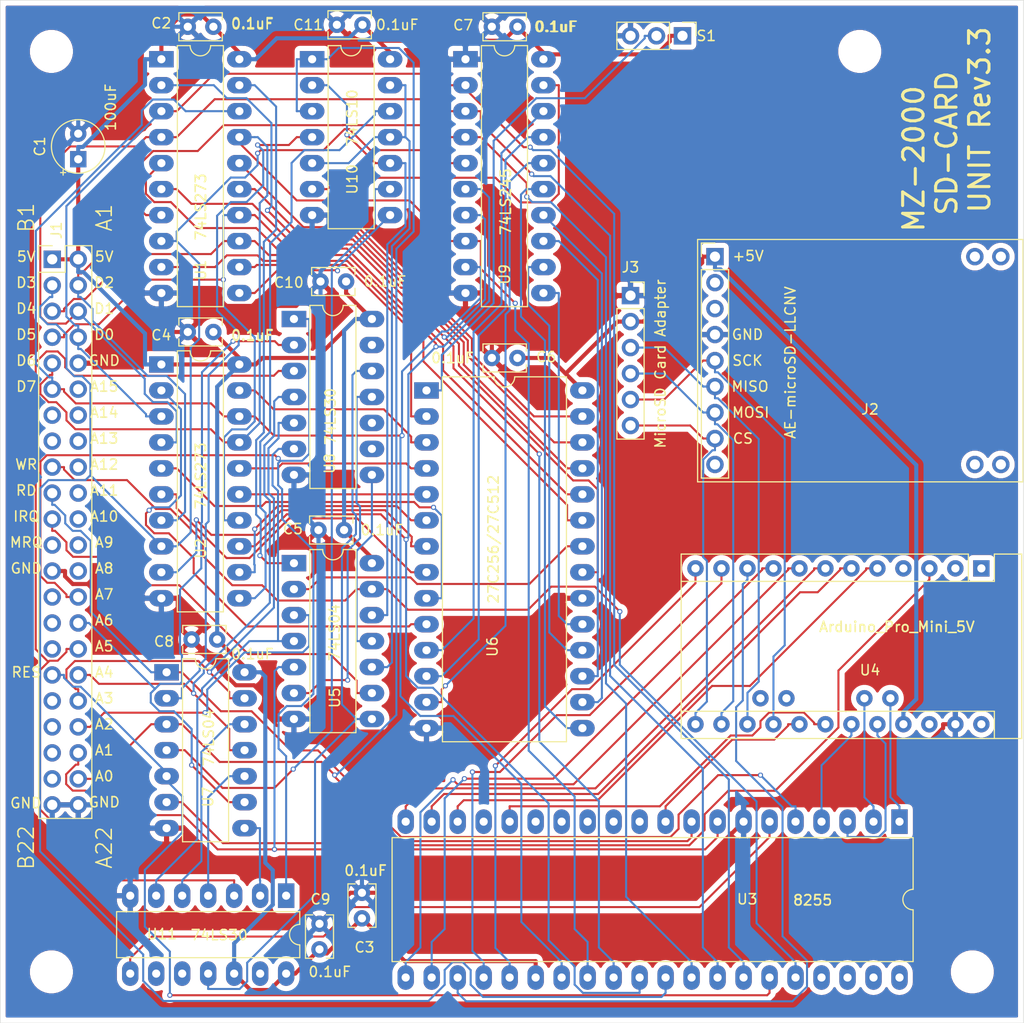
<source format=kicad_pcb>
(kicad_pcb (version 20171130) (host pcbnew "(5.1.9)-1")
  (layers (0 F.Cu signal) (31 B.Cu signal) (34 B.Paste user) (35 F.Paste user) (36 B.SilkS user hide) (37 F.SilkS user) (38 B.Mask user) (39 F.Mask user) (44 Edge.Cuts user))
  (net 0 "")
  (net 1 +5V)
  (net 2 GND)
  (net 3 "Net-(U3-Pad1)")
  (net 4 "Net-(U3-Pad21)")
  (net 5 "Net-(U3-Pad2)")
  (net 6 "Net-(U3-Pad22)")
  (net 7 "Net-(U3-Pad3)")
  (net 8 "Net-(U3-Pad23)")
  (net 9 "Net-(U3-Pad4)")
  (net 10 "Net-(U3-Pad24)")
  (net 11 "Net-(U3-Pad25)")
  (net 12 "Net-(U3-Pad10)")
  (net 13 "Net-(U3-Pad16)")
  (net 14 "Net-(U3-Pad18)")
  (net 15 "Net-(U3-Pad19)")
  (net 16 "Net-(U3-Pad20)")
  (net 17 "Net-(U1-Pad11)")
  (net 18 "Net-(U1-Pad2)")
  (net 19 "Net-(U1-Pad12)")
  (net 20 "Net-(U1-Pad5)")
  (net 21 "Net-(U1-Pad15)")
  (net 22 "Net-(U1-Pad6)")
  (net 23 "Net-(U1-Pad16)")
  (net 24 "Net-(U1-Pad9)")
  (net 25 "Net-(U1-Pad19)")
  (net 26 "Net-(U2-Pad19)")
  (net 27 "Net-(U2-Pad9)")
  (net 28 "Net-(U2-Pad16)")
  (net 29 "Net-(U2-Pad6)")
  (net 30 "Net-(U2-Pad15)")
  (net 31 "Net-(U2-Pad5)")
  (net 32 "Net-(U2-Pad12)")
  (net 33 "Net-(U2-Pad2)")
  (net 34 "Net-(U4-Pad3)")
  (net 35 "Net-(S1-Pad2)")
  (net 36 "Net-(U6-Pad15)")
  (net 37 "Net-(U6-Pad16)")
  (net 38 "Net-(U6-Pad17)")
  (net 39 "Net-(U6-Pad18)")
  (net 40 "Net-(U6-Pad19)")
  (net 41 "Net-(U6-Pad11)")
  (net 42 "Net-(U6-Pad12)")
  (net 43 "Net-(U6-Pad13)")
  (net 44 /A0)
  (net 45 /A1)
  (net 46 /A2)
  (net 47 /A3)
  (net 48 /A4)
  (net 49 /RESET)
  (net 50 /A5)
  (net 51 /A6)
  (net 52 /A7)
  (net 53 /~IOREQ)
  (net 54 /~RD)
  (net 55 /~WR)
  (net 56 /D7)
  (net 57 /D6)
  (net 58 /D0)
  (net 59 /D5)
  (net 60 /D1)
  (net 61 /D4)
  (net 62 /D2)
  (net 63 /D3)
  (net 64 /SCK)
  (net 65 /MISO)
  (net 66 /MOSI)
  (net 67 /CS)
  (net 68 "Net-(U10-Pad12)")
  (net 69 "Net-(U11-Pad8)")
  (net 70 "Net-(U5-Pad2)")
  (net 71 "Net-(U5-Pad6)")
  (net 72 "Net-(U10-Pad11)")
  (net 73 "Net-(U10-Pad6)")
  (net 74 "Net-(U11-Pad11)")
  (net 75 "Net-(U11-Pad6)")
  (net 76 "Net-(U5-Pad11)")
  (net 77 "Net-(U10-Pad10)")
  (net 78 "Net-(U11-Pad5)")
  (net 79 "Net-(U10-Pad9)")
  (net 80 "Net-(U11-Pad4)")
  (net 81 "Net-(U10-Pad4)")
  (net 82 "Net-(U11-Pad2)")
  (module Capacitor_THT:C_Rect_L4.0mm_W2.5mm_P2.50mm (layer F.Cu) (at 122.979 144.71 90)
    (fp_text reference C3 (at -2.83 0.251) (layer F.SilkS))
    (fp_text value 0.1uF (at 4.67 0.351) (layer F.SilkS))
    (pad 1 thru_hole circle (at 0 0 90) (size 1.6 1.6) (drill 0.8) (layers *.Cu *.Mask) (net 1 +5V))
    (pad 2 thru_hole circle (at 2.5 0 90) (size 1.6 1.6) (drill 0.8) (layers *.Cu *.Mask) (net 2 GND))
  )
  (module Package_DIP:DIP-40_W15.24mm_LongPads (layer F.Cu) (at 175.514 135.255 270)
    (fp_text reference U3 (at 7.585 14.884) (layer F.SilkS))
    (fp_text value 8255 (at 7.685 8.484) (layer F.SilkS))
    (pad 1 thru_hole rect (at 0 0 270) (size 2.4 1.6) (drill 0.8) (layers *.Cu *.Mask) (net 3 "Net-(U3-Pad1)"))
    (pad 21 thru_hole oval (at 15.24 48.26 270) (size 2.4 1.6) (drill 0.8) (layers *.Cu *.Mask) (net 4 "Net-(U3-Pad21)"))
    (pad 2 thru_hole oval (at 0 2.54 270) (size 2.4 1.6) (drill 0.8) (layers *.Cu *.Mask) (net 5 "Net-(U3-Pad2)"))
    (pad 22 thru_hole oval (at 15.24 45.72 270) (size 2.4 1.6) (drill 0.8) (layers *.Cu *.Mask) (net 6 "Net-(U3-Pad22)"))
    (pad 3 thru_hole oval (at 0 5.08 270) (size 2.4 1.6) (drill 0.8) (layers *.Cu *.Mask) (net 7 "Net-(U3-Pad3)"))
    (pad 23 thru_hole oval (at 15.24 43.18 270) (size 2.4 1.6) (drill 0.8) (layers *.Cu *.Mask) (net 8 "Net-(U3-Pad23)"))
    (pad 4 thru_hole oval (at 0 7.62 270) (size 2.4 1.6) (drill 0.8) (layers *.Cu *.Mask) (net 9 "Net-(U3-Pad4)"))
    (pad 24 thru_hole oval (at 15.24 40.64 270) (size 2.4 1.6) (drill 0.8) (layers *.Cu *.Mask) (net 10 "Net-(U3-Pad24)"))
    (pad 5 thru_hole oval (at 0 10.16 270) (size 2.4 1.6) (drill 0.8) (layers *.Cu *.Mask) (net 54 /~RD))
    (pad 25 thru_hole oval (at 15.24 38.1 270) (size 2.4 1.6) (drill 0.8) (layers *.Cu *.Mask) (net 11 "Net-(U3-Pad25)"))
    (pad 6 thru_hole oval (at 0 12.7 270) (size 2.4 1.6) (drill 0.8) (layers *.Cu *.Mask) (net 69 "Net-(U11-Pad8)"))
    (pad 26 thru_hole oval (at 15.24 35.56 270) (size 2.4 1.6) (drill 0.8) (layers *.Cu *.Mask) (net 1 +5V))
    (pad 7 thru_hole oval (at 0 15.24 270) (size 2.4 1.6) (drill 0.8) (layers *.Cu *.Mask) (net 2 GND))
    (pad 27 thru_hole oval (at 15.24 33.02 270) (size 2.4 1.6) (drill 0.8) (layers *.Cu *.Mask) (net 56 /D7))
    (pad 8 thru_hole oval (at 0 17.78 270) (size 2.4 1.6) (drill 0.8) (layers *.Cu *.Mask) (net 45 /A1))
    (pad 28 thru_hole oval (at 15.24 30.48 270) (size 2.4 1.6) (drill 0.8) (layers *.Cu *.Mask) (net 57 /D6))
    (pad 9 thru_hole oval (at 0 20.32 270) (size 2.4 1.6) (drill 0.8) (layers *.Cu *.Mask) (net 44 /A0))
    (pad 29 thru_hole oval (at 15.24 27.94 270) (size 2.4 1.6) (drill 0.8) (layers *.Cu *.Mask) (net 59 /D5))
    (pad 10 thru_hole oval (at 0 22.86 270) (size 2.4 1.6) (drill 0.8) (layers *.Cu *.Mask) (net 12 "Net-(U3-Pad10)"))
    (pad 30 thru_hole oval (at 15.24 25.4 270) (size 2.4 1.6) (drill 0.8) (layers *.Cu *.Mask) (net 61 /D4))
    (pad 11 thru_hole oval (at 0 25.4 270) (size 2.4 1.6) (drill 0.8) (layers *.Cu *.Mask))
    (pad 31 thru_hole oval (at 15.24 22.86 270) (size 2.4 1.6) (drill 0.8) (layers *.Cu *.Mask) (net 63 /D3))
    (pad 12 thru_hole oval (at 0 27.94 270) (size 2.4 1.6) (drill 0.8) (layers *.Cu *.Mask))
    (pad 32 thru_hole oval (at 15.24 20.32 270) (size 2.4 1.6) (drill 0.8) (layers *.Cu *.Mask) (net 62 /D2))
    (pad 13 thru_hole oval (at 0 30.48 270) (size 2.4 1.6) (drill 0.8) (layers *.Cu *.Mask))
    (pad 33 thru_hole oval (at 15.24 17.78 270) (size 2.4 1.6) (drill 0.8) (layers *.Cu *.Mask) (net 60 /D1))
    (pad 14 thru_hole oval (at 0 33.02 270) (size 2.4 1.6) (drill 0.8) (layers *.Cu *.Mask))
    (pad 34 thru_hole oval (at 15.24 15.24 270) (size 2.4 1.6) (drill 0.8) (layers *.Cu *.Mask) (net 58 /D0))
    (pad 15 thru_hole oval (at 0 35.56 270) (size 2.4 1.6) (drill 0.8) (layers *.Cu *.Mask))
    (pad 35 thru_hole oval (at 15.24 12.7 270) (size 2.4 1.6) (drill 0.8) (layers *.Cu *.Mask) (net 49 /RESET))
    (pad 16 thru_hole oval (at 0 38.1 270) (size 2.4 1.6) (drill 0.8) (layers *.Cu *.Mask) (net 13 "Net-(U3-Pad16)"))
    (pad 36 thru_hole oval (at 15.24 10.16 270) (size 2.4 1.6) (drill 0.8) (layers *.Cu *.Mask) (net 55 /~WR))
    (pad 17 thru_hole oval (at 0 40.64 270) (size 2.4 1.6) (drill 0.8) (layers *.Cu *.Mask))
    (pad 37 thru_hole oval (at 15.24 7.62 270) (size 2.4 1.6) (drill 0.8) (layers *.Cu *.Mask))
    (pad 18 thru_hole oval (at 0 43.18 270) (size 2.4 1.6) (drill 0.8) (layers *.Cu *.Mask) (net 14 "Net-(U3-Pad18)"))
    (pad 38 thru_hole oval (at 15.24 5.08 270) (size 2.4 1.6) (drill 0.8) (layers *.Cu *.Mask))
    (pad 19 thru_hole oval (at 0 45.72 270) (size 2.4 1.6) (drill 0.8) (layers *.Cu *.Mask) (net 15 "Net-(U3-Pad19)"))
    (pad 39 thru_hole oval (at 15.24 2.54 270) (size 2.4 1.6) (drill 0.8) (layers *.Cu *.Mask))
    (pad 20 thru_hole oval (at 0 48.26 270) (size 2.4 1.6) (drill 0.8) (layers *.Cu *.Mask) (net 16 "Net-(U3-Pad20)"))
    (pad 40 thru_hole oval (at 15.24 0 270) (size 2.4 1.6) (drill 0.8) (layers *.Cu *.Mask))
  )
  (module MountingHole:MountingHole_3.2mm_M3 (layer F.Cu) (at 92.63 59.94)
    (fp_text reference MH4 hide)
    (fp_text value MountingHole_3.2mm_M3 hide)
    (pad 1 np_thru_hole circle (at 0 0) (size 3.2 3.2) (drill 3.2) (layers *.Cu *.Mask))
  )
  (module MountingHole:MountingHole_3.2mm_M3 (layer F.Cu) (at 171.63 59.94)
    (fp_text reference MH3 hide)
    (fp_text value MountingHole_3.2mm_M3 hide)
    (pad 1 np_thru_hole circle (at 0 0) (size 3.2 3.2) (drill 3.2) (layers *.Cu *.Mask))
  )
  (module MountingHole:MountingHole_3.2mm_M3 (layer F.Cu) (at 182.63 149.94)
    (fp_text reference MH2 hide)
    (fp_text value MountingHole_3.2mm_M3 hide)
    (pad 1 np_thru_hole circle (at 0 0) (size 3.2 3.2) (drill 3.2) (layers *.Cu *.Mask))
  )
  (module MountingHole:MountingHole_3.2mm_M3 (layer F.Cu) (at 92.63 149.94)
    (fp_text reference MH1 hide)
    (fp_text value MountingHole_3.2mm_M3 hide)
    (pad 1 np_thru_hole circle (at 0 0) (size 3.2 3.2) (drill 3.2) (layers *.Cu *.Mask))
  )
  (module MZ2000_SD:AE-microSD-LLCNV (layer F.Cu) (at 157.48 100.33 180)
    (fp_text reference J2 (at -15.15 5.39) (layer F.SilkS))
    (fp_text value Micro_SD_Card_Kit)
    (fp_text user AE-microSD-LLCNV (at -7.366 9.9695 270) (layer F.SilkS))
    (pad 1 thru_hole rect (at 0 20.32) (size 1.7 1.7) (drill 1) (layers *.Cu *.Mask) (net 1 +5V))
    (pad 2 thru_hole oval (at 0 17.78) (size 1.7 1.7) (drill 1) (layers *.Cu *.Mask))
    (pad 3 thru_hole oval (at 0 15.24) (size 1.7 1.7) (drill 1) (layers *.Cu *.Mask))
    (pad 4 thru_hole oval (at 0 12.7) (size 1.7 1.7) (drill 1) (layers *.Cu *.Mask) (net 2 GND))
    (pad 5 thru_hole oval (at 0 10.16) (size 1.7 1.7) (drill 1) (layers *.Cu *.Mask) (net 64 /SCK))
    (pad 6 thru_hole oval (at 0 7.62) (size 1.7 1.7) (drill 1) (layers *.Cu *.Mask) (net 65 /MISO))
    (pad 7 thru_hole oval (at 0 5.08) (size 1.7 1.7) (drill 1) (layers *.Cu *.Mask) (net 66 /MOSI))
    (pad 8 thru_hole oval (at 0 2.54) (size 1.7 1.7) (drill 1) (layers *.Cu *.Mask) (net 67 /CS))
    (pad 9 thru_hole oval (at 0 0) (size 1.7 1.7) (drill 1) (layers *.Cu *.Mask))
    (pad "" thru_hole oval (at -27.94 0 180) (size 1.7 1.7) (drill 1) (layers *.Cu *.Mask))
    (pad "" thru_hole oval (at -25.4 0 180) (size 1.7 1.7) (drill 1) (layers *.Cu *.Mask))
    (pad "" thru_hole oval (at -27.94 20.32 180) (size 1.7 1.7) (drill 1) (layers *.Cu *.Mask))
    (pad "" thru_hole oval (at -25.4 20.32 180) (size 1.7 1.7) (drill 1) (layers *.Cu *.Mask))
  )
  (module MZ2000_SD:Arduino_Pro_Mini (layer F.Cu) (at 183.515 110.49 270)
    (fp_text reference U4 (at 9.95 10.885) (layer F.SilkS))
    (fp_text value Arduino_Pro_Mini_5V (at 5.715 8.255) (layer F.SilkS))
    (pad 1 thru_hole rect (at 0 0 270) (size 1.6 1.6) (drill 0.8) (layers *.Cu *.Mask))
    (pad 2 thru_hole oval (at 0 2.54 270) (size 1.6 1.6) (drill 0.8) (layers *.Cu *.Mask))
    (pad 3 thru_hole oval (at 0 5.08 270) (size 1.6 1.6) (drill 0.8) (layers *.Cu *.Mask) (net 34 "Net-(U4-Pad3)"))
    (pad 13 thru_hole oval (at 15.24 27.94 270) (size 1.6 1.6) (drill 0.8) (layers *.Cu *.Mask) (net 67 /CS))
    (pad 4 thru_hole oval (at 0 7.62 270) (size 1.6 1.6) (drill 0.8) (layers *.Cu *.Mask))
    (pad 14 thru_hole oval (at 15.24 25.4 270) (size 1.6 1.6) (drill 0.8) (layers *.Cu *.Mask) (net 66 /MOSI))
    (pad 5 thru_hole oval (at 0 10.16 270) (size 1.6 1.6) (drill 0.8) (layers *.Cu *.Mask) (net 14 "Net-(U3-Pad18)"))
    (pad 15 thru_hole oval (at 15.24 22.86 270) (size 1.6 1.6) (drill 0.8) (layers *.Cu *.Mask) (net 65 /MISO))
    (pad 6 thru_hole oval (at 0 12.7 270) (size 1.6 1.6) (drill 0.8) (layers *.Cu *.Mask) (net 15 "Net-(U3-Pad19)"))
    (pad 16 thru_hole oval (at 15.24 20.32 270) (size 1.6 1.6) (drill 0.8) (layers *.Cu *.Mask) (net 64 /SCK))
    (pad 7 thru_hole oval (at 0 15.24 270) (size 1.6 1.6) (drill 0.8) (layers *.Cu *.Mask) (net 16 "Net-(U3-Pad20)"))
    (pad 17 thru_hole oval (at 15.24 17.78 270) (size 1.6 1.6) (drill 0.8) (layers *.Cu *.Mask) (net 12 "Net-(U3-Pad10)"))
    (pad 8 thru_hole oval (at 0 17.78 270) (size 1.6 1.6) (drill 0.8) (layers *.Cu *.Mask) (net 4 "Net-(U3-Pad21)"))
    (pad 18 thru_hole oval (at 15.24 15.24 270) (size 1.6 1.6) (drill 0.8) (layers *.Cu *.Mask) (net 13 "Net-(U3-Pad16)"))
    (pad 9 thru_hole oval (at 0 20.32 270) (size 1.6 1.6) (drill 0.8) (layers *.Cu *.Mask) (net 6 "Net-(U3-Pad22)"))
    (pad 19 thru_hole oval (at 15.24 12.7 270) (size 1.6 1.6) (drill 0.8) (layers *.Cu *.Mask) (net 9 "Net-(U3-Pad4)"))
    (pad 10 thru_hole oval (at 0 22.86 270) (size 1.6 1.6) (drill 0.8) (layers *.Cu *.Mask) (net 8 "Net-(U3-Pad23)"))
    (pad 20 thru_hole oval (at 15.24 10.16 270) (size 1.6 1.6) (drill 0.8) (layers *.Cu *.Mask) (net 7 "Net-(U3-Pad3)"))
    (pad 11 thru_hole oval (at 0 25.4 270) (size 1.6 1.6) (drill 0.8) (layers *.Cu *.Mask) (net 10 "Net-(U3-Pad24)"))
    (pad 21 thru_hole oval (at 15.24 7.62 270) (size 1.6 1.6) (drill 0.8) (layers *.Cu *.Mask) (net 1 +5V))
    (pad 12 thru_hole oval (at 0 27.94 270) (size 1.6 1.6) (drill 0.8) (layers *.Cu *.Mask) (net 11 "Net-(U3-Pad25)"))
    (pad 22 thru_hole oval (at 15.24 5.08 270) (size 1.6 1.6) (drill 0.8) (layers *.Cu *.Mask))
    (pad 23 thru_hole oval (at 15.24 2.54 270) (size 1.6 1.6) (drill 0.8) (layers *.Cu *.Mask) (net 2 GND))
    (pad 24 thru_hole oval (at 15.24 0 270) (size 1.6 1.6) (drill 0.8) (layers *.Cu *.Mask))
    (pad A5 thru_hole oval (at 12.7 8.89 270) (size 1.6 1.6) (drill 0.8) (layers *.Cu *.Mask) (net 3 "Net-(U3-Pad1)"))
    (pad A4 thru_hole oval (at 12.7 11.43 270) (size 1.6 1.6) (drill 0.8) (layers *.Cu *.Mask) (net 5 "Net-(U3-Pad2)"))
    (pad A7 thru_hole oval (at 12.7 19.05 270) (size 1.6 1.6) (drill 0.8) (layers *.Cu *.Mask))
    (pad A6 thru_hole oval (at 12.7 21.59 270) (size 1.6 1.6) (drill 0.8) (layers *.Cu *.Mask))
  )
  (module Capacitor_THT:C_Rect_L4.0mm_W2.5mm_P2.50mm (layer F.Cu) (at 108.458 57.531 180)
    (fp_text reference C2 (at 5.09 0.345) (layer F.SilkS))
    (fp_text value 0.1uF (at -3.81 0.345) (layer F.SilkS))
    (pad 2 thru_hole circle (at 2.5 0 180) (size 1.6 1.6) (drill 0.8) (layers *.Cu *.Mask) (net 2 GND))
    (pad 1 thru_hole circle (at 0 0 180) (size 1.6 1.6) (drill 0.8) (layers *.Cu *.Mask) (net 1 +5V))
  )
  (module Capacitor_THT:C_Rect_L4.0mm_W2.5mm_P2.50mm (layer F.Cu) (at 108.458 87.376 180)
    (fp_text reference C4 (at 5.09 -0.31) (layer F.SilkS))
    (fp_text value 0.1uF (at -3.81 -0.31) (layer F.SilkS))
    (pad 1 thru_hole circle (at 0 0 180) (size 1.6 1.6) (drill 0.8) (layers *.Cu *.Mask) (net 1 +5V))
    (pad 2 thru_hole circle (at 2.5 0 180) (size 1.6 1.6) (drill 0.8) (layers *.Cu *.Mask) (net 2 GND))
  )
  (module Capacitor_THT:C_Rect_L4.0mm_W2.5mm_P2.50mm (layer F.Cu) (at 138.176 89.916 180)
    (fp_text reference C6 (at -2.81 0.095) (layer F.SilkS))
    (fp_text value 0.1uF (at 6.35 0) (layer F.SilkS))
    (pad 1 thru_hole circle (at 0 0 180) (size 1.6 1.6) (drill 0.8) (layers *.Cu *.Mask) (net 1 +5V))
    (pad 2 thru_hole circle (at 2.5 0 180) (size 1.6 1.6) (drill 0.8) (layers *.Cu *.Mask) (net 2 GND))
  )
  (module Capacitor_THT:C_Rect_L4.0mm_W2.5mm_P2.50mm (layer F.Cu) (at 138.176 57.531 180)
    (fp_text reference C7 (at 5.305 0.155) (layer F.SilkS))
    (fp_text value 0.1uF (at -3.695 0) (layer F.SilkS))
    (pad 1 thru_hole circle (at 0 0 180) (size 1.6 1.6) (drill 0.8) (layers *.Cu *.Mask) (net 1 +5V))
    (pad 2 thru_hole circle (at 2.5 0 180) (size 1.6 1.6) (drill 0.8) (layers *.Cu *.Mask) (net 2 GND))
  )
  (module mz-2000:PinHeader_2x22_P2.54mm_Vertical (layer F.Cu) (at 93.98 106.94 270)
    (fp_text reference J1 (at -29.5 0.85 90) (layer F.SilkS))
    (fp_text value BUS)
    (pad a22 thru_hole oval (at 26.67 -1.27) (size 1.7 1.7) (drill 1) (layers *.Cu *.Mask) (net 2 GND))
    (pad b22 thru_hole oval (at 26.67 1.27) (size 1.7 1.7) (drill 1) (layers *.Cu *.Mask) (net 2 GND))
    (pad a21 thru_hole oval (at 24.13 -1.27) (size 1.7 1.7) (drill 1) (layers *.Cu *.Mask) (net 44 /A0))
    (pad b21 thru_hole oval (at 24.13 1.27) (size 1.7 1.7) (drill 1) (layers *.Cu *.Mask))
    (pad a20 thru_hole oval (at 21.59 -1.27) (size 1.7 1.7) (drill 1) (layers *.Cu *.Mask) (net 45 /A1))
    (pad b20 thru_hole oval (at 21.59 1.27) (size 1.7 1.7) (drill 1) (layers *.Cu *.Mask))
    (pad a19 thru_hole oval (at 19.05 -1.27) (size 1.7 1.7) (drill 1) (layers *.Cu *.Mask) (net 46 /A2))
    (pad b19 thru_hole oval (at 19.05 1.27) (size 1.7 1.7) (drill 1) (layers *.Cu *.Mask))
    (pad a18 thru_hole oval (at 16.51 -1.27) (size 1.7 1.7) (drill 1) (layers *.Cu *.Mask) (net 47 /A3))
    (pad b18 thru_hole oval (at 16.51 1.27) (size 1.7 1.7) (drill 1) (layers *.Cu *.Mask))
    (pad a17 thru_hole oval (at 13.97 -1.27) (size 1.7 1.7) (drill 1) (layers *.Cu *.Mask) (net 48 /A4))
    (pad b17 thru_hole oval (at 13.97 1.27) (size 1.7 1.7) (drill 1) (layers *.Cu *.Mask) (net 49 /RESET))
    (pad a16 thru_hole oval (at 11.43 -1.27) (size 1.7 1.7) (drill 1) (layers *.Cu *.Mask) (net 50 /A5))
    (pad b16 thru_hole oval (at 11.43 1.27) (size 1.7 1.7) (drill 1) (layers *.Cu *.Mask))
    (pad a15 thru_hole oval (at 8.89 -1.27) (size 1.7 1.7) (drill 1) (layers *.Cu *.Mask) (net 51 /A6))
    (pad b15 thru_hole oval (at 8.89 1.27) (size 1.7 1.7) (drill 1) (layers *.Cu *.Mask))
    (pad a14 thru_hole oval (at 6.35 -1.27) (size 1.7 1.7) (drill 1) (layers *.Cu *.Mask) (net 52 /A7))
    (pad b14 thru_hole oval (at 6.35 1.27) (size 1.7 1.7) (drill 1) (layers *.Cu *.Mask))
    (pad a13 thru_hole oval (at 3.81 -1.27) (size 1.7 1.7) (drill 1) (layers *.Cu *.Mask))
    (pad b13 thru_hole oval (at 3.81 1.27) (size 1.7 1.7) (drill 1) (layers *.Cu *.Mask) (net 2 GND))
    (pad a12 thru_hole oval (at 1.27 -1.27) (size 1.7 1.7) (drill 1) (layers *.Cu *.Mask))
    (pad b12 thru_hole oval (at 1.27 1.27) (size 1.7 1.7) (drill 1) (layers *.Cu *.Mask))
    (pad a11 thru_hole oval (at -1.27 -1.27) (size 1.7 1.7) (drill 1) (layers *.Cu *.Mask))
    (pad b11 thru_hole oval (at -1.27 1.27) (size 1.7 1.7) (drill 1) (layers *.Cu *.Mask) (net 53 /~IOREQ))
    (pad a10 thru_hole oval (at -3.81 -1.27) (size 1.7 1.7) (drill 1) (layers *.Cu *.Mask))
    (pad b10 thru_hole oval (at -3.81 1.27) (size 1.7 1.7) (drill 1) (layers *.Cu *.Mask) (net 54 /~RD))
    (pad a9 thru_hole oval (at -6.35 -1.27) (size 1.7 1.7) (drill 1) (layers *.Cu *.Mask))
    (pad b9 thru_hole oval (at -6.35 1.27) (size 1.7 1.7) (drill 1) (layers *.Cu *.Mask) (net 55 /~WR))
    (pad a8 thru_hole oval (at -8.89 -1.27) (size 1.7 1.7) (drill 1) (layers *.Cu *.Mask))
    (pad b8 thru_hole oval (at -8.89 1.27) (size 1.7 1.7) (drill 1) (layers *.Cu *.Mask))
    (pad a7 thru_hole oval (at -11.43 -1.27) (size 1.7 1.7) (drill 1) (layers *.Cu *.Mask))
    (pad b7 thru_hole oval (at -11.43 1.27) (size 1.7 1.7) (drill 1) (layers *.Cu *.Mask))
    (pad a6 thru_hole oval (at -13.97 -1.27) (size 1.7 1.7) (drill 1) (layers *.Cu *.Mask))
    (pad b6 thru_hole oval (at -13.97 1.27) (size 1.7 1.7) (drill 1) (layers *.Cu *.Mask) (net 56 /D7))
    (pad a5 thru_hole oval (at -16.51 -1.27) (size 1.7 1.7) (drill 1) (layers *.Cu *.Mask) (net 2 GND))
    (pad b5 thru_hole oval (at -16.51 1.27) (size 1.7 1.7) (drill 1) (layers *.Cu *.Mask) (net 57 /D6))
    (pad a4 thru_hole oval (at -19.05 -1.27) (size 1.7 1.7) (drill 1) (layers *.Cu *.Mask) (net 58 /D0))
    (pad b4 thru_hole oval (at -19.05 1.27) (size 1.7 1.7) (drill 1) (layers *.Cu *.Mask) (net 59 /D5))
    (pad a3 thru_hole oval (at -21.59 -1.27) (size 1.7 1.7) (drill 1) (layers *.Cu *.Mask) (net 60 /D1))
    (pad b3 thru_hole oval (at -21.59 1.27) (size 1.7 1.7) (drill 1) (layers *.Cu *.Mask) (net 61 /D4))
    (pad a2 thru_hole oval (at -24.13 -1.27) (size 1.7 1.7) (drill 1) (layers *.Cu *.Mask) (net 62 /D2))
    (pad b2 thru_hole oval (at -24.13 1.27) (size 1.7 1.7) (drill 1) (layers *.Cu *.Mask) (net 63 /D3))
    (pad a1 thru_hole oval (at -26.67 -1.27) (size 1.7 1.7) (drill 1) (layers *.Cu *.Mask) (net 1 +5V))
    (pad b1 thru_hole rect (at -26.67 1.27) (size 1.7 1.7) (drill 1) (layers *.Cu *.Mask) (net 1 +5V))
  )
  (module Package_DIP:DIP-20_W7.62mm_LongPads (layer F.Cu) (at 103.378 60.706)
    (fp_text reference U1 (at 3.852 20.634 90) (layer F.SilkS))
    (fp_text value 74LS273 (at 3.852 14.434 90) (layer F.SilkS))
    (pad 1 thru_hole rect (at 0 0) (size 2.4 1.6) (drill 0.8) (layers *.Cu *.Mask) (net 1 +5V))
    (pad 11 thru_hole oval (at 7.62 22.86) (size 2.4 1.6) (drill 0.8) (layers *.Cu *.Mask) (net 17 "Net-(U1-Pad11)"))
    (pad 2 thru_hole oval (at 0 2.54) (size 2.4 1.6) (drill 0.8) (layers *.Cu *.Mask) (net 18 "Net-(U1-Pad2)"))
    (pad 12 thru_hole oval (at 7.62 20.32) (size 2.4 1.6) (drill 0.8) (layers *.Cu *.Mask) (net 19 "Net-(U1-Pad12)"))
    (pad 3 thru_hole oval (at 0 5.08) (size 2.4 1.6) (drill 0.8) (layers *.Cu *.Mask) (net 58 /D0))
    (pad 13 thru_hole oval (at 7.62 17.78) (size 2.4 1.6) (drill 0.8) (layers *.Cu *.Mask) (net 61 /D4))
    (pad 4 thru_hole oval (at 0 7.62) (size 2.4 1.6) (drill 0.8) (layers *.Cu *.Mask) (net 60 /D1))
    (pad 14 thru_hole oval (at 7.62 15.24) (size 2.4 1.6) (drill 0.8) (layers *.Cu *.Mask) (net 59 /D5))
    (pad 5 thru_hole oval (at 0 10.16) (size 2.4 1.6) (drill 0.8) (layers *.Cu *.Mask) (net 20 "Net-(U1-Pad5)"))
    (pad 15 thru_hole oval (at 7.62 12.7) (size 2.4 1.6) (drill 0.8) (layers *.Cu *.Mask) (net 21 "Net-(U1-Pad15)"))
    (pad 6 thru_hole oval (at 0 12.7) (size 2.4 1.6) (drill 0.8) (layers *.Cu *.Mask) (net 22 "Net-(U1-Pad6)"))
    (pad 16 thru_hole oval (at 7.62 10.16) (size 2.4 1.6) (drill 0.8) (layers *.Cu *.Mask) (net 23 "Net-(U1-Pad16)"))
    (pad 7 thru_hole oval (at 0 15.24) (size 2.4 1.6) (drill 0.8) (layers *.Cu *.Mask) (net 62 /D2))
    (pad 17 thru_hole oval (at 7.62 7.62) (size 2.4 1.6) (drill 0.8) (layers *.Cu *.Mask) (net 57 /D6))
    (pad 8 thru_hole oval (at 0 17.78) (size 2.4 1.6) (drill 0.8) (layers *.Cu *.Mask) (net 63 /D3))
    (pad 18 thru_hole oval (at 7.62 5.08) (size 2.4 1.6) (drill 0.8) (layers *.Cu *.Mask) (net 56 /D7))
    (pad 9 thru_hole oval (at 0 20.32) (size 2.4 1.6) (drill 0.8) (layers *.Cu *.Mask) (net 24 "Net-(U1-Pad9)"))
    (pad 19 thru_hole oval (at 7.62 2.54) (size 2.4 1.6) (drill 0.8) (layers *.Cu *.Mask) (net 25 "Net-(U1-Pad19)"))
    (pad 10 thru_hole oval (at 0 22.86) (size 2.4 1.6) (drill 0.8) (layers *.Cu *.Mask) (net 2 GND))
    (pad 20 thru_hole oval (at 7.62 0) (size 2.4 1.6) (drill 0.8) (layers *.Cu *.Mask) (net 1 +5V))
  )
  (module Package_DIP:DIP-20_W7.62mm_LongPads (layer F.Cu) (at 103.378 90.551)
    (fp_text reference U2 (at 3.852 17.989 90) (layer F.SilkS))
    (fp_text value 74LS273 (at 3.852 10.889 90) (layer F.SilkS))
    (pad 20 thru_hole oval (at 7.62 0) (size 2.4 1.6) (drill 0.8) (layers *.Cu *.Mask) (net 1 +5V))
    (pad 10 thru_hole oval (at 0 22.86) (size 2.4 1.6) (drill 0.8) (layers *.Cu *.Mask) (net 2 GND))
    (pad 19 thru_hole oval (at 7.62 2.54) (size 2.4 1.6) (drill 0.8) (layers *.Cu *.Mask) (net 26 "Net-(U2-Pad19)"))
    (pad 9 thru_hole oval (at 0 20.32) (size 2.4 1.6) (drill 0.8) (layers *.Cu *.Mask) (net 27 "Net-(U2-Pad9)"))
    (pad 18 thru_hole oval (at 7.62 5.08) (size 2.4 1.6) (drill 0.8) (layers *.Cu *.Mask) (net 56 /D7))
    (pad 8 thru_hole oval (at 0 17.78) (size 2.4 1.6) (drill 0.8) (layers *.Cu *.Mask) (net 63 /D3))
    (pad 17 thru_hole oval (at 7.62 7.62) (size 2.4 1.6) (drill 0.8) (layers *.Cu *.Mask) (net 57 /D6))
    (pad 7 thru_hole oval (at 0 15.24) (size 2.4 1.6) (drill 0.8) (layers *.Cu *.Mask) (net 62 /D2))
    (pad 16 thru_hole oval (at 7.62 10.16) (size 2.4 1.6) (drill 0.8) (layers *.Cu *.Mask) (net 28 "Net-(U2-Pad16)"))
    (pad 6 thru_hole oval (at 0 12.7) (size 2.4 1.6) (drill 0.8) (layers *.Cu *.Mask) (net 29 "Net-(U2-Pad6)"))
    (pad 15 thru_hole oval (at 7.62 12.7) (size 2.4 1.6) (drill 0.8) (layers *.Cu *.Mask) (net 30 "Net-(U2-Pad15)"))
    (pad 5 thru_hole oval (at 0 10.16) (size 2.4 1.6) (drill 0.8) (layers *.Cu *.Mask) (net 31 "Net-(U2-Pad5)"))
    (pad 14 thru_hole oval (at 7.62 15.24) (size 2.4 1.6) (drill 0.8) (layers *.Cu *.Mask) (net 59 /D5))
    (pad 4 thru_hole oval (at 0 7.62) (size 2.4 1.6) (drill 0.8) (layers *.Cu *.Mask) (net 60 /D1))
    (pad 13 thru_hole oval (at 7.62 17.78) (size 2.4 1.6) (drill 0.8) (layers *.Cu *.Mask) (net 61 /D4))
    (pad 3 thru_hole oval (at 0 5.08) (size 2.4 1.6) (drill 0.8) (layers *.Cu *.Mask) (net 58 /D0))
    (pad 12 thru_hole oval (at 7.62 20.32) (size 2.4 1.6) (drill 0.8) (layers *.Cu *.Mask) (net 32 "Net-(U2-Pad12)"))
    (pad 2 thru_hole oval (at 0 2.54) (size 2.4 1.6) (drill 0.8) (layers *.Cu *.Mask) (net 33 "Net-(U2-Pad2)"))
    (pad 11 thru_hole oval (at 7.62 22.86) (size 2.4 1.6) (drill 0.8) (layers *.Cu *.Mask) (net 68 "Net-(U10-Pad12)"))
    (pad 1 thru_hole rect (at 0 0) (size 2.4 1.6) (drill 0.8) (layers *.Cu *.Mask) (net 1 +5V))
  )
  (module Package_DIP:DIP-20_W7.62mm_LongPads (layer F.Cu) (at 133.096 60.706)
    (fp_text reference U9 (at 3.834 21.034 90) (layer F.SilkS))
    (fp_text value 74LS245 (at 3.934 13.934 90) (layer F.SilkS))
    (pad 1 thru_hole rect (at 0 0) (size 2.4 1.6) (drill 0.8) (layers *.Cu *.Mask) (net 2 GND))
    (pad 11 thru_hole oval (at 7.62 22.86) (size 2.4 1.6) (drill 0.8) (layers *.Cu *.Mask) (net 40 "Net-(U6-Pad19)"))
    (pad 2 thru_hole oval (at 0 2.54) (size 2.4 1.6) (drill 0.8) (layers *.Cu *.Mask) (net 58 /D0))
    (pad 12 thru_hole oval (at 7.62 20.32) (size 2.4 1.6) (drill 0.8) (layers *.Cu *.Mask) (net 39 "Net-(U6-Pad18)"))
    (pad 3 thru_hole oval (at 0 5.08) (size 2.4 1.6) (drill 0.8) (layers *.Cu *.Mask) (net 60 /D1))
    (pad 13 thru_hole oval (at 7.62 17.78) (size 2.4 1.6) (drill 0.8) (layers *.Cu *.Mask) (net 38 "Net-(U6-Pad17)"))
    (pad 4 thru_hole oval (at 0 7.62) (size 2.4 1.6) (drill 0.8) (layers *.Cu *.Mask) (net 62 /D2))
    (pad 14 thru_hole oval (at 7.62 15.24) (size 2.4 1.6) (drill 0.8) (layers *.Cu *.Mask) (net 37 "Net-(U6-Pad16)"))
    (pad 5 thru_hole oval (at 0 10.16) (size 2.4 1.6) (drill 0.8) (layers *.Cu *.Mask) (net 63 /D3))
    (pad 15 thru_hole oval (at 7.62 12.7) (size 2.4 1.6) (drill 0.8) (layers *.Cu *.Mask) (net 36 "Net-(U6-Pad15)"))
    (pad 6 thru_hole oval (at 0 12.7) (size 2.4 1.6) (drill 0.8) (layers *.Cu *.Mask) (net 61 /D4))
    (pad 16 thru_hole oval (at 7.62 10.16) (size 2.4 1.6) (drill 0.8) (layers *.Cu *.Mask) (net 43 "Net-(U6-Pad13)"))
    (pad 7 thru_hole oval (at 0 15.24) (size 2.4 1.6) (drill 0.8) (layers *.Cu *.Mask) (net 59 /D5))
    (pad 17 thru_hole oval (at 7.62 7.62) (size 2.4 1.6) (drill 0.8) (layers *.Cu *.Mask) (net 42 "Net-(U6-Pad12)"))
    (pad 8 thru_hole oval (at 0 17.78) (size 2.4 1.6) (drill 0.8) (layers *.Cu *.Mask) (net 57 /D6))
    (pad 18 thru_hole oval (at 7.62 5.08) (size 2.4 1.6) (drill 0.8) (layers *.Cu *.Mask) (net 41 "Net-(U6-Pad11)"))
    (pad 9 thru_hole oval (at 0 20.32) (size 2.4 1.6) (drill 0.8) (layers *.Cu *.Mask) (net 56 /D7))
    (pad 19 thru_hole oval (at 7.62 2.54) (size 2.4 1.6) (drill 0.8) (layers *.Cu *.Mask) (net 73 "Net-(U10-Pad6)"))
    (pad 10 thru_hole oval (at 0 22.86) (size 2.4 1.6) (drill 0.8) (layers *.Cu *.Mask) (net 2 GND))
    (pad 20 thru_hole oval (at 7.62 0) (size 2.4 1.6) (drill 0.8) (layers *.Cu *.Mask) (net 1 +5V))
  )
  (module Connector_PinHeader_2.54mm:PinHeader_1x03_P2.54mm_Vertical (layer F.Cu) (at 154.305 58.42 270)
    (fp_text reference S1 (at 0 -2.33) (layer F.SilkS))
    (fp_text value SLIDE_SWITCH_3P)
    (pad 1 thru_hole rect (at 0 0 270) (size 1.7 1.7) (drill 1) (layers *.Cu *.Mask) (net 1 +5V))
    (pad 2 thru_hole oval (at 0 2.54 270) (size 1.7 1.7) (drill 1) (layers *.Cu *.Mask) (net 35 "Net-(S1-Pad2)"))
    (pad 3 thru_hole oval (at 0 5.08 270) (size 1.7 1.7) (drill 1) (layers *.Cu *.Mask) (net 2 GND))
  )
  (module Connector_PinSocket_2.54mm:PinSocket_1x06_P2.54mm_Vertical (layer F.Cu) (at 149.225 83.82)
    (fp_text reference J3 (at 0 -2.77) (layer F.SilkS))
    (fp_text value "MicroSD Card Adapter")
    (pad 1 thru_hole rect (at 0 0) (size 1.7 1.7) (drill 1) (layers *.Cu *.Mask) (net 2 GND))
    (pad 2 thru_hole oval (at 0 2.54) (size 1.7 1.7) (drill 1) (layers *.Cu *.Mask) (net 1 +5V))
    (pad 3 thru_hole oval (at 0 5.08) (size 1.7 1.7) (drill 1) (layers *.Cu *.Mask) (net 65 /MISO))
    (pad 4 thru_hole oval (at 0 7.62) (size 1.7 1.7) (drill 1) (layers *.Cu *.Mask) (net 66 /MOSI))
    (pad 5 thru_hole oval (at 0 10.16) (size 1.7 1.7) (drill 1) (layers *.Cu *.Mask) (net 64 /SCK))
    (pad 6 thru_hole oval (at 0 12.7) (size 1.7 1.7) (drill 1) (layers *.Cu *.Mask) (net 67 /CS))
  )
  (module Package_DIP:DIP-14_W7.62mm_LongPads (layer F.Cu) (at 116.332 109.982)
    (fp_text reference U5 (at 3.998 13.158 90) (layer F.SilkS))
    (fp_text value 74LS04)
    (pad 1 thru_hole rect (at 0 0) (size 2.4 1.6) (drill 0.8) (layers *.Cu *.Mask) (net 25 "Net-(U1-Pad19)"))
    (pad 8 thru_hole oval (at 7.62 15.24) (size 2.4 1.6) (drill 0.8) (layers *.Cu *.Mask) (net 74 "Net-(U11-Pad11)"))
    (pad 2 thru_hole oval (at 0 2.54) (size 2.4 1.6) (drill 0.8) (layers *.Cu *.Mask) (net 70 "Net-(U5-Pad2)"))
    (pad 9 thru_hole oval (at 7.62 12.7) (size 2.4 1.6) (drill 0.8) (layers *.Cu *.Mask) (net 53 /~IOREQ))
    (pad 3 thru_hole oval (at 0 5.08) (size 2.4 1.6) (drill 0.8) (layers *.Cu *.Mask) (net 46 /A2))
    (pad 10 thru_hole oval (at 7.62 10.16) (size 2.4 1.6) (drill 0.8) (layers *.Cu *.Mask) (net 72 "Net-(U10-Pad11)"))
    (pad 4 thru_hole oval (at 0 7.62) (size 2.4 1.6) (drill 0.8) (layers *.Cu *.Mask) (net 75 "Net-(U11-Pad6)"))
    (pad 11 thru_hole oval (at 7.62 7.62) (size 2.4 1.6) (drill 0.8) (layers *.Cu *.Mask) (net 76 "Net-(U5-Pad11)"))
    (pad 5 thru_hole oval (at 0 10.16) (size 2.4 1.6) (drill 0.8) (layers *.Cu *.Mask) (net 45 /A1))
    (pad 12 thru_hole oval (at 7.62 5.08) (size 2.4 1.6) (drill 0.8) (layers *.Cu *.Mask) (net 77 "Net-(U10-Pad10)"))
    (pad 6 thru_hole oval (at 0 12.7) (size 2.4 1.6) (drill 0.8) (layers *.Cu *.Mask) (net 71 "Net-(U5-Pad6)"))
    (pad 13 thru_hole oval (at 7.62 2.54) (size 2.4 1.6) (drill 0.8) (layers *.Cu *.Mask) (net 55 /~WR))
    (pad 7 thru_hole oval (at 0 15.24) (size 2.4 1.6) (drill 0.8) (layers *.Cu *.Mask) (net 2 GND))
    (pad 14 thru_hole oval (at 7.62 0) (size 2.4 1.6) (drill 0.8) (layers *.Cu *.Mask) (net 1 +5V))
  )
  (module Package_DIP:DIP-28_W15.24mm_LongPads (layer F.Cu) (at 129.286 93.091)
    (fp_text reference U6 (at 6.444 25.049 90) (layer F.SilkS))
    (fp_text value 29C256/27C512)
    (pad 1 thru_hole rect (at 0 0) (size 2.4 1.6) (drill 0.8) (layers *.Cu *.Mask) (net 35 "Net-(S1-Pad2)"))
    (pad 15 thru_hole oval (at 15.24 33.02) (size 2.4 1.6) (drill 0.8) (layers *.Cu *.Mask) (net 36 "Net-(U6-Pad15)"))
    (pad 2 thru_hole oval (at 0 2.54) (size 2.4 1.6) (drill 0.8) (layers *.Cu *.Mask) (net 19 "Net-(U1-Pad12)"))
    (pad 16 thru_hole oval (at 15.24 30.48) (size 2.4 1.6) (drill 0.8) (layers *.Cu *.Mask) (net 37 "Net-(U6-Pad16)"))
    (pad 3 thru_hole oval (at 0 5.08) (size 2.4 1.6) (drill 0.8) (layers *.Cu *.Mask) (net 26 "Net-(U2-Pad19)"))
    (pad 17 thru_hole oval (at 15.24 27.94) (size 2.4 1.6) (drill 0.8) (layers *.Cu *.Mask) (net 38 "Net-(U6-Pad17)"))
    (pad 4 thru_hole oval (at 0 7.62) (size 2.4 1.6) (drill 0.8) (layers *.Cu *.Mask) (net 28 "Net-(U2-Pad16)"))
    (pad 18 thru_hole oval (at 15.24 25.4) (size 2.4 1.6) (drill 0.8) (layers *.Cu *.Mask) (net 39 "Net-(U6-Pad18)"))
    (pad 5 thru_hole oval (at 0 10.16) (size 2.4 1.6) (drill 0.8) (layers *.Cu *.Mask) (net 30 "Net-(U2-Pad15)"))
    (pad 19 thru_hole oval (at 15.24 22.86) (size 2.4 1.6) (drill 0.8) (layers *.Cu *.Mask) (net 40 "Net-(U6-Pad19)"))
    (pad 6 thru_hole oval (at 0 12.7) (size 2.4 1.6) (drill 0.8) (layers *.Cu *.Mask) (net 32 "Net-(U2-Pad12)"))
    (pad 20 thru_hole oval (at 15.24 20.32) (size 2.4 1.6) (drill 0.8) (layers *.Cu *.Mask) (net 2 GND))
    (pad 7 thru_hole oval (at 0 15.24) (size 2.4 1.6) (drill 0.8) (layers *.Cu *.Mask) (net 27 "Net-(U2-Pad9)"))
    (pad 21 thru_hole oval (at 15.24 17.78) (size 2.4 1.6) (drill 0.8) (layers *.Cu *.Mask) (net 22 "Net-(U1-Pad6)"))
    (pad 8 thru_hole oval (at 0 17.78) (size 2.4 1.6) (drill 0.8) (layers *.Cu *.Mask) (net 29 "Net-(U2-Pad6)"))
    (pad 22 thru_hole oval (at 15.24 15.24) (size 2.4 1.6) (drill 0.8) (layers *.Cu *.Mask) (net 70 "Net-(U5-Pad2)"))
    (pad 9 thru_hole oval (at 0 20.32) (size 2.4 1.6) (drill 0.8) (layers *.Cu *.Mask) (net 31 "Net-(U2-Pad5)"))
    (pad 23 thru_hole oval (at 15.24 12.7) (size 2.4 1.6) (drill 0.8) (layers *.Cu *.Mask) (net 24 "Net-(U1-Pad9)"))
    (pad 10 thru_hole oval (at 0 22.86) (size 2.4 1.6) (drill 0.8) (layers *.Cu *.Mask) (net 33 "Net-(U2-Pad2)"))
    (pad 24 thru_hole oval (at 15.24 10.16) (size 2.4 1.6) (drill 0.8) (layers *.Cu *.Mask) (net 20 "Net-(U1-Pad5)"))
    (pad 11 thru_hole oval (at 0 25.4) (size 2.4 1.6) (drill 0.8) (layers *.Cu *.Mask) (net 41 "Net-(U6-Pad11)"))
    (pad 25 thru_hole oval (at 15.24 7.62) (size 2.4 1.6) (drill 0.8) (layers *.Cu *.Mask) (net 18 "Net-(U1-Pad2)"))
    (pad 12 thru_hole oval (at 0 27.94) (size 2.4 1.6) (drill 0.8) (layers *.Cu *.Mask) (net 42 "Net-(U6-Pad12)"))
    (pad 26 thru_hole oval (at 15.24 5.08) (size 2.4 1.6) (drill 0.8) (layers *.Cu *.Mask) (net 21 "Net-(U1-Pad15)"))
    (pad 13 thru_hole oval (at 0 30.48) (size 2.4 1.6) (drill 0.8) (layers *.Cu *.Mask) (net 43 "Net-(U6-Pad13)"))
    (pad 27 thru_hole oval (at 15.24 2.54) (size 2.4 1.6) (drill 0.8) (layers *.Cu *.Mask) (net 23 "Net-(U1-Pad16)"))
    (pad 14 thru_hole oval (at 0 33.02) (size 2.4 1.6) (drill 0.8) (layers *.Cu *.Mask) (net 2 GND))
    (pad 28 thru_hole oval (at 15.24 0) (size 2.4 1.6) (drill 0.8) (layers *.Cu *.Mask) (net 1 +5V))
  )
  (module Package_DIP:DIP-14_W7.62mm_LongPads (layer F.Cu) (at 103.886 120.65)
    (fp_text reference U7 (at 4.044 12.19 90) (layer F.SilkS))
    (fp_text value 74LS04)
    (pad 14 thru_hole oval (at 7.62 0) (size 2.4 1.6) (drill 0.8) (layers *.Cu *.Mask) (net 1 +5V))
    (pad 7 thru_hole oval (at 0 15.24) (size 2.4 1.6) (drill 0.8) (layers *.Cu *.Mask) (net 2 GND))
    (pad 13 thru_hole oval (at 7.62 2.54) (size 2.4 1.6) (drill 0.8) (layers *.Cu *.Mask) (net 47 /A3))
    (pad 6 thru_hole oval (at 0 12.7) (size 2.4 1.6) (drill 0.8) (layers *.Cu *.Mask) (net 34 "Net-(U4-Pad3)"))
    (pad 12 thru_hole oval (at 7.62 5.08) (size 2.4 1.6) (drill 0.8) (layers *.Cu *.Mask) (net 78 "Net-(U11-Pad5)"))
    (pad 5 thru_hole oval (at 0 10.16) (size 2.4 1.6) (drill 0.8) (layers *.Cu *.Mask) (net 49 /RESET))
    (pad 11 thru_hole oval (at 7.62 7.62) (size 2.4 1.6) (drill 0.8) (layers *.Cu *.Mask) (net 48 /A4))
    (pad 4 thru_hole oval (at 0 7.62) (size 2.4 1.6) (drill 0.8) (layers *.Cu *.Mask) (net 79 "Net-(U10-Pad9)"))
    (pad 10 thru_hole oval (at 7.62 10.16) (size 2.4 1.6) (drill 0.8) (layers *.Cu *.Mask) (net 80 "Net-(U11-Pad4)"))
    (pad 3 thru_hole oval (at 0 5.08) (size 2.4 1.6) (drill 0.8) (layers *.Cu *.Mask) (net 44 /A0))
    (pad 9 thru_hole oval (at 7.62 12.7) (size 2.4 1.6) (drill 0.8) (layers *.Cu *.Mask) (net 51 /A6))
    (pad 2 thru_hole oval (at 0 2.54) (size 2.4 1.6) (drill 0.8) (layers *.Cu *.Mask) (net 81 "Net-(U10-Pad4)"))
    (pad 8 thru_hole oval (at 7.62 15.24) (size 2.4 1.6) (drill 0.8) (layers *.Cu *.Mask) (net 82 "Net-(U11-Pad2)"))
    (pad 1 thru_hole rect (at 0 0) (size 2.4 1.6) (drill 0.8) (layers *.Cu *.Mask) (net 54 /~RD))
  )
  (module Package_DIP:DIP-14_W7.62mm_LongPads (layer F.Cu) (at 116.332 86.106)
    (fp_text reference U8 (at 3.498 14.134 90) (layer F.SilkS))
    (fp_text value 74LS30)
    (pad 1 thru_hole rect (at 0 0) (size 2.4 1.6) (drill 0.8) (layers *.Cu *.Mask) (net 52 /A7))
    (pad 8 thru_hole oval (at 7.62 15.24) (size 2.4 1.6) (drill 0.8) (layers *.Cu *.Mask) (net 76 "Net-(U5-Pad11)"))
    (pad 2 thru_hole oval (at 0 2.54) (size 2.4 1.6) (drill 0.8) (layers *.Cu *.Mask) (net 51 /A6))
    (pad 9 thru_hole oval (at 7.62 12.7) (size 2.4 1.6) (drill 0.8) (layers *.Cu *.Mask))
    (pad 3 thru_hole oval (at 0 5.08) (size 2.4 1.6) (drill 0.8) (layers *.Cu *.Mask) (net 50 /A5))
    (pad 10 thru_hole oval (at 7.62 10.16) (size 2.4 1.6) (drill 0.8) (layers *.Cu *.Mask))
    (pad 4 thru_hole oval (at 0 7.62) (size 2.4 1.6) (drill 0.8) (layers *.Cu *.Mask) (net 48 /A4))
    (pad 11 thru_hole oval (at 7.62 7.62) (size 2.4 1.6) (drill 0.8) (layers *.Cu *.Mask) (net 71 "Net-(U5-Pad6)"))
    (pad 5 thru_hole oval (at 0 10.16) (size 2.4 1.6) (drill 0.8) (layers *.Cu *.Mask) (net 47 /A3))
    (pad 12 thru_hole oval (at 7.62 5.08) (size 2.4 1.6) (drill 0.8) (layers *.Cu *.Mask) (net 74 "Net-(U11-Pad11)"))
    (pad 6 thru_hole oval (at 0 12.7) (size 2.4 1.6) (drill 0.8) (layers *.Cu *.Mask) (net 75 "Net-(U11-Pad6)"))
    (pad 13 thru_hole oval (at 7.62 2.54) (size 2.4 1.6) (drill 0.8) (layers *.Cu *.Mask))
    (pad 7 thru_hole oval (at 0 15.24) (size 2.4 1.6) (drill 0.8) (layers *.Cu *.Mask) (net 2 GND))
    (pad 14 thru_hole oval (at 7.62 0) (size 2.4 1.6) (drill 0.8) (layers *.Cu *.Mask) (net 1 +5V))
  )
  (module Package_DIP:DIP-14_W7.62mm_LongPads (layer F.Cu) (at 118.11 60.706)
    (fp_text reference U10 (at 3.92 11.734 90) (layer F.SilkS))
    (fp_text value 74LS10)
    (pad 1 thru_hole rect (at 0 0) (size 2.4 1.6) (drill 0.8) (layers *.Cu *.Mask) (net 44 /A0))
    (pad 8 thru_hole oval (at 7.62 15.24) (size 2.4 1.6) (drill 0.8) (layers *.Cu *.Mask) (net 17 "Net-(U1-Pad11)"))
    (pad 2 thru_hole oval (at 0 2.54) (size 2.4 1.6) (drill 0.8) (layers *.Cu *.Mask) (net 77 "Net-(U10-Pad10)"))
    (pad 9 thru_hole oval (at 7.62 12.7) (size 2.4 1.6) (drill 0.8) (layers *.Cu *.Mask) (net 79 "Net-(U10-Pad9)"))
    (pad 3 thru_hole oval (at 0 5.08) (size 2.4 1.6) (drill 0.8) (layers *.Cu *.Mask) (net 44 /A0))
    (pad 10 thru_hole oval (at 7.62 10.16) (size 2.4 1.6) (drill 0.8) (layers *.Cu *.Mask) (net 77 "Net-(U10-Pad10)"))
    (pad 4 thru_hole oval (at 0 7.62) (size 2.4 1.6) (drill 0.8) (layers *.Cu *.Mask) (net 81 "Net-(U10-Pad4)"))
    (pad 11 thru_hole oval (at 7.62 7.62) (size 2.4 1.6) (drill 0.8) (layers *.Cu *.Mask) (net 72 "Net-(U10-Pad11)"))
    (pad 5 thru_hole oval (at 0 10.16) (size 2.4 1.6) (drill 0.8) (layers *.Cu *.Mask) (net 72 "Net-(U10-Pad11)"))
    (pad 12 thru_hole oval (at 7.62 5.08) (size 2.4 1.6) (drill 0.8) (layers *.Cu *.Mask) (net 68 "Net-(U10-Pad12)"))
    (pad 6 thru_hole oval (at 0 12.7) (size 2.4 1.6) (drill 0.8) (layers *.Cu *.Mask) (net 73 "Net-(U10-Pad6)"))
    (pad 13 thru_hole oval (at 7.62 2.54) (size 2.4 1.6) (drill 0.8) (layers *.Cu *.Mask) (net 72 "Net-(U10-Pad11)"))
    (pad 7 thru_hole oval (at 0 15.24) (size 2.4 1.6) (drill 0.8) (layers *.Cu *.Mask) (net 2 GND))
    (pad 14 thru_hole oval (at 7.62 0) (size 2.4 1.6) (drill 0.8) (layers *.Cu *.Mask) (net 1 +5V))
  )
  (module Package_DIP:DIP-14_W7.62mm_LongPads (layer F.Cu) (at 115.57 142.494 270)
    (fp_text reference U11 (at 3.746 12.14) (layer F.SilkS))
    (fp_text value 74LS30)
    (pad 14 thru_hole oval (at 7.62 0 270) (size 2.4 1.6) (drill 0.8) (layers *.Cu *.Mask) (net 1 +5V))
    (pad 7 thru_hole oval (at 0 15.24 270) (size 2.4 1.6) (drill 0.8) (layers *.Cu *.Mask) (net 2 GND))
    (pad 13 thru_hole oval (at 7.62 2.54 270) (size 2.4 1.6) (drill 0.8) (layers *.Cu *.Mask))
    (pad 6 thru_hole oval (at 0 12.7 270) (size 2.4 1.6) (drill 0.8) (layers *.Cu *.Mask) (net 75 "Net-(U11-Pad6)"))
    (pad 12 thru_hole oval (at 7.62 5.08 270) (size 2.4 1.6) (drill 0.8) (layers *.Cu *.Mask) (net 1 +5V))
    (pad 5 thru_hole oval (at 0 10.16 270) (size 2.4 1.6) (drill 0.8) (layers *.Cu *.Mask) (net 78 "Net-(U11-Pad5)"))
    (pad 11 thru_hole oval (at 7.62 7.62 270) (size 2.4 1.6) (drill 0.8) (layers *.Cu *.Mask) (net 74 "Net-(U11-Pad11)"))
    (pad 4 thru_hole oval (at 0 7.62 270) (size 2.4 1.6) (drill 0.8) (layers *.Cu *.Mask) (net 80 "Net-(U11-Pad4)"))
    (pad 10 thru_hole oval (at 7.62 10.16 270) (size 2.4 1.6) (drill 0.8) (layers *.Cu *.Mask))
    (pad 3 thru_hole oval (at 0 5.08 270) (size 2.4 1.6) (drill 0.8) (layers *.Cu *.Mask) (net 50 /A5))
    (pad 9 thru_hole oval (at 7.62 12.7 270) (size 2.4 1.6) (drill 0.8) (layers *.Cu *.Mask))
    (pad 2 thru_hole oval (at 0 2.54 270) (size 2.4 1.6) (drill 0.8) (layers *.Cu *.Mask) (net 82 "Net-(U11-Pad2)"))
    (pad 8 thru_hole oval (at 7.62 15.24 270) (size 2.4 1.6) (drill 0.8) (layers *.Cu *.Mask) (net 69 "Net-(U11-Pad8)"))
    (pad 1 thru_hole rect (at 0 0 270) (size 2.4 1.6) (drill 0.8) (layers *.Cu *.Mask) (net 52 /A7))
  )
  (module Capacitor_THT:C_Rect_L4.0mm_W2.5mm_P2.50mm (layer F.Cu) (at 121.23 106.74 180)
    (fp_text reference C5 (at 5 0.1) (layer F.SilkS))
    (fp_text value 0.1uF)
    (pad 1 thru_hole circle (at 0 0 180) (size 1.6 1.6) (drill 0.8) (layers *.Cu *.Mask) (net 1 +5V))
    (pad 2 thru_hole circle (at 2.5 0 180) (size 1.6 1.6) (drill 0.8) (layers *.Cu *.Mask) (net 2 GND))
  )
  (module Capacitor_THT:C_Rect_L4.0mm_W2.5mm_P2.50mm (layer F.Cu) (at 108.83 117.44 180)
    (fp_text reference C8 (at 5.2 -0.2) (layer F.SilkS))
    (fp_text value 0.1uF)
    (pad 2 thru_hole circle (at 2.5 0 180) (size 1.6 1.6) (drill 0.8) (layers *.Cu *.Mask) (net 2 GND))
    (pad 1 thru_hole circle (at 0 0 180) (size 1.6 1.6) (drill 0.8) (layers *.Cu *.Mask) (net 1 +5V))
  )
  (module Capacitor_THT:C_Rect_L4.0mm_W2.5mm_P2.50mm (layer F.Cu) (at 118.83 147.74 90)
    (fp_text reference C9 (at 4.9 0.1) (layer F.SilkS))
    (fp_text value 0.1uF)
    (pad 1 thru_hole circle (at 0 0 90) (size 1.6 1.6) (drill 0.8) (layers *.Cu *.Mask) (net 1 +5V))
    (pad 2 thru_hole circle (at 2.5 0 90) (size 1.6 1.6) (drill 0.8) (layers *.Cu *.Mask) (net 2 GND))
  )
  (module Capacitor_THT:C_Rect_L4.0mm_W2.5mm_P2.50mm (layer F.Cu) (at 121.43 82.44 180)
    (fp_text reference C10 (at 5.6 -0.1) (layer F.SilkS))
    (fp_text value 0.1uF)
    (pad 2 thru_hole circle (at 2.5 0 180) (size 1.6 1.6) (drill 0.8) (layers *.Cu *.Mask) (net 2 GND))
    (pad 1 thru_hole circle (at 0 0 180) (size 1.6 1.6) (drill 0.8) (layers *.Cu *.Mask) (net 1 +5V))
  )
  (module Capacitor_THT:C_Rect_L4.0mm_W2.5mm_P2.50mm (layer F.Cu) (at 123.03 57.34 180)
    (fp_text reference C11 (at 5.3 0) (layer F.SilkS))
    (fp_text value 0.1uF)
    (pad 1 thru_hole circle (at 0 0 180) (size 1.6 1.6) (drill 0.8) (layers *.Cu *.Mask) (net 1 +5V))
    (pad 2 thru_hole circle (at 2.5 0 180) (size 1.6 1.6) (drill 0.8) (layers *.Cu *.Mask) (net 2 GND))
  )
  (module Capacitor_THT:CP_Radial_Tantal_D5.0mm_P2.50mm (layer F.Cu) (at 95.25 70.485 90)
    (fp_text reference C1 (at 1.25 -3.75 90) (layer F.SilkS))
    (fp_text value 100uF)
    (pad 1 thru_hole rect (at 0 0 90) (size 1.6 1.6) (drill 0.8) (layers *.Cu *.Mask) (net 1 +5V))
    (pad 2 thru_hole circle (at 2.5 0 90) (size 1.6 1.6) (drill 0.8) (layers *.Cu *.Mask) (net 2 GND))
  )
  (gr_text 74LS30 (at 109.03 146.34) (layer F.SilkS) (effects (font (size 1 1))))
  (gr_text 74LS04 (at 108.003 127.071 90) (layer F.SilkS) (effects (font (size 1 1))))
  (gr_text 74LS04 (at 120.303 116.771 90) (layer F.SilkS) (effects (font (size 1 1))))
  (gr_text 74LS30 (at 119.903 95.64 90) (layer F.SilkS) (effects (font (size 1 1))))
  (gr_text 74LS10 (at 122.03 66.44 90) (layer F.SilkS) (effects (font (size 1 1))))
  (gr_text 0.1uF (at 126.43 57.34) (layer F.SilkS) (effects (font (size 1 1))))
  (gr_text 0.1uF (at 125.23 82.44) (layer F.SilkS) (effects (font (size 1 1))))
  (gr_text 0.1uF (at 124.93 106.74) (layer F.SilkS) (effects (font (size 1 1))))
  (gr_text 0.1uF (at 119.83 149.94) (layer F.SilkS) (effects (font (size 1 1))))
  (gr_text "MicroSD Card Adapter" (at 152.146 90.4875 90) (layer F.SilkS) (effects (font (size 1 1))))
  (gr_text +5V (at 160.7185 79.9465) (layer F.SilkS) (effects (font (size 1 1))))
  (gr_text CS (at 160.2105 97.79) (layer F.SilkS) (effects (font (size 1 1))))
  (gr_text MOSI (at 160.9725 95.25) (layer F.SilkS) (effects (font (size 1 1))))
  (gr_text MISO (at 160.909 92.71) (layer F.SilkS) (effects (font (size 1 1))))
  (gr_text SCK (at 160.655 90.17) (layer F.SilkS) (effects (font (size 1 1))))
  (gr_text GND (at 160.655 87.63) (layer F.SilkS) (effects (font (size 1 1))))
  (gr_text Arduino_Pro_Mini_5V (at 175.26 116.205) (layer F.SilkS) (effects (font (size 1 1))))
  (gr_text 100uF (at 98.425 65.405 90) (layer F.SilkS) (effects (font (size 1 1))))
  (gr_text 74LS273 (at 107.23 75.14 90) (layer F.SilkS) (effects (font (size 1 1))))
  (gr_text 74LS273 (at 107.23 101.44 90) (layer F.SilkS) (effects (font (size 1 1))))
  (gr_text 8255 (at 167.03 142.94) (layer F.SilkS) (effects (font (size 1 1))))
  (gr_text 74LS245 (at 137.03 74.64 90) (layer F.SilkS) (effects (font (size 1 1))))
  (gr_text 27C256/27C512 (at 135.83 107.64 90) (layer F.SilkS) (effects (font (size 1 1))))
  (gr_text 0.1uF (at 123.33 140.04) (layer F.SilkS) (effects (font (size 1 1))))
  (gr_text 0.1uF (at 112.268 118.872) (layer F.SilkS) (effects (font (size 1 1))))
  (gr_text 0.1uF (at 131.826 89.916) (layer F.SilkS) (effects (font (size 1 1))))
  (gr_text 0.1uF (at 112.268 87.757) (layer F.SilkS) (effects (font (size 1 1))))
  (gr_text 0.1uF (at 141.986 57.531) (layer F.SilkS) (effects (font (size 1 1))))
  (gr_text 0.1uF (at 112.268 57.277) (layer F.SilkS) (effects (font (size 1 1))))
  (gr_text A22 (at 97.79 137.795 90) (layer F.SilkS) (effects (font (size 1.5 1.5))))
  (gr_text B22 (at 90.17 137.795 90) (layer F.SilkS) (effects (font (size 1.5 1.5))))
  (gr_text A1 (at 97.79 76.2 90) (layer F.SilkS) (effects (font (size 1.5 1.5))))
  (gr_text B1 (at 90.17 76.2 90) (layer F.SilkS) (effects (font (size 1.5 1.5))))
  (gr_text 5V (at 97.79 80.01) (layer F.SilkS) (effects (font (size 1 1))))
  (gr_text 5V (at 90.17 80.01) (layer F.SilkS) (effects (font (size 1 1))))
  (gr_text GND (at 90.17 110.49) (layer F.SilkS) (effects (font (size 1 1))))
  (gr_text GND (at 97.79 90.17) (layer F.SilkS) (effects (font (size 1 1))))
  (gr_text GND (at 97.79 133.35) (layer F.SilkS) (effects (font (size 1 1))))
  (gr_text WR (at 90.17 100.33) (layer F.SilkS) (effects (font (size 1 1))))
  (gr_text RD (at 90.17 102.87) (layer F.SilkS) (effects (font (size 1 1))))
  (gr_text IRQ (at 90.17 105.41) (layer F.SilkS) (effects (font (size 1 1))))
  (gr_text MRQ (at 90.17 107.95) (layer F.SilkS) (effects (font (size 1 1))))
  (gr_text RES (at 90.17 120.65) (layer F.SilkS) (effects (font (size 1 1))))
  (gr_text GND (at 90.13 133.44) (layer F.SilkS) (effects (font (size 1 1))))
  (gr_text D0 (at 97.79 87.63) (layer F.SilkS) (effects (font (size 1 1))))
  (gr_text D1 (at 97.79 85.09) (layer F.SilkS) (effects (font (size 1 1))))
  (gr_text D2 (at 97.79 82.55) (layer F.SilkS) (effects (font (size 1 1))))
  (gr_text D3 (at 90.17 82.55) (layer F.SilkS) (effects (font (size 1 1))))
  (gr_text D4 (at 90.17 85.09) (layer F.SilkS) (effects (font (size 1 1))))
  (gr_text D5 (at 90.17 87.63) (layer F.SilkS) (effects (font (size 1 1))))
  (gr_text D6 (at 90.17 90.17) (layer F.SilkS) (effects (font (size 1 1))))
  (gr_text D7 (at 90.17 92.71) (layer F.SilkS) (effects (font (size 1 1))))
  (gr_text A0 (at 97.79 130.81) (layer F.SilkS) (effects (font (size 1 1))))
  (gr_text A1 (at 97.79 128.27) (layer F.SilkS) (effects (font (size 1 1))))
  (gr_text A2 (at 97.79 125.73) (layer F.SilkS) (effects (font (size 1 1))))
  (gr_text A3 (at 97.79 123.19) (layer F.SilkS) (effects (font (size 1 1))))
  (gr_text A4 (at 97.79 120.65) (layer F.SilkS) (effects (font (size 1 1))))
  (gr_text A5 (at 97.79 118.11) (layer F.SilkS) (effects (font (size 1 1))))
  (gr_text A6 (at 97.79 115.57) (layer F.SilkS) (effects (font (size 1 1))))
  (gr_text A7 (at 97.79 113.03) (layer F.SilkS) (effects (font (size 1 1))))
  (gr_text A8 (at 97.79 110.49) (layer F.SilkS) (effects (font (size 1 1))))
  (gr_text A9 (at 97.79 107.95) (layer F.SilkS) (effects (font (size 1 1))))
  (gr_text A10 (at 97.79 105.41) (layer F.SilkS) (effects (font (size 1 1))))
  (gr_text A11 (at 97.79 102.87) (layer F.SilkS) (effects (font (size 1 1))))
  (gr_text A12 (at 97.79 100.33) (layer F.SilkS) (effects (font (size 1 1))))
  (gr_text A13 (at 97.79 97.79) (layer F.SilkS) (effects (font (size 1 1))))
  (gr_text A14 (at 97.79 95.25) (layer F.SilkS) (effects (font (size 1 1))))
  (gr_text A15 (at 97.79 92.71) (layer F.SilkS) (effects (font (size 1 1))))
  (gr_text "MZ-2000\n  SD-CARD\n     UNIT Rev3.3" (at 180.13 70.44 90) (layer F.SilkS) (effects (font (size 2 2) (thickness 0.3))))
  (gr_line (start 87.63 54.94) (end 87.63 154.94) (layer Edge.Cuts) (width 0.05))
  (gr_line (start 187.63 154.94) (end 187.63 54.94) (layer Edge.Cuts) (width 0.05))
  (gr_line (start 87.63 154.94) (end 187.63 154.94) (layer Edge.Cuts) (width 0.05))
  (gr_line (start 187.63 54.94) (end 87.63 54.94) (layer Edge.Cuts) (width 0.05))
  (segment (start 95.25 80.27) (end 95.25 81.5203) (width 0.4) (layer B.Cu) (net 1))
  (segment (start 103.378 90.551) (end 101.7777 90.551) (width 0.4) (layer B.Cu) (net 1))
  (segment (start 101.7777 90.551) (end 101.7777 87.5299) (width 0.4) (layer B.Cu) (net 1))
  (segment (start 101.7777 87.5299) (end 95.7681 81.5203) (width 0.4) (layer B.Cu) (net 1))
  (segment (start 95.7681 81.5203) (end 95.25 81.5203) (width 0.4) (layer B.Cu) (net 1))
  (segment (start 110.998 90.551) (end 108.83 92.719) (width 0.4) (layer B.Cu) (net 1))
  (segment (start 108.83 92.719) (end 108.83 117.44) (width 0.4) (layer B.Cu) (net 1))
  (segment (start 123.952 86.106) (end 122.3517 86.106) (width 0.4) (layer B.Cu) (net 1))
  (segment (start 122.3517 86.106) (end 121.23 87.2277) (width 0.4) (layer B.Cu) (net 1))
  (segment (start 121.23 87.2277) (end 121.23 106.74) (width 0.4) (layer B.Cu) (net 1))
  (segment (start 175.895 125.73) (end 175.895 124.5297) (width 0.4) (layer B.Cu) (net 1))
  (segment (start 157.48 80.01) (end 157.48 81.2603) (width 0.4) (layer B.Cu) (net 1))
  (segment (start 157.48 81.2603) (end 158.027 81.2603) (width 0.4) (layer B.Cu) (net 1))
  (segment (start 158.027 81.2603) (end 177.1509 100.3842) (width 0.4) (layer B.Cu) (net 1))
  (segment (start 177.1509 100.3842) (end 177.1509 123.2738) (width 0.4) (layer B.Cu) (net 1))
  (segment (start 177.1509 123.2738) (end 175.895 124.5297) (width 0.4) (layer B.Cu) (net 1))
  (segment (start 110.998 90.551) (end 112.5983 90.551) (width 0.4) (layer F.Cu) (net 1))
  (segment (start 123.952 86.106) (end 122.3517 86.106) (width 0.4) (layer F.Cu) (net 1))
  (segment (start 122.3517 86.106) (end 118.5417 89.916) (width 0.4) (layer F.Cu) (net 1))
  (segment (start 118.5417 89.916) (end 113.2333 89.916) (width 0.4) (layer F.Cu) (net 1))
  (segment (start 113.2333 89.916) (end 112.5983 90.551) (width 0.4) (layer F.Cu) (net 1))
  (segment (start 108.458 87.376) (end 110.998 89.916) (width 0.4) (layer F.Cu) (net 1))
  (segment (start 110.998 89.916) (end 110.998 90.551) (width 0.4) (layer F.Cu) (net 1))
  (segment (start 111.506 120.65) (end 113.1063 120.65) (width 0.4) (layer B.Cu) (net 1))
  (segment (start 113.1063 120.65) (end 113.5304 121.0741) (width 0.4) (layer B.Cu) (net 1))
  (segment (start 113.5304 121.0741) (end 113.5304 139.2731) (width 0.4) (layer B.Cu) (net 1))
  (segment (start 113.5304 139.2731) (end 114.2647 140.0074) (width 0.4) (layer B.Cu) (net 1))
  (segment (start 114.2647 140.0074) (end 114.2647 143.3755) (width 0.4) (layer B.Cu) (net 1))
  (segment (start 114.2647 143.3755) (end 110.49 147.1502) (width 0.4) (layer B.Cu) (net 1))
  (segment (start 110.49 147.1502) (end 110.49 150.114) (width 0.4) (layer B.Cu) (net 1))
  (segment (start 95.25 70.485) (end 95.25 69.2847) (width 0.4) (layer B.Cu) (net 1))
  (segment (start 103.378 60.706) (end 101.7777 60.706) (width 0.4) (layer B.Cu) (net 1))
  (segment (start 101.7777 60.706) (end 101.7777 63.2071) (width 0.4) (layer B.Cu) (net 1))
  (segment (start 101.7777 63.2071) (end 95.7001 69.2847) (width 0.4) (layer B.Cu) (net 1))
  (segment (start 95.7001 69.2847) (end 95.25 69.2847) (width 0.4) (layer B.Cu) (net 1))
  (segment (start 123.03 57.34) (end 121.7124 58.6576) (width 0.4) (layer B.Cu) (net 1))
  (segment (start 121.7124 58.6576) (end 114.6467 58.6576) (width 0.4) (layer B.Cu) (net 1))
  (segment (start 114.6467 58.6576) (end 112.5983 60.706) (width 0.4) (layer B.Cu) (net 1))
  (segment (start 124.5906 58.9006) (end 136.8064 58.9006) (width 0.4) (layer F.Cu) (net 1))
  (segment (start 136.8064 58.9006) (end 138.176 57.531) (width 0.4) (layer F.Cu) (net 1))
  (segment (start 124.5906 58.9006) (end 125.73 60.04) (width 0.4) (layer F.Cu) (net 1))
  (segment (start 125.73 60.04) (end 125.73 60.706) (width 0.4) (layer F.Cu) (net 1))
  (segment (start 123.03 57.34) (end 124.5906 58.9006) (width 0.4) (layer F.Cu) (net 1))
  (segment (start 151.792 60.2297) (end 153.0547 58.967) (width 0.4) (layer F.Cu) (net 1))
  (segment (start 153.0547 58.967) (end 153.0547 58.42) (width 0.4) (layer F.Cu) (net 1))
  (segment (start 140.716 60.2297) (end 151.792 60.2297) (width 0.4) (layer F.Cu) (net 1))
  (segment (start 151.792 60.2297) (end 151.792 75.5723) (width 0.4) (layer F.Cu) (net 1))
  (segment (start 151.792 75.5723) (end 156.2297 80.01) (width 0.4) (layer F.Cu) (net 1))
  (segment (start 110.998 60.706) (end 112.5983 60.706) (width 0.4) (layer B.Cu) (net 1))
  (segment (start 121.23 106.74) (end 123.952 109.462) (width 0.4) (layer F.Cu) (net 1))
  (segment (start 123.952 109.462) (end 123.952 109.982) (width 0.4) (layer F.Cu) (net 1))
  (segment (start 108.83 117.44) (end 111.506 120.116) (width 0.4) (layer F.Cu) (net 1))
  (segment (start 111.506 120.116) (end 111.506 120.65) (width 0.4) (layer F.Cu) (net 1))
  (segment (start 118.4243 148.1457) (end 119.5433 148.1457) (width 0.4) (layer F.Cu) (net 1))
  (segment (start 119.5433 148.1457) (end 122.979 144.71) (width 0.4) (layer F.Cu) (net 1))
  (segment (start 118.4243 148.1457) (end 116.456 150.114) (width 0.4) (layer F.Cu) (net 1))
  (segment (start 116.456 150.114) (end 115.57 150.114) (width 0.4) (layer F.Cu) (net 1))
  (segment (start 118.83 147.74) (end 118.4243 148.1457) (width 0.4) (layer F.Cu) (net 1))
  (segment (start 121.43 82.44) (end 121.43 83.584) (width 0.4) (layer F.Cu) (net 1))
  (segment (start 121.43 83.584) (end 123.952 86.106) (width 0.4) (layer F.Cu) (net 1))
  (segment (start 110.998 90.551) (end 109.3977 90.551) (width 0.4) (layer F.Cu) (net 1))
  (segment (start 103.378 90.551) (end 104.9783 90.551) (width 0.4) (layer F.Cu) (net 1))
  (segment (start 104.9783 90.551) (end 109.3977 90.551) (width 0.4) (layer F.Cu) (net 1))
  (segment (start 157.48 80.01) (end 156.2297 80.01) (width 0.4) (layer F.Cu) (net 1))
  (segment (start 149.225 86.36) (end 150.4753 86.36) (width 0.4) (layer F.Cu) (net 1))
  (segment (start 150.4753 86.36) (end 156.2297 80.6056) (width 0.4) (layer F.Cu) (net 1))
  (segment (start 156.2297 80.6056) (end 156.2297 80.01) (width 0.4) (layer F.Cu) (net 1))
  (segment (start 142.8848 91.4498) (end 147.9746 86.36) (width 0.4) (layer F.Cu) (net 1))
  (segment (start 147.9746 86.36) (end 149.225 86.36) (width 0.4) (layer F.Cu) (net 1))
  (segment (start 142.8848 91.4498) (end 144.526 93.091) (width 0.4) (layer F.Cu) (net 1))
  (segment (start 138.176 89.916) (end 141.351 89.916) (width 0.4) (layer F.Cu) (net 1))
  (segment (start 141.351 89.916) (end 142.8848 91.4498) (width 0.4) (layer F.Cu) (net 1))
  (segment (start 138.176 57.531) (end 140.716 60.071) (width 0.4) (layer F.Cu) (net 1))
  (segment (start 140.716 60.071) (end 140.716 60.2297) (width 0.4) (layer F.Cu) (net 1))
  (segment (start 108.458 57.531) (end 110.998 60.071) (width 0.4) (layer F.Cu) (net 1))
  (segment (start 110.998 60.071) (end 110.998 60.706) (width 0.4) (layer F.Cu) (net 1))
  (segment (start 139.954 150.495) (end 139.954 148.8947) (width 0.4) (layer F.Cu) (net 1))
  (segment (start 139.954 148.8947) (end 127.1637 148.8947) (width 0.4) (layer F.Cu) (net 1))
  (segment (start 127.1637 148.8947) (end 122.979 144.71) (width 0.4) (layer F.Cu) (net 1))
  (segment (start 154.305 58.42) (end 153.0547 58.42) (width 0.4) (layer F.Cu) (net 1))
  (segment (start 140.716 60.2297) (end 140.716 60.706) (width 0.4) (layer F.Cu) (net 1))
  (segment (start 95.25 80.27) (end 92.71 80.27) (width 0.4) (layer F.Cu) (net 1))
  (segment (start 95.25 70.485) (end 95.25 80.27) (width 0.4) (layer F.Cu) (net 1))
  (segment (start 115.57 150.114) (end 113.97 151.714) (width 0.4) (layer F.Cu) (net 1))
  (segment (start 113.97 151.714) (end 112.09 151.714) (width 0.4) (layer F.Cu) (net 1))
  (segment (start 112.09 151.714) (end 110.49 150.114) (width 0.4) (layer F.Cu) (net 1))
  (segment (start 108.458 57.531) (end 107.258 56.331) (width 0.4) (layer F.Cu) (net 1))
  (segment (start 107.258 56.331) (end 105.382 56.331) (width 0.4) (layer F.Cu) (net 1))
  (segment (start 105.382 56.331) (end 103.378 58.335) (width 0.4) (layer F.Cu) (net 1))
  (segment (start 103.378 58.335) (end 103.378 60.706) (width 0.4) (layer F.Cu) (net 1))
  (segment (start 95.25 133.61) (end 92.71 133.61) (width 0.4) (layer F.Cu) (net 2))
  (segment (start 106.33 117.44) (end 104.9783 116.0883) (width 0.4) (layer F.Cu) (net 2))
  (segment (start 104.9783 116.0883) (end 104.9783 113.411) (width 0.4) (layer F.Cu) (net 2))
  (segment (start 114.7317 125.222) (end 114.7317 124.2218) (width 0.4) (layer F.Cu) (net 2))
  (segment (start 114.7317 124.2218) (end 112.4299 121.92) (width 0.4) (layer F.Cu) (net 2))
  (segment (start 112.4299 121.92) (end 110.6552 121.92) (width 0.4) (layer F.Cu) (net 2))
  (segment (start 110.6552 121.92) (end 106.33 117.5948) (width 0.4) (layer F.Cu) (net 2))
  (segment (start 106.33 117.5948) (end 106.33 117.44) (width 0.4) (layer F.Cu) (net 2))
  (segment (start 103.378 113.411) (end 104.9783 113.411) (width 0.4) (layer F.Cu) (net 2))
  (segment (start 105.958 87.376) (end 99.5543 87.376) (width 0.4) (layer F.Cu) (net 2))
  (segment (start 99.5543 87.376) (end 96.5003 90.43) (width 0.4) (layer F.Cu) (net 2))
  (segment (start 106.7146 85.3023) (end 106.7146 86.6194) (width 0.4) (layer F.Cu) (net 2))
  (segment (start 106.7146 86.6194) (end 105.958 87.376) (width 0.4) (layer F.Cu) (net 2))
  (segment (start 95.25 90.43) (end 96.5003 90.43) (width 0.4) (layer F.Cu) (net 2))
  (segment (start 157.48 87.63) (end 156.2297 87.63) (width 0.4) (layer B.Cu) (net 2))
  (segment (start 149.225 83.82) (end 152.4197 83.82) (width 0.4) (layer B.Cu) (net 2))
  (segment (start 152.4197 83.82) (end 156.2297 87.63) (width 0.4) (layer B.Cu) (net 2))
  (segment (start 120.53 57.34) (end 119.5138 56.3238) (width 0.4) (layer B.Cu) (net 2))
  (segment (start 119.5138 56.3238) (end 107.1652 56.3238) (width 0.4) (layer B.Cu) (net 2))
  (segment (start 107.1652 56.3238) (end 105.958 57.531) (width 0.4) (layer B.Cu) (net 2))
  (segment (start 131.4957 60.706) (end 126.8909 56.1012) (width 0.4) (layer B.Cu) (net 2))
  (segment (start 126.8909 56.1012) (end 121.7688 56.1012) (width 0.4) (layer B.Cu) (net 2))
  (segment (start 121.7688 56.1012) (end 120.53 57.34) (width 0.4) (layer B.Cu) (net 2))
  (segment (start 129.286 126.111) (end 127.6857 126.111) (width 0.4) (layer B.Cu) (net 2))
  (segment (start 122.979 142.21) (end 122.979 130.8177) (width 0.4) (layer B.Cu) (net 2))
  (segment (start 122.979 130.8177) (end 127.6857 126.111) (width 0.4) (layer B.Cu) (net 2))
  (segment (start 131.4957 83.566) (end 129.2774 81.3477) (width 0.4) (layer F.Cu) (net 2))
  (segment (start 129.2774 81.3477) (end 127.5104 81.3477) (width 0.4) (layer F.Cu) (net 2))
  (segment (start 127.5104 81.3477) (end 122.1087 75.946) (width 0.4) (layer F.Cu) (net 2))
  (segment (start 122.1087 75.946) (end 119.7103 75.946) (width 0.4) (layer F.Cu) (net 2))
  (segment (start 117.9323 125.222) (end 118.733 124.4213) (width 0.4) (layer B.Cu) (net 2))
  (segment (start 118.733 124.4213) (end 118.733 106.743) (width 0.4) (layer B.Cu) (net 2))
  (segment (start 118.733 106.743) (end 118.73 106.74) (width 0.4) (layer B.Cu) (net 2))
  (segment (start 149.225 58.42) (end 147.9747 58.42) (width 0.4) (layer B.Cu) (net 2))
  (segment (start 135.676 57.531) (end 136.8984 56.3086) (width 0.4) (layer B.Cu) (net 2))
  (segment (start 136.8984 56.3086) (end 145.8633 56.3086) (width 0.4) (layer B.Cu) (net 2))
  (segment (start 145.8633 56.3086) (end 147.9747 58.42) (width 0.4) (layer B.Cu) (net 2))
  (segment (start 134.6963 60.706) (end 134.6963 58.5107) (width 0.4) (layer B.Cu) (net 2))
  (segment (start 134.6963 58.5107) (end 135.676 57.531) (width 0.4) (layer B.Cu) (net 2))
  (segment (start 149.225 83.82) (end 147.9747 83.82) (width 0.4) (layer F.Cu) (net 2))
  (segment (start 135.676 85.3765) (end 134.6963 84.3968) (width 0.4) (layer F.Cu) (net 2))
  (segment (start 134.6963 84.3968) (end 134.6963 83.566) (width 0.4) (layer F.Cu) (net 2))
  (segment (start 147.9747 83.82) (end 146.4182 85.3765) (width 0.4) (layer F.Cu) (net 2))
  (segment (start 146.4182 85.3765) (end 135.676 85.3765) (width 0.4) (layer F.Cu) (net 2))
  (segment (start 135.676 85.3765) (end 135.676 89.916) (width 0.4) (layer F.Cu) (net 2))
  (segment (start 133.096 83.566) (end 134.6963 83.566) (width 0.4) (layer F.Cu) (net 2))
  (segment (start 132.2959 83.566) (end 133.096 83.566) (width 0.4) (layer F.Cu) (net 2))
  (segment (start 119.8597 144.2103) (end 118.83 145.24) (width 0.4) (layer F.Cu) (net 2))
  (segment (start 122.979 142.21) (end 121.86 142.21) (width 0.4) (layer F.Cu) (net 2))
  (segment (start 121.86 142.21) (end 119.8597 144.2103) (width 0.4) (layer F.Cu) (net 2))
  (segment (start 105.4863 135.89) (end 109.2752 139.6789) (width 0.4) (layer F.Cu) (net 2))
  (segment (start 109.2752 139.6789) (end 115.3282 139.6789) (width 0.4) (layer F.Cu) (net 2))
  (segment (start 115.3282 139.6789) (end 119.8597 144.2103) (width 0.4) (layer F.Cu) (net 2))
  (segment (start 103.886 135.89) (end 105.4863 135.89) (width 0.4) (layer F.Cu) (net 2))
  (segment (start 122.979 142.21) (end 153.319 142.21) (width 0.4) (layer F.Cu) (net 2))
  (segment (start 153.319 142.21) (end 160.274 135.255) (width 0.4) (layer F.Cu) (net 2))
  (segment (start 106.7146 85.3023) (end 104.9783 83.566) (width 0.4) (layer F.Cu) (net 2))
  (segment (start 118.93 82.44) (end 116.5414 84.8286) (width 0.4) (layer F.Cu) (net 2))
  (segment (start 116.5414 84.8286) (end 107.1883 84.8286) (width 0.4) (layer F.Cu) (net 2))
  (segment (start 107.1883 84.8286) (end 106.7146 85.3023) (width 0.4) (layer F.Cu) (net 2))
  (segment (start 103.378 83.566) (end 104.9783 83.566) (width 0.4) (layer F.Cu) (net 2))
  (segment (start 118.93 82.44) (end 118.93 100.3483) (width 0.4) (layer B.Cu) (net 2))
  (segment (start 118.93 100.3483) (end 117.9323 101.346) (width 0.4) (layer B.Cu) (net 2))
  (segment (start 119.7103 75.946) (end 119.7103 80.6578) (width 0.4) (layer B.Cu) (net 2))
  (segment (start 119.7103 80.6578) (end 118.93 81.4381) (width 0.4) (layer B.Cu) (net 2))
  (segment (start 118.93 81.4381) (end 118.93 82.44) (width 0.4) (layer B.Cu) (net 2))
  (segment (start 118.73 106.74) (end 117.9323 105.9423) (width 0.4) (layer B.Cu) (net 2))
  (segment (start 117.9323 105.9423) (end 117.9323 101.346) (width 0.4) (layer B.Cu) (net 2))
  (segment (start 116.332 101.346) (end 117.9323 101.346) (width 0.4) (layer B.Cu) (net 2))
  (segment (start 132.2959 83.566) (end 131.4957 83.566) (width 0.4) (layer F.Cu) (net 2))
  (segment (start 100.33 135.89) (end 98.7803 135.89) (width 0.4) (layer B.Cu) (net 2))
  (segment (start 98.7803 135.89) (end 96.5003 133.61) (width 0.4) (layer B.Cu) (net 2))
  (segment (start 102.4358 135.89) (end 100.33 135.89) (width 0.4) (layer B.Cu) (net 2))
  (segment (start 100.33 135.89) (end 100.33 140.8937) (width 0.4) (layer B.Cu) (net 2))
  (segment (start 95.25 133.61) (end 96.5003 133.61) (width 0.4) (layer B.Cu) (net 2))
  (segment (start 103.886 135.89) (end 102.4358 135.89) (width 0.4) (layer B.Cu) (net 2))
  (segment (start 100.33 142.494) (end 100.33 140.8937) (width 0.4) (layer B.Cu) (net 2))
  (segment (start 116.332 125.222) (end 117.9323 125.222) (width 0.4) (layer B.Cu) (net 2))
  (segment (start 92.71 110.75) (end 93.9603 110.75) (width 0.4) (layer F.Cu) (net 2))
  (segment (start 103.378 113.411) (end 101.7777 113.411) (width 0.4) (layer F.Cu) (net 2))
  (segment (start 101.7777 113.411) (end 100.3867 112.02) (width 0.4) (layer F.Cu) (net 2))
  (segment (start 100.3867 112.02) (end 94.7122 112.02) (width 0.4) (layer F.Cu) (net 2))
  (segment (start 94.7122 112.02) (end 93.9603 111.2681) (width 0.4) (layer F.Cu) (net 2))
  (segment (start 93.9603 111.2681) (end 93.9603 110.75) (width 0.4) (layer F.Cu) (net 2))
  (segment (start 132.2959 60.706) (end 131.4957 60.706) (width 0.4) (layer B.Cu) (net 2))
  (segment (start 133.096 60.706) (end 132.2959 60.706) (width 0.4) (layer B.Cu) (net 2))
  (segment (start 180.975 125.73) (end 179.7747 125.73) (width 0.4) (layer F.Cu) (net 2))
  (segment (start 160.274 135.255) (end 160.274 133.6547) (width 0.4) (layer F.Cu) (net 2))
  (segment (start 160.274 133.6547) (end 172.223 133.6547) (width 0.4) (layer F.Cu) (net 2))
  (segment (start 172.223 133.6547) (end 179.7747 126.103) (width 0.4) (layer F.Cu) (net 2))
  (segment (start 179.7747 126.103) (end 179.7747 125.73) (width 0.4) (layer F.Cu) (net 2))
  (segment (start 133.096 60.706) (end 134.6963 60.706) (width 0.4) (layer B.Cu) (net 2))
  (segment (start 133.096 83.566) (end 131.4957 83.566) (width 0.4) (layer B.Cu) (net 2))
  (segment (start 131.4957 83.566) (end 131.4957 60.706) (width 0.4) (layer B.Cu) (net 2))
  (segment (start 118.11 75.946) (end 119.7103 75.946) (width 0.4) (layer B.Cu) (net 2))
  (segment (start 116.332 125.222) (end 114.7317 125.222) (width 0.4) (layer F.Cu) (net 2))
  (segment (start 116.7655 125.222) (end 116.332 125.222) (width 0.4) (layer F.Cu) (net 2))
  (segment (start 105.958 57.531) (end 103.9781 57.531) (width 0.4) (layer B.Cu) (net 2))
  (segment (start 103.9781 57.531) (end 95.25 66.2591) (width 0.4) (layer B.Cu) (net 2))
  (segment (start 95.25 66.2591) (end 95.25 67.985) (width 0.4) (layer B.Cu) (net 2))
  (segment (start 118.11 75.946) (end 119.7103 75.946) (width 0.4) (layer F.Cu) (net 2))
  (segment (start 116.7655 125.222) (end 117.9323 125.222) (width 0.4) (layer F.Cu) (net 2))
  (segment (start 129.286 126.111) (end 130.8863 126.111) (width 0.4) (layer F.Cu) (net 2))
  (segment (start 144.526 113.411) (end 142.9257 113.411) (width 0.4) (layer F.Cu) (net 2))
  (segment (start 142.9257 113.411) (end 130.8863 125.4504) (width 0.4) (layer F.Cu) (net 2))
  (segment (start 130.8863 125.4504) (end 130.8863 126.111) (width 0.4) (layer F.Cu) (net 2))
  (segment (start 129.286 126.111) (end 127.6857 126.111) (width 0.4) (layer F.Cu) (net 2))
  (segment (start 127.6857 126.111) (end 127.3467 126.45) (width 0.4) (layer F.Cu) (net 2))
  (segment (start 127.3467 126.45) (end 119.1603 126.45) (width 0.4) (layer F.Cu) (net 2))
  (segment (start 119.1603 126.45) (end 117.9323 125.222) (width 0.4) (layer F.Cu) (net 2))
  (segment (start 175.514 135.255) (end 175.514 133.7547) (width 0.2) (layer B.Cu) (net 3))
  (segment (start 174.625 123.19) (end 174.625 132.8657) (width 0.2) (layer B.Cu) (net 3))
  (segment (start 174.625 132.8657) (end 175.514 133.7547) (width 0.2) (layer B.Cu) (net 3))
  (segment (start 127.254 150.495) (end 127.254 148.9947) (width 0.2) (layer B.Cu) (net 4))
  (segment (start 165.735 110.49) (end 164.6347 110.49) (width 0.2) (layer F.Cu) (net 4))
  (segment (start 131.8779 131.1577) (end 128.6936 134.342) (width 0.2) (layer B.Cu) (net 4))
  (segment (start 128.6936 134.342) (end 128.6936 147.5551) (width 0.2) (layer B.Cu) (net 4))
  (segment (start 128.6936 147.5551) (end 127.254 148.9947) (width 0.2) (layer B.Cu) (net 4))
  (segment (start 164.6347 110.49) (end 164.6347 110.6275) (width 0.2) (layer F.Cu) (net 4))
  (segment (start 164.6347 110.6275) (end 143.6617 131.6005) (width 0.2) (layer F.Cu) (net 4))
  (segment (start 143.6617 131.6005) (end 132.3207 131.6005) (width 0.2) (layer F.Cu) (net 4))
  (segment (start 132.3207 131.6005) (end 131.8779 131.1577) (width 0.2) (layer F.Cu) (net 4))
  (via (at 131.8779 131.1577) (size 0.5) (layers F.Cu B.Cu) (net 4))
  (segment (start 172.974 135.255) (end 172.974 133.7547) (width 0.2) (layer B.Cu) (net 5))
  (segment (start 172.085 123.19) (end 172.085 132.8657) (width 0.2) (layer B.Cu) (net 5))
  (segment (start 172.085 132.8657) (end 172.974 133.7547) (width 0.2) (layer B.Cu) (net 5))
  (segment (start 163.195 110.49) (end 162.0947 110.49) (width 0.2) (layer F.Cu) (net 6))
  (segment (start 132.9914 131.0502) (end 131.064 132.9776) (width 0.2) (layer B.Cu) (net 6))
  (segment (start 131.064 132.9776) (end 131.064 145.751) (width 0.2) (layer B.Cu) (net 6))
  (segment (start 131.064 145.751) (end 129.794 147.021) (width 0.2) (layer B.Cu) (net 6))
  (segment (start 129.794 147.021) (end 129.794 150.495) (width 0.2) (layer B.Cu) (net 6))
  (segment (start 162.0947 110.49) (end 162.0947 110.6275) (width 0.2) (layer F.Cu) (net 6))
  (segment (start 162.0947 110.6275) (end 141.672 131.0502) (width 0.2) (layer F.Cu) (net 6))
  (segment (start 141.672 131.0502) (end 132.9914 131.0502) (width 0.2) (layer F.Cu) (net 6))
  (via (at 132.9914 131.0502) (size 0.5) (layers F.Cu B.Cu) (net 6))
  (segment (start 170.434 135.255) (end 170.434 136.7553) (width 0.2) (layer B.Cu) (net 7))
  (segment (start 173.355 125.73) (end 173.355 126.8303) (width 0.2) (layer B.Cu) (net 7))
  (segment (start 173.355 126.8303) (end 174.1495 127.6248) (width 0.2) (layer B.Cu) (net 7))
  (segment (start 174.1495 127.6248) (end 174.1495 136.1038) (width 0.2) (layer B.Cu) (net 7))
  (segment (start 174.1495 136.1038) (end 173.498 136.7553) (width 0.2) (layer B.Cu) (net 7))
  (segment (start 173.498 136.7553) (end 170.434 136.7553) (width 0.2) (layer B.Cu) (net 7))
  (segment (start 132.334 151.9953) (end 133.1596 152.8209) (width 0.2) (layer B.Cu) (net 8))
  (segment (start 133.1596 152.8209) (end 165.0446 152.8209) (width 0.2) (layer B.Cu) (net 8))
  (segment (start 165.0446 152.8209) (end 166.4738 151.3917) (width 0.2) (layer B.Cu) (net 8))
  (segment (start 166.4738 151.3917) (end 166.4738 148.8486) (width 0.2) (layer B.Cu) (net 8))
  (segment (start 166.4738 148.8486) (end 164.084 146.4588) (width 0.2) (layer B.Cu) (net 8))
  (segment (start 164.084 146.4588) (end 164.084 133.8567) (width 0.2) (layer B.Cu) (net 8))
  (segment (start 164.084 133.8567) (end 159.5468 129.3195) (width 0.2) (layer B.Cu) (net 8))
  (segment (start 159.5468 129.3195) (end 159.5468 124.0593) (width 0.2) (layer B.Cu) (net 8))
  (segment (start 159.5468 124.0593) (end 160.1991 123.407) (width 0.2) (layer B.Cu) (net 8))
  (segment (start 160.1991 123.407) (end 160.1991 112.0462) (width 0.2) (layer B.Cu) (net 8))
  (segment (start 160.1991 112.0462) (end 160.655 111.5903) (width 0.2) (layer B.Cu) (net 8))
  (segment (start 160.655 110.49) (end 160.655 111.5903) (width 0.2) (layer B.Cu) (net 8))
  (segment (start 132.334 150.495) (end 132.334 151.9953) (width 0.2) (layer B.Cu) (net 8))
  (segment (start 170.815 125.73) (end 170.815 126.8303) (width 0.2) (layer B.Cu) (net 9))
  (segment (start 170.815 126.8303) (end 167.894 129.7513) (width 0.2) (layer B.Cu) (net 9))
  (segment (start 167.894 129.7513) (end 167.894 135.255) (width 0.2) (layer B.Cu) (net 9))
  (segment (start 158.115 110.49) (end 158.115 111.9607) (width 0.2) (layer F.Cu) (net 10))
  (segment (start 158.115 111.9607) (end 145.2347 124.841) (width 0.2) (layer F.Cu) (net 10))
  (segment (start 145.2347 124.841) (end 142.0247 124.841) (width 0.2) (layer F.Cu) (net 10))
  (segment (start 142.0247 124.841) (end 136.4661 130.3996) (width 0.2) (layer F.Cu) (net 10))
  (segment (start 136.4661 130.3996) (end 133.7737 130.3996) (width 0.2) (layer F.Cu) (net 10))
  (segment (start 134.874 148.9947) (end 133.7737 147.8944) (width 0.2) (layer B.Cu) (net 10))
  (segment (start 133.7737 147.8944) (end 133.7737 130.3996) (width 0.2) (layer B.Cu) (net 10))
  (segment (start 134.874 150.495) (end 134.874 148.9947) (width 0.2) (layer B.Cu) (net 10))
  (via (at 133.7737 130.3996) (size 0.5) (layers F.Cu B.Cu) (net 10))
  (segment (start 155.575 111.5903) (end 155.575 111.9421) (width 0.2) (layer F.Cu) (net 11))
  (segment (start 155.575 111.9421) (end 145.2161 122.301) (width 0.2) (layer F.Cu) (net 11))
  (segment (start 145.2161 122.301) (end 143.5168 122.301) (width 0.2) (layer F.Cu) (net 11))
  (segment (start 143.5168 122.301) (end 136.0188 129.799) (width 0.2) (layer F.Cu) (net 11))
  (segment (start 137.414 148.9947) (end 136.0188 147.5995) (width 0.2) (layer B.Cu) (net 11))
  (segment (start 136.0188 147.5995) (end 136.0188 129.799) (width 0.2) (layer B.Cu) (net 11))
  (segment (start 137.414 150.495) (end 137.414 148.9947) (width 0.2) (layer B.Cu) (net 11))
  (segment (start 155.575 110.49) (end 155.575 111.5903) (width 0.2) (layer F.Cu) (net 11))
  (via (at 136.0188 129.799) (size 0.5) (layers F.Cu B.Cu) (net 11))
  (segment (start 152.654 135.255) (end 152.654 133.7547) (width 0.2) (layer F.Cu) (net 12))
  (segment (start 165.735 125.73) (end 164.6347 125.73) (width 0.2) (layer F.Cu) (net 12))
  (segment (start 164.6347 125.73) (end 164.6347 125.8675) (width 0.2) (layer F.Cu) (net 12))
  (segment (start 164.6347 125.8675) (end 163.2715 127.2307) (width 0.2) (layer F.Cu) (net 12))
  (segment (start 163.2715 127.2307) (end 159.178 127.2307) (width 0.2) (layer F.Cu) (net 12))
  (segment (start 159.178 127.2307) (end 152.654 133.7547) (width 0.2) (layer F.Cu) (net 12))
  (segment (start 137.414 135.255) (end 137.414 133.7547) (width 0.2) (layer F.Cu) (net 13))
  (segment (start 168.275 125.73) (end 167.1747 125.73) (width 0.2) (layer F.Cu) (net 13))
  (segment (start 167.1747 125.73) (end 167.1747 125.5925) (width 0.2) (layer F.Cu) (net 13))
  (segment (start 167.1747 125.5925) (end 166.1633 124.5811) (width 0.2) (layer F.Cu) (net 13))
  (segment (start 166.1633 124.5811) (end 162.7728 124.5811) (width 0.2) (layer F.Cu) (net 13))
  (segment (start 162.7728 124.5811) (end 161.925 125.4289) (width 0.2) (layer F.Cu) (net 13))
  (segment (start 161.925 125.4289) (end 161.925 126.0421) (width 0.2) (layer F.Cu) (net 13))
  (segment (start 161.925 126.0421) (end 161.1368 126.8303) (width 0.2) (layer F.Cu) (net 13))
  (segment (start 161.1368 126.8303) (end 159.0121 126.8303) (width 0.2) (layer F.Cu) (net 13))
  (segment (start 159.0121 126.8303) (end 152.0877 133.7547) (width 0.2) (layer F.Cu) (net 13))
  (segment (start 152.0877 133.7547) (end 137.414 133.7547) (width 0.2) (layer F.Cu) (net 13))
  (segment (start 172.2547 110.49) (end 172.2547 110.6275) (width 0.2) (layer F.Cu) (net 14))
  (segment (start 172.2547 110.6275) (end 160.8955 121.9867) (width 0.2) (layer F.Cu) (net 14))
  (segment (start 160.8955 121.9867) (end 157.196 121.9867) (width 0.2) (layer F.Cu) (net 14))
  (segment (start 157.196 121.9867) (end 146.0196 133.1631) (width 0.2) (layer F.Cu) (net 14))
  (segment (start 146.0196 133.1631) (end 132.9256 133.1631) (width 0.2) (layer F.Cu) (net 14))
  (segment (start 132.9256 133.1631) (end 132.334 133.7547) (width 0.2) (layer F.Cu) (net 14))
  (segment (start 132.334 135.255) (end 132.334 133.7547) (width 0.2) (layer F.Cu) (net 14))
  (segment (start 173.355 110.49) (end 172.2547 110.49) (width 0.2) (layer F.Cu) (net 14))
  (segment (start 169.7147 110.49) (end 169.7147 110.6275) (width 0.2) (layer F.Cu) (net 15))
  (segment (start 169.7147 110.6275) (end 167.5152 112.827) (width 0.2) (layer F.Cu) (net 15))
  (segment (start 167.5152 112.827) (end 165.7895 112.827) (width 0.2) (layer F.Cu) (net 15))
  (segment (start 165.7895 112.827) (end 146.0653 132.5512) (width 0.2) (layer F.Cu) (net 15))
  (segment (start 146.0653 132.5512) (end 130.9975 132.5512) (width 0.2) (layer F.Cu) (net 15))
  (segment (start 130.9975 132.5512) (end 129.794 133.7547) (width 0.2) (layer F.Cu) (net 15))
  (segment (start 129.794 135.255) (end 129.794 133.7547) (width 0.2) (layer F.Cu) (net 15))
  (segment (start 170.815 110.49) (end 169.7147 110.49) (width 0.2) (layer F.Cu) (net 15))
  (segment (start 127.254 135.255) (end 127.254 133.7547) (width 0.2) (layer F.Cu) (net 16))
  (segment (start 168.275 110.49) (end 167.1747 110.49) (width 0.2) (layer F.Cu) (net 16))
  (segment (start 167.1747 110.49) (end 167.1747 110.6273) (width 0.2) (layer F.Cu) (net 16))
  (segment (start 167.1747 110.6273) (end 145.8011 132.0009) (width 0.2) (layer F.Cu) (net 16))
  (segment (start 145.8011 132.0009) (end 129.0078 132.0009) (width 0.2) (layer F.Cu) (net 16))
  (segment (start 129.0078 132.0009) (end 127.254 133.7547) (width 0.2) (layer F.Cu) (net 16))
  (segment (start 112.4983 83.566) (end 114.7247 81.3396) (width 0.2) (layer F.Cu) (net 17))
  (segment (start 114.7247 81.3396) (end 120.5435 81.3396) (width 0.2) (layer F.Cu) (net 17))
  (segment (start 120.5435 81.3396) (end 120.5909 81.387) (width 0.2) (layer F.Cu) (net 17))
  (segment (start 125.73 75.946) (end 120.5909 81.0851) (width 0.2) (layer B.Cu) (net 17))
  (segment (start 120.5909 81.0851) (end 120.5909 81.387) (width 0.2) (layer B.Cu) (net 17))
  (segment (start 110.998 83.566) (end 112.4983 83.566) (width 0.2) (layer F.Cu) (net 17))
  (via (at 120.5909 81.387) (size 0.5) (layers F.Cu B.Cu) (net 17))
  (segment (start 143.0257 100.711) (end 143.0257 100.6778) (width 0.2) (layer F.Cu) (net 18))
  (segment (start 143.0257 100.6778) (end 132.9253 90.5774) (width 0.2) (layer F.Cu) (net 18))
  (segment (start 132.9253 90.5774) (end 132.9253 88.3757) (width 0.2) (layer F.Cu) (net 18))
  (segment (start 132.9253 88.3757) (end 127.1982 82.6486) (width 0.2) (layer F.Cu) (net 18))
  (segment (start 127.1982 82.6486) (end 126.9716 82.6486) (width 0.2) (layer F.Cu) (net 18))
  (segment (start 126.9716 82.6486) (end 122.2469 77.9239) (width 0.2) (layer F.Cu) (net 18))
  (segment (start 122.2469 77.9239) (end 116.1873 77.9239) (width 0.2) (layer F.Cu) (net 18))
  (segment (start 116.1873 77.9239) (end 113.7471 75.4837) (width 0.2) (layer F.Cu) (net 18))
  (segment (start 103.378 63.246) (end 108.4987 63.246) (width 0.2) (layer B.Cu) (net 18))
  (segment (start 108.4987 63.246) (end 109.7687 64.516) (width 0.2) (layer B.Cu) (net 18))
  (segment (start 109.7687 64.516) (end 111.693 64.516) (width 0.2) (layer B.Cu) (net 18))
  (segment (start 111.693 64.516) (end 114.1326 66.9556) (width 0.2) (layer B.Cu) (net 18))
  (segment (start 114.1326 66.9556) (end 114.1326 75.0982) (width 0.2) (layer B.Cu) (net 18))
  (segment (start 114.1326 75.0982) (end 113.7471 75.4837) (width 0.2) (layer B.Cu) (net 18))
  (segment (start 144.526 100.711) (end 143.0257 100.711) (width 0.2) (layer F.Cu) (net 18))
  (via (at 113.7471 75.4837) (size 0.5) (layers F.Cu B.Cu) (net 18))
  (segment (start 112.4983 81.026) (end 112.7015 80.8228) (width 0.2) (layer F.Cu) (net 19))
  (segment (start 112.7015 80.8228) (end 121.3713 80.8228) (width 0.2) (layer F.Cu) (net 19))
  (segment (start 121.3713 80.8228) (end 127.7857 87.2372) (width 0.2) (layer F.Cu) (net 19))
  (segment (start 127.7857 87.2372) (end 127.7857 95.631) (width 0.2) (layer F.Cu) (net 19))
  (segment (start 110.998 81.026) (end 112.4983 81.026) (width 0.2) (layer F.Cu) (net 19))
  (segment (start 129.286 95.631) (end 127.7857 95.631) (width 0.2) (layer F.Cu) (net 19))
  (segment (start 143.0257 103.251) (end 130.9097 91.135) (width 0.2) (layer F.Cu) (net 20))
  (segment (start 130.9097 91.135) (end 130.9097 88.6357) (width 0.2) (layer F.Cu) (net 20))
  (segment (start 130.9097 88.6357) (end 121.4955 79.2215) (width 0.2) (layer F.Cu) (net 20))
  (segment (start 121.4955 79.2215) (end 114.649 79.2215) (width 0.2) (layer F.Cu) (net 20))
  (segment (start 114.649 79.2215) (end 112.6435 77.216) (width 0.2) (layer F.Cu) (net 20))
  (segment (start 112.6435 77.216) (end 106.8482 77.216) (width 0.2) (layer F.Cu) (net 20))
  (segment (start 106.8482 77.216) (end 104.3082 74.676) (width 0.2) (layer F.Cu) (net 20))
  (segment (start 104.3082 74.676) (end 102.6821 74.676) (width 0.2) (layer F.Cu) (net 20))
  (segment (start 102.6821 74.676) (end 101.8654 73.8593) (width 0.2) (layer F.Cu) (net 20))
  (segment (start 101.8654 73.8593) (end 101.8654 72.3786) (width 0.2) (layer F.Cu) (net 20))
  (segment (start 101.8654 72.3786) (end 103.378 70.866) (width 0.2) (layer F.Cu) (net 20))
  (segment (start 144.526 103.251) (end 143.0257 103.251) (width 0.2) (layer F.Cu) (net 20))
  (segment (start 143.0257 98.171) (end 141.77 98.171) (width 0.2) (layer F.Cu) (net 21))
  (segment (start 141.77 98.171) (end 133.3256 89.7266) (width 0.2) (layer F.Cu) (net 21))
  (segment (start 133.3256 89.7266) (end 133.3256 88.2099) (width 0.2) (layer F.Cu) (net 21))
  (segment (start 133.3256 88.2099) (end 127.364 82.2483) (width 0.2) (layer F.Cu) (net 21))
  (segment (start 127.364 82.2483) (end 127.1374 82.2483) (width 0.2) (layer F.Cu) (net 21))
  (segment (start 127.1374 82.2483) (end 122.4127 77.5236) (width 0.2) (layer F.Cu) (net 21))
  (segment (start 122.4127 77.5236) (end 116.6159 77.5236) (width 0.2) (layer F.Cu) (net 21))
  (segment (start 116.6159 77.5236) (end 112.4983 73.406) (width 0.2) (layer F.Cu) (net 21))
  (segment (start 144.526 98.171) (end 143.0257 98.171) (width 0.2) (layer F.Cu) (net 21))
  (segment (start 110.998 73.406) (end 112.4983 73.406) (width 0.2) (layer F.Cu) (net 21))
  (segment (start 146.0263 110.871) (end 146.0263 102.7865) (width 0.2) (layer F.Cu) (net 22))
  (segment (start 146.0263 102.7865) (end 145.1344 101.8946) (width 0.2) (layer F.Cu) (net 22))
  (segment (start 145.1344 101.8946) (end 143.6241 101.8946) (width 0.2) (layer F.Cu) (net 22))
  (segment (start 143.6241 101.8946) (end 140.8625 99.133) (width 0.2) (layer F.Cu) (net 22))
  (segment (start 140.8625 99.133) (end 140.8625 99.0807) (width 0.2) (layer F.Cu) (net 22))
  (segment (start 140.8625 99.0807) (end 132.4569 90.6751) (width 0.2) (layer F.Cu) (net 22))
  (segment (start 132.4569 90.6751) (end 132.4569 88.5296) (width 0.2) (layer F.Cu) (net 22))
  (segment (start 132.4569 88.5296) (end 126.9762 83.0489) (width 0.2) (layer F.Cu) (net 22))
  (segment (start 126.9762 83.0489) (end 126.8058 83.0489) (width 0.2) (layer F.Cu) (net 22))
  (segment (start 126.8058 83.0489) (end 122.0811 78.3242) (width 0.2) (layer F.Cu) (net 22))
  (segment (start 122.0811 78.3242) (end 115.7511 78.3242) (width 0.2) (layer F.Cu) (net 22))
  (segment (start 115.7511 78.3242) (end 112.2725 74.8456) (width 0.2) (layer F.Cu) (net 22))
  (segment (start 112.2725 74.8456) (end 106.3179 74.8456) (width 0.2) (layer F.Cu) (net 22))
  (segment (start 106.3179 74.8456) (end 104.8783 73.406) (width 0.2) (layer F.Cu) (net 22))
  (segment (start 103.378 73.406) (end 104.8783 73.406) (width 0.2) (layer F.Cu) (net 22))
  (segment (start 144.526 110.871) (end 146.0263 110.871) (width 0.2) (layer F.Cu) (net 22))
  (segment (start 143.0257 95.631) (end 139.7961 95.631) (width 0.2) (layer F.Cu) (net 23))
  (segment (start 139.7961 95.631) (end 133.7259 89.5608) (width 0.2) (layer F.Cu) (net 23))
  (segment (start 133.7259 89.5608) (end 133.7259 88.0441) (width 0.2) (layer F.Cu) (net 23))
  (segment (start 133.7259 88.0441) (end 127.5298 81.848) (width 0.2) (layer F.Cu) (net 23))
  (segment (start 127.5298 81.848) (end 127.3032 81.848) (width 0.2) (layer F.Cu) (net 23))
  (segment (start 127.3032 81.848) (end 122.5785 77.1233) (width 0.2) (layer F.Cu) (net 23))
  (segment (start 122.5785 77.1233) (end 117.2553 77.1233) (width 0.2) (layer F.Cu) (net 23))
  (segment (start 117.2553 77.1233) (end 110.998 70.866) (width 0.2) (layer F.Cu) (net 23))
  (segment (start 144.526 95.631) (end 143.0257 95.631) (width 0.2) (layer F.Cu) (net 23))
  (segment (start 144.526 105.791) (end 143.0257 105.791) (width 0.2) (layer F.Cu) (net 24))
  (segment (start 143.0257 105.791) (end 143.0257 104.2907) (width 0.2) (layer F.Cu) (net 24))
  (segment (start 143.0257 104.2907) (end 128.9838 90.2488) (width 0.2) (layer F.Cu) (net 24))
  (segment (start 128.9838 90.2488) (end 128.9838 87.8689) (width 0.2) (layer F.Cu) (net 24))
  (segment (start 128.9838 87.8689) (end 121.5373 80.4224) (width 0.2) (layer F.Cu) (net 24))
  (segment (start 121.5373 80.4224) (end 113.3099 80.4224) (width 0.2) (layer F.Cu) (net 24))
  (segment (start 113.3099 80.4224) (end 112.7728 79.8853) (width 0.2) (layer F.Cu) (net 24))
  (segment (start 112.7728 79.8853) (end 109.7687 79.8853) (width 0.2) (layer F.Cu) (net 24))
  (segment (start 109.7687 79.8853) (end 108.628 81.026) (width 0.2) (layer F.Cu) (net 24))
  (segment (start 108.628 81.026) (end 103.378 81.026) (width 0.2) (layer F.Cu) (net 24))
  (segment (start 112.4983 63.246) (end 114.5897 65.3374) (width 0.2) (layer B.Cu) (net 25))
  (segment (start 114.5897 65.3374) (end 114.5897 77.3686) (width 0.2) (layer B.Cu) (net 25))
  (segment (start 114.5897 77.3686) (end 113.3889 78.5694) (width 0.2) (layer B.Cu) (net 25))
  (segment (start 113.3889 78.5694) (end 113.3889 97.1973) (width 0.2) (layer B.Cu) (net 25))
  (segment (start 113.3889 97.1973) (end 112.6404 97.9458) (width 0.2) (layer B.Cu) (net 25))
  (segment (start 112.6404 97.9458) (end 112.6404 105.2397) (width 0.2) (layer B.Cu) (net 25))
  (segment (start 112.6404 105.2397) (end 113.0834 105.6827) (width 0.2) (layer B.Cu) (net 25))
  (segment (start 113.0834 105.6827) (end 113.0834 109.1654) (width 0.2) (layer B.Cu) (net 25))
  (segment (start 113.0834 109.1654) (end 113.01 109.2388) (width 0.2) (layer B.Cu) (net 25))
  (segment (start 110.998 63.246) (end 112.4983 63.246) (width 0.2) (layer B.Cu) (net 25))
  (segment (start 116.332 109.982) (end 113.7532 109.982) (width 0.2) (layer F.Cu) (net 25))
  (segment (start 113.7532 109.982) (end 113.01 109.2388) (width 0.2) (layer F.Cu) (net 25))
  (via (at 113.01 109.2388) (size 0.5) (layers F.Cu B.Cu) (net 25))
  (segment (start 110.998 93.091) (end 112.4983 93.091) (width 0.2) (layer F.Cu) (net 26))
  (segment (start 129.286 98.171) (end 127.7857 98.171) (width 0.2) (layer F.Cu) (net 26))
  (segment (start 127.7857 98.171) (end 127.7857 97.6084) (width 0.2) (layer F.Cu) (net 26))
  (segment (start 127.7857 97.6084) (end 125.1149 94.9376) (width 0.2) (layer F.Cu) (net 26))
  (segment (start 125.1149 94.9376) (end 114.3449 94.9376) (width 0.2) (layer F.Cu) (net 26))
  (segment (start 114.3449 94.9376) (end 112.4983 93.091) (width 0.2) (layer F.Cu) (net 26))
  (segment (start 127.7857 108.331) (end 127.7857 107.9559) (width 0.2) (layer F.Cu) (net 27))
  (segment (start 127.7857 107.9559) (end 127.8432 107.8984) (width 0.2) (layer F.Cu) (net 27))
  (segment (start 127.8432 107.8984) (end 127.8432 107.4016) (width 0.2) (layer F.Cu) (net 27))
  (segment (start 127.8432 107.4016) (end 125.2435 104.8019) (width 0.2) (layer F.Cu) (net 27))
  (segment (start 125.2435 104.8019) (end 115.1326 104.8019) (width 0.2) (layer F.Cu) (net 27))
  (segment (start 115.1326 104.8019) (end 112.7202 107.2143) (width 0.2) (layer F.Cu) (net 27))
  (segment (start 112.7202 107.2143) (end 108.2601 107.2143) (width 0.2) (layer F.Cu) (net 27))
  (segment (start 108.2601 107.2143) (end 106.7938 105.748) (width 0.2) (layer F.Cu) (net 27))
  (segment (start 129.286 108.331) (end 127.7857 108.331) (width 0.2) (layer F.Cu) (net 27))
  (segment (start 103.378 110.871) (end 104.8783 110.871) (width 0.2) (layer B.Cu) (net 27))
  (segment (start 106.7938 105.748) (end 106.7938 108.9555) (width 0.2) (layer B.Cu) (net 27))
  (segment (start 106.7938 108.9555) (end 104.8783 110.871) (width 0.2) (layer B.Cu) (net 27))
  (via (at 106.7938 105.748) (size 0.5) (layers F.Cu B.Cu) (net 27))
  (segment (start 112.4983 100.711) (end 114.7212 100.711) (width 0.2) (layer F.Cu) (net 28))
  (segment (start 114.7212 100.711) (end 115.1975 100.2347) (width 0.2) (layer F.Cu) (net 28))
  (segment (start 115.1975 100.2347) (end 127.3094 100.2347) (width 0.2) (layer F.Cu) (net 28))
  (segment (start 127.3094 100.2347) (end 127.7857 100.711) (width 0.2) (layer F.Cu) (net 28))
  (segment (start 110.998 100.711) (end 112.4983 100.711) (width 0.2) (layer F.Cu) (net 28))
  (segment (start 129.286 100.711) (end 127.7857 100.711) (width 0.2) (layer F.Cu) (net 28))
  (segment (start 104.8783 103.251) (end 104.8783 104.6107) (width 0.2) (layer F.Cu) (net 29))
  (segment (start 104.8783 104.6107) (end 109.7459 109.4783) (width 0.2) (layer F.Cu) (net 29))
  (segment (start 109.7459 109.4783) (end 111.9923 109.4783) (width 0.2) (layer F.Cu) (net 29))
  (segment (start 111.9923 109.4783) (end 115.8641 105.6065) (width 0.2) (layer F.Cu) (net 29))
  (segment (start 115.8641 105.6065) (end 122.5212 105.6065) (width 0.2) (layer F.Cu) (net 29))
  (segment (start 122.5212 105.6065) (end 127.7857 110.871) (width 0.2) (layer F.Cu) (net 29))
  (segment (start 129.286 110.871) (end 127.7857 110.871) (width 0.2) (layer F.Cu) (net 29))
  (segment (start 103.378 103.251) (end 104.8783 103.251) (width 0.2) (layer F.Cu) (net 29))
  (segment (start 127.7857 103.251) (end 112.4983 103.251) (width 0.2) (layer F.Cu) (net 30))
  (segment (start 110.998 103.251) (end 112.4983 103.251) (width 0.2) (layer F.Cu) (net 30))
  (segment (start 129.286 103.251) (end 127.7857 103.251) (width 0.2) (layer F.Cu) (net 30))
  (segment (start 104.8783 100.711) (end 108.5579 104.3906) (width 0.2) (layer F.Cu) (net 31))
  (segment (start 108.5579 104.3906) (end 113.2032 104.3906) (width 0.2) (layer F.Cu) (net 31))
  (segment (start 113.2032 104.3906) (end 113.5942 103.9996) (width 0.2) (layer F.Cu) (net 31))
  (segment (start 113.5942 103.9996) (end 128.0783 103.9996) (width 0.2) (layer F.Cu) (net 31))
  (segment (start 128.0783 103.9996) (end 128.5997 104.521) (width 0.2) (layer F.Cu) (net 31))
  (segment (start 128.5997 104.521) (end 129.9724 104.521) (width 0.2) (layer F.Cu) (net 31))
  (segment (start 130.7863 113.411) (end 130.7863 105.3349) (width 0.2) (layer B.Cu) (net 31))
  (segment (start 130.7863 105.3349) (end 129.9724 104.521) (width 0.2) (layer B.Cu) (net 31))
  (segment (start 129.286 113.411) (end 130.7863 113.411) (width 0.2) (layer B.Cu) (net 31))
  (segment (start 103.378 100.711) (end 104.8783 100.711) (width 0.2) (layer F.Cu) (net 31))
  (via (at 129.9724 104.521) (size 0.5) (layers F.Cu B.Cu) (net 31))
  (segment (start 112.4983 106.6497) (end 114.748 104.4) (width 0.2) (layer F.Cu) (net 32))
  (segment (start 114.748 104.4) (end 126.3947 104.4) (width 0.2) (layer F.Cu) (net 32))
  (segment (start 126.3947 104.4) (end 127.7857 105.791) (width 0.2) (layer F.Cu) (net 32))
  (segment (start 112.4983 106.6497) (end 112.4983 108.9723) (width 0.2) (layer B.Cu) (net 32))
  (segment (start 112.4983 108.9723) (end 112.4507 109.0199) (width 0.2) (layer B.Cu) (net 32))
  (segment (start 112.4507 109.0199) (end 112.4507 110.107) (width 0.2) (layer B.Cu) (net 32))
  (segment (start 112.4507 110.107) (end 112.4983 110.1546) (width 0.2) (layer B.Cu) (net 32))
  (segment (start 112.4983 110.1546) (end 112.4983 110.871) (width 0.2) (layer B.Cu) (net 32))
  (segment (start 110.998 110.871) (end 112.4983 110.871) (width 0.2) (layer B.Cu) (net 32))
  (segment (start 129.286 105.791) (end 127.7857 105.791) (width 0.2) (layer F.Cu) (net 32))
  (via (at 112.4983 106.6497) (size 0.5) (layers F.Cu B.Cu) (net 32))
  (segment (start 129.286 115.951) (end 127.7857 115.951) (width 0.2) (layer F.Cu) (net 33))
  (segment (start 102.184 104.804) (end 102.467 104.521) (width 0.2) (layer B.Cu) (net 33))
  (segment (start 102.467 104.521) (end 104.1253 104.521) (width 0.2) (layer B.Cu) (net 33))
  (segment (start 104.1253 104.521) (end 105.2902 103.3561) (width 0.2) (layer B.Cu) (net 33))
  (segment (start 105.2902 103.3561) (end 105.2902 94.931) (width 0.2) (layer B.Cu) (net 33))
  (segment (start 105.2902 94.931) (end 103.4502 93.091) (width 0.2) (layer B.Cu) (net 33))
  (segment (start 103.4502 93.091) (end 103.378 93.091) (width 0.2) (layer B.Cu) (net 33))
  (segment (start 127.7857 115.951) (end 127.5714 116.1653) (width 0.2) (layer F.Cu) (net 33))
  (segment (start 127.5714 116.1653) (end 111.7361 116.1653) (width 0.2) (layer F.Cu) (net 33))
  (segment (start 111.7361 116.1653) (end 106.5335 110.9627) (width 0.2) (layer F.Cu) (net 33))
  (segment (start 106.5335 110.9627) (end 106.5335 109.4876) (width 0.2) (layer F.Cu) (net 33))
  (segment (start 106.5335 109.4876) (end 104.1069 107.061) (width 0.2) (layer F.Cu) (net 33))
  (segment (start 104.1069 107.061) (end 102.6845 107.061) (width 0.2) (layer F.Cu) (net 33))
  (segment (start 102.6845 107.061) (end 101.8707 106.2472) (width 0.2) (layer F.Cu) (net 33))
  (segment (start 101.8707 106.2472) (end 101.8707 105.1173) (width 0.2) (layer F.Cu) (net 33))
  (segment (start 101.8707 105.1173) (end 102.184 104.804) (width 0.2) (layer F.Cu) (net 33))
  (via (at 102.184 104.804) (size 0.5) (layers F.Cu B.Cu) (net 33))
  (segment (start 178.435 110.49) (end 178.435 111.5903) (width 0.2) (layer F.Cu) (net 34))
  (segment (start 103.886 133.35) (end 105.3863 133.35) (width 0.2) (layer F.Cu) (net 34))
  (segment (start 105.3863 133.35) (end 109.3964 137.3601) (width 0.2) (layer F.Cu) (net 34))
  (segment (start 109.3964 137.3601) (end 124.5889 137.3601) (width 0.2) (layer F.Cu) (net 34))
  (segment (start 124.5889 137.3601) (end 124.7922 137.5634) (width 0.2) (layer F.Cu) (net 34))
  (segment (start 124.7922 137.5634) (end 154.9729 137.5634) (width 0.2) (layer F.Cu) (net 34))
  (segment (start 154.9729 137.5634) (end 156.464 136.0723) (width 0.2) (layer F.Cu) (net 34))
  (segment (start 156.464 136.0723) (end 156.464 134.5439) (width 0.2) (layer F.Cu) (net 34))
  (segment (start 156.464 134.5439) (end 158.7724 132.2355) (width 0.2) (layer F.Cu) (net 34))
  (segment (start 158.7724 132.2355) (end 163.3583 132.2355) (width 0.2) (layer F.Cu) (net 34))
  (segment (start 163.3583 132.2355) (end 169.545 126.0488) (width 0.2) (layer F.Cu) (net 34))
  (segment (start 169.545 126.0488) (end 169.545 120.4803) (width 0.2) (layer F.Cu) (net 34))
  (segment (start 169.545 120.4803) (end 178.435 111.5903) (width 0.2) (layer F.Cu) (net 34))
  (segment (start 130.7863 93.091) (end 130.7863 89.6186) (width 0.2) (layer B.Cu) (net 35))
  (segment (start 130.7863 89.6186) (end 135.8501 84.5548) (width 0.2) (layer B.Cu) (net 35))
  (segment (start 135.8501 84.5548) (end 135.8501 68.6821) (width 0.2) (layer B.Cu) (net 35))
  (segment (start 135.8501 68.6821) (end 140.0162 64.516) (width 0.2) (layer B.Cu) (net 35))
  (segment (start 140.0162 64.516) (end 144.757 64.516) (width 0.2) (layer B.Cu) (net 35))
  (segment (start 144.757 64.516) (end 150.6147 58.6583) (width 0.2) (layer B.Cu) (net 35))
  (segment (start 150.6147 58.6583) (end 150.6147 58.42) (width 0.2) (layer B.Cu) (net 35))
  (segment (start 151.765 58.42) (end 150.6147 58.42) (width 0.2) (layer B.Cu) (net 35))
  (segment (start 129.286 93.091) (end 130.7863 93.091) (width 0.2) (layer B.Cu) (net 35))
  (segment (start 143.0257 126.111) (end 140.8625 123.9478) (width 0.2) (layer B.Cu) (net 36))
  (segment (start 140.8625 123.9478) (end 140.8625 88.2153) (width 0.2) (layer B.Cu) (net 36))
  (segment (start 140.8625 88.2153) (end 138.5196 85.8724) (width 0.2) (layer B.Cu) (net 36))
  (segment (start 138.5196 85.8724) (end 138.5196 73.9356) (width 0.2) (layer B.Cu) (net 36))
  (segment (start 138.5196 73.9356) (end 139.0492 73.406) (width 0.2) (layer B.Cu) (net 36))
  (segment (start 139.0492 73.406) (end 139.2157 73.406) (width 0.2) (layer B.Cu) (net 36))
  (segment (start 140.716 73.406) (end 139.2157 73.406) (width 0.2) (layer B.Cu) (net 36))
  (segment (start 144.526 126.111) (end 143.0257 126.111) (width 0.2) (layer B.Cu) (net 36))
  (segment (start 140.716 75.946) (end 146.4266 81.6566) (width 0.2) (layer B.Cu) (net 37))
  (segment (start 146.4266 81.6566) (end 146.4266 123.1707) (width 0.2) (layer B.Cu) (net 37))
  (segment (start 146.4266 123.1707) (end 146.0263 123.571) (width 0.2) (layer B.Cu) (net 37))
  (segment (start 144.526 123.571) (end 146.0263 123.571) (width 0.2) (layer B.Cu) (net 37))
  (segment (start 144.526 121.031) (end 146.0263 121.031) (width 0.2) (layer B.Cu) (net 38))
  (segment (start 140.716 78.486) (end 142.2163 78.486) (width 0.2) (layer B.Cu) (net 38))
  (segment (start 146.0263 121.031) (end 146.0263 82.296) (width 0.2) (layer B.Cu) (net 38))
  (segment (start 146.0263 82.296) (end 142.2163 78.486) (width 0.2) (layer B.Cu) (net 38))
  (segment (start 143.0257 118.491) (end 141.2867 116.752) (width 0.2) (layer B.Cu) (net 39))
  (segment (start 141.2867 116.752) (end 141.2867 86.7623) (width 0.2) (layer B.Cu) (net 39))
  (segment (start 141.2867 86.7623) (end 139.2157 84.6913) (width 0.2) (layer B.Cu) (net 39))
  (segment (start 139.2157 84.6913) (end 139.2157 81.026) (width 0.2) (layer B.Cu) (net 39))
  (segment (start 140.716 81.026) (end 139.2157 81.026) (width 0.2) (layer B.Cu) (net 39))
  (segment (start 144.526 118.491) (end 143.0257 118.491) (width 0.2) (layer B.Cu) (net 39))
  (segment (start 143.0257 115.951) (end 142.2163 115.1416) (width 0.2) (layer B.Cu) (net 40))
  (segment (start 142.2163 115.1416) (end 142.2163 83.566) (width 0.2) (layer B.Cu) (net 40))
  (segment (start 140.716 83.566) (end 142.2163 83.566) (width 0.2) (layer B.Cu) (net 40))
  (segment (start 144.526 115.951) (end 143.0257 115.951) (width 0.2) (layer B.Cu) (net 40))
  (segment (start 130.7863 118.491) (end 133.8892 115.3881) (width 0.2) (layer B.Cu) (net 41))
  (segment (start 133.8892 115.3881) (end 133.8892 87.3648) (width 0.2) (layer B.Cu) (net 41))
  (segment (start 133.8892 87.3648) (end 136.6094 84.6446) (width 0.2) (layer B.Cu) (net 41))
  (segment (start 136.6094 84.6446) (end 136.6094 69.8926) (width 0.2) (layer B.Cu) (net 41))
  (segment (start 136.6094 69.8926) (end 140.716 65.786) (width 0.2) (layer B.Cu) (net 41))
  (segment (start 129.286 118.491) (end 130.7863 118.491) (width 0.2) (layer B.Cu) (net 41))
  (segment (start 130.7863 121.031) (end 134.3887 117.4286) (width 0.2) (layer B.Cu) (net 42))
  (segment (start 134.3887 117.4286) (end 134.3887 87.7144) (width 0.2) (layer B.Cu) (net 42))
  (segment (start 134.3887 87.7144) (end 137.0097 85.0934) (width 0.2) (layer B.Cu) (net 42))
  (segment (start 137.0097 85.0934) (end 137.0097 70.532) (width 0.2) (layer B.Cu) (net 42))
  (segment (start 137.0097 70.532) (end 139.2157 68.326) (width 0.2) (layer B.Cu) (net 42))
  (segment (start 129.286 121.031) (end 130.7863 121.031) (width 0.2) (layer B.Cu) (net 42))
  (segment (start 140.716 68.326) (end 139.2157 68.326) (width 0.2) (layer B.Cu) (net 42))
  (segment (start 131.1335 121.97) (end 137.0097 116.0938) (width 0.2) (layer B.Cu) (net 43))
  (segment (start 137.0097 116.0938) (end 137.0097 85.6595) (width 0.2) (layer B.Cu) (net 43))
  (segment (start 137.0097 85.6595) (end 137.41 85.2592) (width 0.2) (layer B.Cu) (net 43))
  (segment (start 137.41 85.2592) (end 137.41 72.6717) (width 0.2) (layer B.Cu) (net 43))
  (segment (start 137.41 72.6717) (end 139.2157 70.866) (width 0.2) (layer B.Cu) (net 43))
  (segment (start 130.7863 123.571) (end 130.7863 122.3172) (width 0.2) (layer F.Cu) (net 43))
  (segment (start 130.7863 122.3172) (end 131.1335 121.97) (width 0.2) (layer F.Cu) (net 43))
  (segment (start 140.716 70.866) (end 139.2157 70.866) (width 0.2) (layer B.Cu) (net 43))
  (segment (start 129.286 123.571) (end 130.7863 123.571) (width 0.2) (layer F.Cu) (net 43))
  (via (at 131.1335 121.97) (size 0.5) (layers F.Cu B.Cu) (net 43))
  (segment (start 120.3164 130.6977) (end 120.4669 130.6977) (width 0.2) (layer B.Cu) (net 44))
  (segment (start 120.4669 130.6977) (end 126.3423 124.8223) (width 0.2) (layer B.Cu) (net 44))
  (segment (start 126.3423 124.8223) (end 126.3423 79.2357) (width 0.2) (layer B.Cu) (net 44))
  (segment (start 126.3423 79.2357) (end 128.0313 77.5467) (width 0.2) (layer B.Cu) (net 44))
  (segment (start 128.0313 77.5467) (end 128.0313 61.0478) (width 0.2) (layer B.Cu) (net 44))
  (segment (start 128.0313 61.0478) (end 126.5892 59.6057) (width 0.2) (layer B.Cu) (net 44))
  (segment (start 126.5892 59.6057) (end 120.7106 59.6057) (width 0.2) (layer B.Cu) (net 44))
  (segment (start 120.7106 59.6057) (end 119.6103 60.706) (width 0.2) (layer B.Cu) (net 44))
  (segment (start 103.886 125.73) (end 105.3863 125.73) (width 0.2) (layer F.Cu) (net 44))
  (segment (start 118.11 60.706) (end 116.6097 60.706) (width 0.2) (layer B.Cu) (net 44))
  (segment (start 118.11 65.786) (end 116.6097 65.786) (width 0.2) (layer B.Cu) (net 44))
  (segment (start 116.6097 65.786) (end 116.6097 60.706) (width 0.2) (layer B.Cu) (net 44))
  (segment (start 118.11 60.706) (end 119.6103 60.706) (width 0.2) (layer B.Cu) (net 44))
  (segment (start 120.3164 130.6977) (end 119.0349 129.4162) (width 0.2) (layer F.Cu) (net 44))
  (segment (start 119.0349 129.4162) (end 109.0725 129.4162) (width 0.2) (layer F.Cu) (net 44))
  (segment (start 109.0725 129.4162) (end 105.3863 125.73) (width 0.2) (layer F.Cu) (net 44))
  (segment (start 155.194 136.7553) (end 154.7893 137.16) (width 0.2) (layer F.Cu) (net 44))
  (segment (start 154.7893 137.16) (end 126.6133 137.16) (width 0.2) (layer F.Cu) (net 44))
  (segment (start 126.6133 137.16) (end 120.3164 130.8631) (width 0.2) (layer F.Cu) (net 44))
  (segment (start 120.3164 130.8631) (end 120.3164 130.6977) (width 0.2) (layer F.Cu) (net 44))
  (segment (start 103.886 125.73) (end 102.3857 125.73) (width 0.2) (layer F.Cu) (net 44))
  (segment (start 102.3857 125.73) (end 97.0457 131.07) (width 0.2) (layer F.Cu) (net 44))
  (segment (start 97.0457 131.07) (end 95.25 131.07) (width 0.2) (layer F.Cu) (net 44))
  (segment (start 155.194 135.255) (end 155.194 136.7553) (width 0.2) (layer F.Cu) (net 44))
  (via (at 120.3164 130.6977) (size 0.5) (layers F.Cu B.Cu) (net 44))
  (segment (start 95.25 129.6803) (end 95.0116 129.6803) (width 0.2) (layer F.Cu) (net 45))
  (segment (start 95.0116 129.6803) (end 94.0715 130.6204) (width 0.2) (layer F.Cu) (net 45))
  (segment (start 94.0715 130.6204) (end 94.0715 131.58) (width 0.2) (layer F.Cu) (net 45))
  (segment (start 94.0715 131.58) (end 94.7119 132.2204) (width 0.2) (layer F.Cu) (net 45))
  (segment (start 94.7119 132.2204) (end 95.9609 132.2204) (width 0.2) (layer F.Cu) (net 45))
  (segment (start 95.9609 132.2204) (end 98.3605 134.62) (width 0.2) (layer F.Cu) (net 45))
  (segment (start 98.3605 134.62) (end 105.526 134.62) (width 0.2) (layer F.Cu) (net 45))
  (segment (start 105.526 134.62) (end 108.8698 137.9638) (width 0.2) (layer F.Cu) (net 45))
  (segment (start 108.8698 137.9638) (end 114.4297 137.9638) (width 0.2) (layer F.Cu) (net 45))
  (segment (start 114.4297 137.9638) (end 156.5255 137.9638) (width 0.2) (layer F.Cu) (net 45))
  (segment (start 156.5255 137.9638) (end 157.734 136.7553) (width 0.2) (layer F.Cu) (net 45))
  (segment (start 114.4297 137.9638) (end 114.4297 120.544) (width 0.2) (layer B.Cu) (net 45))
  (segment (start 114.4297 120.544) (end 114.8317 120.142) (width 0.2) (layer B.Cu) (net 45))
  (segment (start 95.25 128.53) (end 95.25 129.6803) (width 0.2) (layer F.Cu) (net 45))
  (segment (start 157.734 135.255) (end 157.734 136.7553) (width 0.2) (layer F.Cu) (net 45))
  (segment (start 116.332 120.142) (end 114.8317 120.142) (width 0.2) (layer B.Cu) (net 45))
  (via (at 114.4297 137.9638) (size 0.5) (layers F.Cu B.Cu) (net 45))
  (segment (start 116.332 115.062) (end 117.8323 115.062) (width 0.2) (layer B.Cu) (net 46))
  (segment (start 107.6426 124.6004) (end 97.7899 124.6004) (width 0.2) (layer F.Cu) (net 46))
  (segment (start 97.7899 124.6004) (end 96.4003 125.99) (width 0.2) (layer F.Cu) (net 46))
  (segment (start 117.8323 115.062) (end 117.8323 118.0739) (width 0.2) (layer B.Cu) (net 46))
  (segment (start 117.8323 118.0739) (end 117.2012 118.705) (width 0.2) (layer B.Cu) (net 46))
  (segment (start 117.2012 118.705) (end 111.4947 118.705) (width 0.2) (layer B.Cu) (net 46))
  (segment (start 111.4947 118.705) (end 107.8593 122.3404) (width 0.2) (layer B.Cu) (net 46))
  (segment (start 107.8593 122.3404) (end 107.8593 124.3837) (width 0.2) (layer B.Cu) (net 46))
  (segment (start 107.8593 124.3837) (end 107.6426 124.6004) (width 0.2) (layer B.Cu) (net 46))
  (segment (start 95.25 125.99) (end 96.4003 125.99) (width 0.2) (layer F.Cu) (net 46))
  (via (at 107.6426 124.6004) (size 0.5) (layers F.Cu B.Cu) (net 46))
  (segment (start 114.8317 96.266) (end 114.8317 97.7663) (width 0.2) (layer B.Cu) (net 47))
  (segment (start 114.8317 97.7663) (end 113.8413 98.7567) (width 0.2) (layer B.Cu) (net 47))
  (segment (start 113.8413 98.7567) (end 113.8413 103.1206) (width 0.2) (layer B.Cu) (net 47))
  (segment (start 113.8413 103.1206) (end 114.3741 103.6534) (width 0.2) (layer B.Cu) (net 47))
  (segment (start 114.3741 103.6534) (end 114.3741 114.3302) (width 0.2) (layer B.Cu) (net 47))
  (segment (start 114.3741 114.3302) (end 108.0752 120.6291) (width 0.2) (layer B.Cu) (net 47))
  (segment (start 108.0752 120.6291) (end 106.9957 119.5496) (width 0.2) (layer F.Cu) (net 47))
  (segment (start 106.9957 119.5496) (end 94.922 119.5496) (width 0.2) (layer F.Cu) (net 47))
  (segment (start 94.922 119.5496) (end 94.0977 120.3739) (width 0.2) (layer F.Cu) (net 47))
  (segment (start 94.0977 120.3739) (end 94.0977 121.3858) (width 0.2) (layer F.Cu) (net 47))
  (segment (start 94.0977 121.3858) (end 95.0116 122.2997) (width 0.2) (layer F.Cu) (net 47))
  (segment (start 95.0116 122.2997) (end 95.25 122.2997) (width 0.2) (layer F.Cu) (net 47))
  (segment (start 110.0057 123.19) (end 110.0057 122.5596) (width 0.2) (layer F.Cu) (net 47))
  (segment (start 110.0057 122.5596) (end 108.0752 120.6291) (width 0.2) (layer F.Cu) (net 47))
  (segment (start 95.25 123.45) (end 95.25 122.2997) (width 0.2) (layer F.Cu) (net 47))
  (segment (start 116.332 96.266) (end 114.8317 96.266) (width 0.2) (layer B.Cu) (net 47))
  (segment (start 111.506 123.19) (end 110.0057 123.19) (width 0.2) (layer F.Cu) (net 47))
  (via (at 108.0752 120.6291) (size 0.5) (layers F.Cu B.Cu) (net 47))
  (segment (start 110.0057 128.27) (end 110.0057 126.1852) (width 0.2) (layer F.Cu) (net 48))
  (segment (start 110.0057 126.1852) (end 106.5318 122.7113) (width 0.2) (layer F.Cu) (net 48))
  (segment (start 106.5318 122.7113) (end 106.5286 122.7113) (width 0.2) (layer F.Cu) (net 48))
  (segment (start 114.8317 93.726) (end 114.4027 94.155) (width 0.2) (layer B.Cu) (net 48))
  (segment (start 114.4027 94.155) (end 114.4027 97.516) (width 0.2) (layer B.Cu) (net 48))
  (segment (start 114.4027 97.516) (end 113.441 98.4777) (width 0.2) (layer B.Cu) (net 48))
  (segment (start 113.441 98.4777) (end 113.441 103.3246) (width 0.2) (layer B.Cu) (net 48))
  (segment (start 113.441 103.3246) (end 113.9738 103.8574) (width 0.2) (layer B.Cu) (net 48))
  (segment (start 113.9738 103.8574) (end 113.9738 113.8578) (width 0.2) (layer B.Cu) (net 48))
  (segment (start 113.9738 113.8578) (end 107.5249 120.3067) (width 0.2) (layer B.Cu) (net 48))
  (segment (start 107.5249 120.3067) (end 107.5249 120.7359) (width 0.2) (layer B.Cu) (net 48))
  (segment (start 107.5249 120.7359) (end 106.5286 121.7322) (width 0.2) (layer B.Cu) (net 48))
  (segment (start 106.5286 121.7322) (end 106.5286 122.7113) (width 0.2) (layer B.Cu) (net 48))
  (segment (start 116.332 93.726) (end 114.8317 93.726) (width 0.2) (layer B.Cu) (net 48))
  (segment (start 106.5286 122.7113) (end 105.5956 121.7783) (width 0.2) (layer F.Cu) (net 48))
  (segment (start 105.5956 121.7783) (end 97.2686 121.7783) (width 0.2) (layer F.Cu) (net 48))
  (segment (start 97.2686 121.7783) (end 96.4003 120.91) (width 0.2) (layer F.Cu) (net 48))
  (segment (start 95.25 120.91) (end 96.4003 120.91) (width 0.2) (layer F.Cu) (net 48))
  (segment (start 111.506 128.27) (end 110.0057 128.27) (width 0.2) (layer F.Cu) (net 48))
  (via (at 106.5286 122.7113) (size 0.5) (layers F.Cu B.Cu) (net 48))
  (segment (start 92.71 120.91) (end 93.8603 120.91) (width 0.2) (layer B.Cu) (net 49))
  (segment (start 103.4525 130.81) (end 105.4195 132.777) (width 0.2) (layer B.Cu) (net 49))
  (segment (start 105.4195 132.777) (end 105.4195 136.3128) (width 0.2) (layer B.Cu) (net 49))
  (segment (start 105.4195 136.3128) (end 101.7618 139.9705) (width 0.2) (layer B.Cu) (net 49))
  (segment (start 101.7618 139.9705) (end 101.7618 145.5138) (width 0.2) (layer B.Cu) (net 49))
  (segment (start 101.7618 145.5138) (end 104.2056 147.9576) (width 0.2) (layer B.Cu) (net 49))
  (segment (start 104.2056 147.9576) (end 104.2056 152.2284) (width 0.2) (layer B.Cu) (net 49))
  (segment (start 93.8603 120.91) (end 93.8603 121.1977) (width 0.2) (layer B.Cu) (net 49))
  (segment (start 93.8603 121.1977) (end 94.7229 122.0603) (width 0.2) (layer B.Cu) (net 49))
  (segment (start 94.7229 122.0603) (end 95.4875 122.0603) (width 0.2) (layer B.Cu) (net 49))
  (segment (start 95.4875 122.0603) (end 103.4525 130.0253) (width 0.2) (layer B.Cu) (net 49))
  (segment (start 103.4525 130.0253) (end 103.4525 130.81) (width 0.2) (layer B.Cu) (net 49))
  (segment (start 162.814 151.9953) (end 162.5809 152.2284) (width 0.2) (layer F.Cu) (net 49))
  (segment (start 162.5809 152.2284) (end 104.2056 152.2284) (width 0.2) (layer F.Cu) (net 49))
  (segment (start 162.814 150.495) (end 162.814 151.9953) (width 0.2) (layer F.Cu) (net 49))
  (segment (start 103.886 130.81) (end 103.4525 130.81) (width 0.2) (layer B.Cu) (net 49))
  (via (at 104.2056 152.2284) (size 0.5) (layers F.Cu B.Cu) (net 49))
  (segment (start 92.324 119.6319) (end 91.5233 120.4326) (width 0.2) (layer F.Cu) (net 50))
  (segment (start 91.5233 120.4326) (end 91.5233 134.0668) (width 0.2) (layer F.Cu) (net 50))
  (segment (start 91.5233 134.0668) (end 98.4502 140.9937) (width 0.2) (layer F.Cu) (net 50))
  (segment (start 98.4502 140.9937) (end 110.49 140.9937) (width 0.2) (layer F.Cu) (net 50))
  (segment (start 94.0997 118.37) (end 94.0997 118.6577) (width 0.2) (layer F.Cu) (net 50))
  (segment (start 94.0997 118.6577) (end 93.2371 119.5203) (width 0.2) (layer F.Cu) (net 50))
  (segment (start 93.2371 119.5203) (end 92.4356 119.5203) (width 0.2) (layer F.Cu) (net 50))
  (segment (start 92.4356 119.5203) (end 92.324 119.6319) (width 0.2) (layer F.Cu) (net 50))
  (segment (start 92.324 119.6319) (end 91.0969 118.4049) (width 0.2) (layer F.Cu) (net 50))
  (segment (start 91.0969 118.4049) (end 91.0969 90.3377) (width 0.2) (layer F.Cu) (net 50))
  (segment (start 91.0969 90.3377) (end 92.155 89.2796) (width 0.2) (layer F.Cu) (net 50))
  (segment (start 92.155 89.2796) (end 93.2481 89.2796) (width 0.2) (layer F.Cu) (net 50))
  (segment (start 93.2481 89.2796) (end 93.98 90.0115) (width 0.2) (layer F.Cu) (net 50))
  (segment (start 93.98 90.0115) (end 93.98 90.8268) (width 0.2) (layer F.Cu) (net 50))
  (segment (start 93.98 90.8268) (end 94.8046 91.6514) (width 0.2) (layer F.Cu) (net 50))
  (segment (start 94.8046 91.6514) (end 114.3663 91.6514) (width 0.2) (layer F.Cu) (net 50))
  (segment (start 114.3663 91.6514) (end 114.8317 91.186) (width 0.2) (layer F.Cu) (net 50))
  (segment (start 116.332 91.186) (end 114.8317 91.186) (width 0.2) (layer F.Cu) (net 50))
  (segment (start 110.49 142.494) (end 110.49 140.9937) (width 0.2) (layer F.Cu) (net 50))
  (segment (start 95.25 118.37) (end 94.0997 118.37) (width 0.2) (layer F.Cu) (net 50))
  (segment (start 110.3791 88.2736) (end 107.3441 91.3086) (width 0.2) (layer B.Cu) (net 51))
  (segment (start 107.3441 91.3086) (end 107.3441 105.976) (width 0.2) (layer B.Cu) (net 51))
  (segment (start 107.3441 105.976) (end 107.2759 106.0442) (width 0.2) (layer B.Cu) (net 51))
  (segment (start 107.2759 106.0442) (end 107.2759 110.4875) (width 0.2) (layer B.Cu) (net 51))
  (segment (start 107.2759 110.4875) (end 105.1959 112.5675) (width 0.2) (layer B.Cu) (net 51))
  (segment (start 105.1959 112.5675) (end 105.1959 118.7781) (width 0.2) (layer B.Cu) (net 51))
  (segment (start 105.1959 118.7781) (end 105.3864 118.9686) (width 0.2) (layer B.Cu) (net 51))
  (segment (start 105.3864 118.9686) (end 105.3864 121.5959) (width 0.2) (layer B.Cu) (net 51))
  (segment (start 105.3864 121.5959) (end 105.204 121.7783) (width 0.2) (layer B.Cu) (net 51))
  (segment (start 105.204 121.7783) (end 103.2513 121.7783) (width 0.2) (layer B.Cu) (net 51))
  (segment (start 103.2513 121.7783) (end 102.7499 122.2797) (width 0.2) (layer B.Cu) (net 51))
  (segment (start 114.8317 88.646) (end 114.4593 88.2736) (width 0.2) (layer F.Cu) (net 51))
  (segment (start 114.4593 88.2736) (end 110.3791 88.2736) (width 0.2) (layer F.Cu) (net 51))
  (segment (start 96.3002 115.83) (end 102.7499 122.2797) (width 0.2) (layer B.Cu) (net 51))
  (segment (start 106.3367 129.7254) (end 106.3367 126.194) (width 0.2) (layer B.Cu) (net 51))
  (segment (start 106.3367 126.194) (end 104.6027 124.46) (width 0.2) (layer B.Cu) (net 51))
  (segment (start 104.6027 124.46) (end 103.1889 124.46) (width 0.2) (layer B.Cu) (net 51))
  (segment (start 103.1889 124.46) (end 102.3401 123.6112) (width 0.2) (layer B.Cu) (net 51))
  (segment (start 102.3401 123.6112) (end 102.3401 122.6895) (width 0.2) (layer B.Cu) (net 51))
  (segment (start 102.3401 122.6895) (end 102.7499 122.2797) (width 0.2) (layer B.Cu) (net 51))
  (segment (start 111.506 133.35) (end 109.9613 133.35) (width 0.2) (layer F.Cu) (net 51))
  (segment (start 109.9613 133.35) (end 106.3367 129.7254) (width 0.2) (layer F.Cu) (net 51))
  (segment (start 116.332 88.646) (end 114.8317 88.646) (width 0.2) (layer F.Cu) (net 51))
  (segment (start 95.25 115.83) (end 96.3002 115.83) (width 0.2) (layer B.Cu) (net 51))
  (via (at 106.3367 129.7254) (size 0.5) (layers F.Cu B.Cu) (net 51))
  (via (at 110.3791 88.2736) (size 0.5) (layers F.Cu B.Cu) (net 51))
  (segment (start 115.0213 99.9724) (end 114.7919 99.743) (width 0.2) (layer B.Cu) (net 52))
  (segment (start 115.57 142.494) (end 115.57 128.8519) (width 0.2) (layer B.Cu) (net 52))
  (segment (start 115.57 128.8519) (end 114.8301 128.112) (width 0.2) (layer B.Cu) (net 52))
  (segment (start 114.8301 128.112) (end 114.8301 124.7506) (width 0.2) (layer B.Cu) (net 52))
  (segment (start 114.8301 124.7506) (end 115.6287 123.952) (width 0.2) (layer B.Cu) (net 52))
  (segment (start 115.6287 123.952) (end 117.0491 123.952) (width 0.2) (layer B.Cu) (net 52))
  (segment (start 117.0491 123.952) (end 118.2327 122.7684) (width 0.2) (layer B.Cu) (net 52))
  (segment (start 118.2327 122.7684) (end 118.2327 108.7251) (width 0.2) (layer B.Cu) (net 52))
  (segment (start 118.2327 108.7251) (end 115.1748 105.6672) (width 0.2) (layer B.Cu) (net 52))
  (segment (start 115.1748 105.6672) (end 115.1748 102.7445) (width 0.2) (layer B.Cu) (net 52))
  (segment (start 115.1748 102.7445) (end 114.79 102.3597) (width 0.2) (layer B.Cu) (net 52))
  (segment (start 114.79 102.3597) (end 114.79 100.2037) (width 0.2) (layer B.Cu) (net 52))
  (segment (start 114.79 100.2037) (end 115.0213 99.9724) (width 0.2) (layer B.Cu) (net 52))
  (segment (start 115.0213 99.9724) (end 117.1429 99.9724) (width 0.2) (layer B.Cu) (net 52))
  (segment (start 117.1429 99.9724) (end 117.8323 99.283) (width 0.2) (layer B.Cu) (net 52))
  (segment (start 117.8323 99.283) (end 117.8323 86.106) (width 0.2) (layer B.Cu) (net 52))
  (segment (start 95.25 113.29) (end 94.0997 113.29) (width 0.2) (layer F.Cu) (net 52))
  (segment (start 114.7919 99.743) (end 114.4746 99.4257) (width 0.2) (layer F.Cu) (net 52))
  (segment (start 114.4746 99.4257) (end 92.1765 99.4257) (width 0.2) (layer F.Cu) (net 52))
  (segment (start 92.1765 99.4257) (end 91.5571 100.0451) (width 0.2) (layer F.Cu) (net 52))
  (segment (start 91.5571 100.0451) (end 91.5571 111.2309) (width 0.2) (layer F.Cu) (net 52))
  (segment (start 91.5571 111.2309) (end 92.2266 111.9004) (width 0.2) (layer F.Cu) (net 52))
  (segment (start 92.2266 111.9004) (end 92.9484 111.9004) (width 0.2) (layer F.Cu) (net 52))
  (segment (start 92.9484 111.9004) (end 94.0997 113.0517) (width 0.2) (layer F.Cu) (net 52))
  (segment (start 94.0997 113.0517) (end 94.0997 113.29) (width 0.2) (layer F.Cu) (net 52))
  (segment (start 116.332 86.106) (end 117.8323 86.106) (width 0.2) (layer B.Cu) (net 52))
  (via (at 114.7919 99.743) (size 0.5) (layers F.Cu B.Cu) (net 52))
  (segment (start 92.71 105.67) (end 92.71 106.8203) (width 0.2) (layer F.Cu) (net 53))
  (segment (start 123.952 122.682) (end 122.4517 122.682) (width 0.2) (layer F.Cu) (net 53))
  (segment (start 122.4517 122.682) (end 122.4517 121.463) (width 0.2) (layer F.Cu) (net 53))
  (segment (start 122.4517 121.463) (end 119.8607 118.872) (width 0.2) (layer F.Cu) (net 53))
  (segment (start 119.8607 118.872) (end 111.8553 118.872) (width 0.2) (layer F.Cu) (net 53))
  (segment (start 111.8553 118.872) (end 105.1243 112.141) (width 0.2) (layer F.Cu) (net 53))
  (segment (start 105.1243 112.141) (end 102.3265 112.141) (width 0.2) (layer F.Cu) (net 53))
  (segment (start 102.3265 112.141) (end 99.5459 109.3604) (width 0.2) (layer F.Cu) (net 53))
  (segment (start 99.5459 109.3604) (end 94.745 109.3604) (width 0.2) (layer F.Cu) (net 53))
  (segment (start 94.745 109.3604) (end 94.0996 108.715) (width 0.2) (layer F.Cu) (net 53))
  (segment (start 94.0996 108.715) (end 94.0996 107.9394) (width 0.2) (layer F.Cu) (net 53))
  (segment (start 94.0996 107.9394) (end 92.9805 106.8203) (width 0.2) (layer F.Cu) (net 53))
  (segment (start 92.9805 106.8203) (end 92.71 106.8203) (width 0.2) (layer F.Cu) (net 53))
  (segment (start 105.3863 120.65) (end 109.1963 124.46) (width 0.2) (layer F.Cu) (net 54))
  (segment (start 109.1963 124.46) (end 112.1923 124.46) (width 0.2) (layer F.Cu) (net 54))
  (segment (start 112.1923 124.46) (end 116.0214 128.2891) (width 0.2) (layer F.Cu) (net 54))
  (segment (start 116.0214 128.2891) (end 118.6861 128.2891) (width 0.2) (layer F.Cu) (net 54))
  (segment (start 118.6861 128.2891) (end 121.5893 131.1923) (width 0.2) (layer F.Cu) (net 54))
  (segment (start 121.5893 131.1923) (end 121.5893 131.5464) (width 0.2) (layer F.Cu) (net 54))
  (segment (start 121.5893 131.5464) (end 126.7982 136.7553) (width 0.2) (layer F.Cu) (net 54))
  (segment (start 126.7982 136.7553) (end 153.1259 136.7553) (width 0.2) (layer F.Cu) (net 54))
  (segment (start 153.1259 136.7553) (end 153.924 135.9572) (width 0.2) (layer F.Cu) (net 54))
  (segment (start 153.924 135.9572) (end 153.924 134.5653) (width 0.2) (layer F.Cu) (net 54))
  (segment (start 153.924 134.5653) (end 157.7805 130.7088) (width 0.2) (layer F.Cu) (net 54))
  (segment (start 157.7805 130.7088) (end 161.9295 130.7088) (width 0.2) (layer F.Cu) (net 54))
  (segment (start 165.354 133.7547) (end 164.9754 133.7547) (width 0.2) (layer B.Cu) (net 54))
  (segment (start 164.9754 133.7547) (end 161.9295 130.7088) (width 0.2) (layer B.Cu) (net 54))
  (segment (start 92.71 103.13) (end 92.71 104.2803) (width 0.2) (layer B.Cu) (net 54))
  (segment (start 103.886 120.65) (end 102.3857 120.65) (width 0.2) (layer B.Cu) (net 54))
  (segment (start 102.3857 120.65) (end 96.4741 114.7384) (width 0.2) (layer B.Cu) (net 54))
  (segment (start 96.4741 114.7384) (end 96.4741 107.8049) (width 0.2) (layer B.Cu) (net 54))
  (segment (start 96.4741 107.8049) (end 95.4896 106.8204) (width 0.2) (layer B.Cu) (net 54))
  (segment (start 95.4896 106.8204) (end 94.7119 106.8204) (width 0.2) (layer B.Cu) (net 54))
  (segment (start 94.7119 106.8204) (end 93.98 106.0885) (width 0.2) (layer B.Cu) (net 54))
  (segment (start 93.98 106.0885) (end 93.98 105.312) (width 0.2) (layer B.Cu) (net 54))
  (segment (start 93.98 105.312) (end 92.9483 104.2803) (width 0.2) (layer B.Cu) (net 54))
  (segment (start 92.9483 104.2803) (end 92.71 104.2803) (width 0.2) (layer B.Cu) (net 54))
  (segment (start 165.354 135.255) (end 165.354 133.7547) (width 0.2) (layer B.Cu) (net 54))
  (segment (start 103.886 120.65) (end 105.3863 120.65) (width 0.2) (layer F.Cu) (net 54))
  (via (at 161.9295 130.7088) (size 0.5) (layers F.Cu B.Cu) (net 54))
  (segment (start 123.952 112.522) (end 125.4523 112.522) (width 0.2) (layer F.Cu) (net 55))
  (segment (start 165.354 150.495) (end 165.354 148.9947) (width 0.2) (layer B.Cu) (net 55))
  (segment (start 125.4523 112.522) (end 127.4609 114.5306) (width 0.2) (layer F.Cu) (net 55))
  (segment (start 127.4609 114.5306) (end 139.2209 114.5306) (width 0.2) (layer F.Cu) (net 55))
  (segment (start 139.2209 114.5306) (end 141.4759 112.2756) (width 0.2) (layer F.Cu) (net 55))
  (segment (start 141.4759 112.2756) (end 145.7414 112.2756) (width 0.2) (layer F.Cu) (net 55))
  (segment (start 145.7414 112.2756) (end 148.1798 114.714) (width 0.2) (layer F.Cu) (net 55))
  (segment (start 123.2019 112.522) (end 123.952 112.522) (width 0.2) (layer F.Cu) (net 55))
  (segment (start 148.1798 114.714) (end 148.1798 119.9191) (width 0.2) (layer B.Cu) (net 55))
  (segment (start 148.1798 119.9191) (end 161.544 133.2833) (width 0.2) (layer B.Cu) (net 55))
  (segment (start 161.544 133.2833) (end 161.544 145.1847) (width 0.2) (layer B.Cu) (net 55))
  (segment (start 161.544 145.1847) (end 165.354 148.9947) (width 0.2) (layer B.Cu) (net 55))
  (segment (start 123.2019 112.522) (end 122.4517 112.522) (width 0.2) (layer F.Cu) (net 55))
  (segment (start 92.71 100.59) (end 93.8603 100.59) (width 0.2) (layer F.Cu) (net 55))
  (segment (start 122.4517 112.522) (end 121.3405 113.6332) (width 0.2) (layer F.Cu) (net 55))
  (segment (start 121.3405 113.6332) (end 114.724 113.6332) (width 0.2) (layer F.Cu) (net 55))
  (segment (start 114.724 113.6332) (end 113.2318 112.141) (width 0.2) (layer F.Cu) (net 55))
  (segment (start 113.2318 112.141) (end 110.31 112.141) (width 0.2) (layer F.Cu) (net 55))
  (segment (start 110.31 112.141) (end 107.4304 109.2614) (width 0.2) (layer F.Cu) (net 55))
  (segment (start 107.4304 109.2614) (end 107.4304 107.8445) (width 0.2) (layer F.Cu) (net 55))
  (segment (start 107.4304 107.8445) (end 104.2665 104.6806) (width 0.2) (layer F.Cu) (net 55))
  (segment (start 104.2665 104.6806) (end 102.8396 104.6806) (width 0.2) (layer F.Cu) (net 55))
  (segment (start 102.8396 104.6806) (end 100.019 101.86) (width 0.2) (layer F.Cu) (net 55))
  (segment (start 100.019 101.86) (end 94.8919 101.86) (width 0.2) (layer F.Cu) (net 55))
  (segment (start 94.8919 101.86) (end 93.8603 100.8284) (width 0.2) (layer F.Cu) (net 55))
  (segment (start 93.8603 100.8284) (end 93.8603 100.59) (width 0.2) (layer F.Cu) (net 55))
  (via (at 148.1798 114.714) (size 0.5) (layers F.Cu B.Cu) (net 55))
  (segment (start 142.494 148.9947) (end 138.5546 145.0553) (width 0.2) (layer B.Cu) (net 56))
  (segment (start 138.5546 145.0553) (end 138.5546 131.5565) (width 0.2) (layer B.Cu) (net 56))
  (segment (start 138.5546 131.5565) (end 131.9185 124.9204) (width 0.2) (layer B.Cu) (net 56))
  (segment (start 131.9185 124.9204) (end 128.6789 124.9204) (width 0.2) (layer B.Cu) (net 56))
  (segment (start 128.6789 124.9204) (end 126.7426 122.9841) (width 0.2) (layer B.Cu) (net 56))
  (segment (start 126.7426 122.9841) (end 126.7426 97.6574) (width 0.2) (layer B.Cu) (net 56))
  (segment (start 126.7426 97.6574) (end 126.8962 97.5038) (width 0.2) (layer B.Cu) (net 56))
  (segment (start 134.5963 81.026) (end 134.5963 84.0218) (width 0.2) (layer B.Cu) (net 56))
  (segment (start 134.5963 84.0218) (end 131.2917 87.3264) (width 0.2) (layer B.Cu) (net 56))
  (segment (start 131.2917 87.3264) (end 130.7978 87.3264) (width 0.2) (layer B.Cu) (net 56))
  (segment (start 130.7978 87.3264) (end 126.8962 91.228) (width 0.2) (layer B.Cu) (net 56))
  (segment (start 126.8962 91.228) (end 126.8962 97.5038) (width 0.2) (layer B.Cu) (net 56))
  (segment (start 110.998 95.631) (end 112.4983 95.631) (width 0.2) (layer F.Cu) (net 56))
  (segment (start 112.4983 95.631) (end 114.3711 97.5038) (width 0.2) (layer F.Cu) (net 56))
  (segment (start 114.3711 97.5038) (end 126.8962 97.5038) (width 0.2) (layer F.Cu) (net 56))
  (segment (start 110.9422 95.631) (end 110.998 95.631) (width 0.2) (layer F.Cu) (net 56))
  (segment (start 110.9422 95.631) (end 109.4977 95.631) (width 0.2) (layer F.Cu) (net 56))
  (segment (start 92.71 92.97) (end 93.8603 92.97) (width 0.2) (layer F.Cu) (net 56))
  (segment (start 109.4977 95.631) (end 108.2263 94.3596) (width 0.2) (layer F.Cu) (net 56))
  (segment (start 108.2263 94.3596) (end 95.0115 94.3596) (width 0.2) (layer F.Cu) (net 56))
  (segment (start 95.0115 94.3596) (end 93.8603 93.2084) (width 0.2) (layer F.Cu) (net 56))
  (segment (start 93.8603 93.2084) (end 93.8603 92.97) (width 0.2) (layer F.Cu) (net 56))
  (segment (start 92.71 92.97) (end 92.71 91.8197) (width 0.2) (layer B.Cu) (net 56))
  (segment (start 142.494 150.495) (end 142.494 148.9947) (width 0.2) (layer B.Cu) (net 56))
  (segment (start 92.71 91.8197) (end 92.4224 91.8197) (width 0.2) (layer B.Cu) (net 56))
  (segment (start 92.4224 91.8197) (end 91.1088 90.5061) (width 0.2) (layer B.Cu) (net 56))
  (segment (start 91.1088 90.5061) (end 91.1088 77.4889) (width 0.2) (layer B.Cu) (net 56))
  (segment (start 91.1088 77.4889) (end 101.4609 67.1368) (width 0.2) (layer B.Cu) (net 56))
  (segment (start 101.4609 67.1368) (end 101.4609 65.7208) (width 0.2) (layer B.Cu) (net 56))
  (segment (start 101.4609 65.7208) (end 102.5364 64.6453) (width 0.2) (layer B.Cu) (net 56))
  (segment (start 102.5364 64.6453) (end 104.6073 64.6453) (width 0.2) (layer B.Cu) (net 56))
  (segment (start 104.6073 64.6453) (end 105.748 65.786) (width 0.2) (layer B.Cu) (net 56))
  (segment (start 105.748 65.786) (end 110.998 65.786) (width 0.2) (layer B.Cu) (net 56))
  (segment (start 133.096 81.026) (end 134.5963 81.026) (width 0.2) (layer B.Cu) (net 56))
  (via (at 126.8962 97.5038) (size 0.5) (layers F.Cu B.Cu) (net 56))
  (segment (start 145.034 150.495) (end 145.034 147.021) (width 0.2) (layer B.Cu) (net 57))
  (segment (start 145.034 147.021) (end 143.764 145.751) (width 0.2) (layer B.Cu) (net 57))
  (segment (start 143.764 145.751) (end 143.764 132.8008) (width 0.2) (layer B.Cu) (net 57))
  (segment (start 143.764 132.8008) (end 139.2763 128.3131) (width 0.2) (layer B.Cu) (net 57))
  (segment (start 139.2763 128.3131) (end 139.2763 88.5349) (width 0.2) (layer B.Cu) (net 57))
  (segment (start 139.2763 88.5349) (end 137.9604 87.219) (width 0.2) (layer B.Cu) (net 57))
  (segment (start 137.9604 87.219) (end 137.9604 84.5699) (width 0.2) (layer B.Cu) (net 57))
  (segment (start 134.5963 78.486) (end 134.5963 81.2058) (width 0.2) (layer F.Cu) (net 57))
  (segment (start 134.5963 81.2058) (end 137.9604 84.5699) (width 0.2) (layer F.Cu) (net 57))
  (segment (start 133.096 78.486) (end 131.5957 78.486) (width 0.2) (layer F.Cu) (net 57))
  (segment (start 133.096 78.486) (end 134.5963 78.486) (width 0.2) (layer F.Cu) (net 57))
  (segment (start 131.5957 78.486) (end 127.625 74.5153) (width 0.2) (layer F.Cu) (net 57))
  (segment (start 127.625 74.5153) (end 116.611 74.5153) (width 0.2) (layer F.Cu) (net 57))
  (segment (start 116.611 74.5153) (end 110.998 68.9023) (width 0.2) (layer F.Cu) (net 57))
  (segment (start 110.998 68.9023) (end 110.998 68.326) (width 0.2) (layer F.Cu) (net 57))
  (segment (start 110.998 98.171) (end 111.1069 98.171) (width 0.2) (layer B.Cu) (net 57))
  (segment (start 111.1069 98.171) (end 112.9885 96.2894) (width 0.2) (layer B.Cu) (net 57))
  (segment (start 112.9885 96.2894) (end 112.9885 74.7748) (width 0.2) (layer B.Cu) (net 57))
  (segment (start 112.9885 74.7748) (end 113.7323 74.031) (width 0.2) (layer B.Cu) (net 57))
  (segment (start 113.7323 74.031) (end 113.7323 69.2644) (width 0.2) (layer B.Cu) (net 57))
  (segment (start 113.7323 69.2644) (end 112.7939 68.326) (width 0.2) (layer B.Cu) (net 57))
  (segment (start 112.7939 68.326) (end 112.4983 68.326) (width 0.2) (layer B.Cu) (net 57))
  (segment (start 110.998 68.326) (end 112.4983 68.326) (width 0.2) (layer B.Cu) (net 57))
  (segment (start 92.71 90.43) (end 92.71 91.5803) (width 0.2) (layer F.Cu) (net 57))
  (segment (start 110.998 98.171) (end 109.4977 98.171) (width 0.2) (layer F.Cu) (net 57))
  (segment (start 109.4977 98.171) (end 108.2157 96.889) (width 0.2) (layer F.Cu) (net 57))
  (segment (start 108.2157 96.889) (end 94.9737 96.889) (width 0.2) (layer F.Cu) (net 57))
  (segment (start 94.9737 96.889) (end 94.0996 96.0149) (width 0.2) (layer F.Cu) (net 57))
  (segment (start 94.0996 96.0149) (end 94.0996 95.2353) (width 0.2) (layer F.Cu) (net 57))
  (segment (start 94.0996 95.2353) (end 93.1043 94.24) (width 0.2) (layer F.Cu) (net 57))
  (segment (start 93.1043 94.24) (end 92.3476 94.24) (width 0.2) (layer F.Cu) (net 57))
  (segment (start 92.3476 94.24) (end 91.5504 93.4428) (width 0.2) (layer F.Cu) (net 57))
  (segment (start 91.5504 93.4428) (end 91.5504 92.5015) (width 0.2) (layer F.Cu) (net 57))
  (segment (start 91.5504 92.5015) (end 92.4716 91.5803) (width 0.2) (layer F.Cu) (net 57))
  (segment (start 92.4716 91.5803) (end 92.71 91.5803) (width 0.2) (layer F.Cu) (net 57))
  (via (at 137.9604 84.5699) (size 0.5) (layers F.Cu B.Cu) (net 57))
  (segment (start 139.4204 69.306) (end 139.7104 69.596) (width 0.2) (layer B.Cu) (net 58))
  (segment (start 139.7104 69.596) (end 141.4023 69.596) (width 0.2) (layer B.Cu) (net 58))
  (segment (start 141.4023 69.596) (end 147.6295 75.8232) (width 0.2) (layer B.Cu) (net 58))
  (segment (start 147.6295 75.8232) (end 147.6295 119.9352) (width 0.2) (layer B.Cu) (net 58))
  (segment (start 147.6295 119.9352) (end 158.8344 131.1401) (width 0.2) (layer B.Cu) (net 58))
  (segment (start 158.8344 131.1401) (end 158.8344 147.5551) (width 0.2) (layer B.Cu) (net 58))
  (segment (start 158.8344 147.5551) (end 160.274 148.9947) (width 0.2) (layer B.Cu) (net 58))
  (segment (start 95.25 87.89) (end 95.25 89.0403) (width 0.2) (layer B.Cu) (net 58))
  (segment (start 103.378 95.631) (end 101.8777 95.631) (width 0.2) (layer B.Cu) (net 58))
  (segment (start 101.8777 95.631) (end 101.8777 95.4112) (width 0.2) (layer B.Cu) (net 58))
  (segment (start 101.8777 95.4112) (end 95.5068 89.0403) (width 0.2) (layer B.Cu) (net 58))
  (segment (start 95.5068 89.0403) (end 95.25 89.0403) (width 0.2) (layer B.Cu) (net 58))
  (segment (start 132.7177 63.246) (end 138.7777 69.306) (width 0.2) (layer F.Cu) (net 58))
  (segment (start 138.7777 69.306) (end 139.4204 69.306) (width 0.2) (layer F.Cu) (net 58))
  (segment (start 160.274 150.495) (end 160.274 148.9947) (width 0.2) (layer B.Cu) (net 58))
  (segment (start 132.7177 63.246) (end 131.5957 63.246) (width 0.2) (layer F.Cu) (net 58))
  (segment (start 133.096 63.246) (end 132.7177 63.246) (width 0.2) (layer F.Cu) (net 58))
  (segment (start 95.25 87.89) (end 95.25 86.7397) (width 0.2) (layer B.Cu) (net 58))
  (segment (start 95.25 86.7397) (end 94.9624 86.7397) (width 0.2) (layer B.Cu) (net 58))
  (segment (start 94.9624 86.7397) (end 94.0921 85.8694) (width 0.2) (layer B.Cu) (net 58))
  (segment (start 94.0921 85.8694) (end 94.0921 75.0719) (width 0.2) (layer B.Cu) (net 58))
  (segment (start 94.0921 75.0719) (end 103.378 65.786) (width 0.2) (layer B.Cu) (net 58))
  (segment (start 103.378 65.786) (end 104.8783 65.786) (width 0.2) (layer F.Cu) (net 58))
  (segment (start 104.8783 65.786) (end 108.5381 62.1262) (width 0.2) (layer F.Cu) (net 58))
  (segment (start 108.5381 62.1262) (end 130.4759 62.1262) (width 0.2) (layer F.Cu) (net 58))
  (segment (start 130.4759 62.1262) (end 131.5957 63.246) (width 0.2) (layer F.Cu) (net 58))
  (via (at 139.4204 69.306) (size 0.5) (layers F.Cu B.Cu) (net 58))
  (segment (start 131.0257 87.8767) (end 121.9702 78.8212) (width 0.2) (layer F.Cu) (net 59))
  (segment (start 121.9702 78.8212) (end 115.3735 78.8212) (width 0.2) (layer F.Cu) (net 59))
  (segment (start 115.3735 78.8212) (end 112.4983 75.946) (width 0.2) (layer F.Cu) (net 59))
  (segment (start 134.5963 75.946) (end 135.0082 76.3579) (width 0.2) (layer B.Cu) (net 59))
  (segment (start 135.0082 76.3579) (end 135.0082 84.1816) (width 0.2) (layer B.Cu) (net 59))
  (segment (start 135.0082 84.1816) (end 131.3131 87.8767) (width 0.2) (layer B.Cu) (net 59))
  (segment (start 131.3131 87.8767) (end 131.0257 87.8767) (width 0.2) (layer B.Cu) (net 59))
  (segment (start 110.998 105.791) (end 109.4977 105.791) (width 0.2) (layer B.Cu) (net 59))
  (segment (start 109.4977 105.791) (end 109.4977 97.6719) (width 0.2) (layer B.Cu) (net 59))
  (segment (start 109.4977 97.6719) (end 110.2686 96.901) (width 0.2) (layer B.Cu) (net 59))
  (segment (start 110.2686 96.901) (end 111.7097 96.901) (width 0.2) (layer B.Cu) (net 59))
  (segment (start 111.7097 96.901) (end 112.4983 96.1124) (width 0.2) (layer B.Cu) (net 59))
  (segment (start 112.4983 96.1124) (end 112.4983 87.9135) (width 0.2) (layer B.Cu) (net 59))
  (segment (start 112.4983 87.9135) (end 109.4297 84.8449) (width 0.2) (layer B.Cu) (net 59))
  (segment (start 109.4297 84.8449) (end 109.4297 82.2592) (width 0.2) (layer B.Cu) (net 59))
  (segment (start 93.8603 87.89) (end 93.8603 87.6516) (width 0.2) (layer F.Cu) (net 59))
  (segment (start 93.8603 87.6516) (end 94.8919 86.62) (width 0.2) (layer F.Cu) (net 59))
  (segment (start 94.8919 86.62) (end 97.2756 86.62) (width 0.2) (layer F.Cu) (net 59))
  (segment (start 97.2756 86.62) (end 101.6363 82.2593) (width 0.2) (layer F.Cu) (net 59))
  (segment (start 101.6363 82.2593) (end 109.4297 82.2593) (width 0.2) (layer F.Cu) (net 59))
  (segment (start 109.4297 82.2593) (end 109.4297 82.2592) (width 0.2) (layer F.Cu) (net 59))
  (segment (start 109.4297 82.2592) (end 109.4297 76.014) (width 0.2) (layer B.Cu) (net 59))
  (segment (start 109.4297 76.014) (end 109.4977 75.946) (width 0.2) (layer B.Cu) (net 59))
  (segment (start 140.3122 99.3087) (end 131.9246 90.9211) (width 0.2) (layer F.Cu) (net 59))
  (segment (start 131.9246 90.9211) (end 131.9246 88.7756) (width 0.2) (layer F.Cu) (net 59))
  (segment (start 131.9246 88.7756) (end 131.0257 87.8767) (width 0.2) (layer F.Cu) (net 59))
  (segment (start 147.574 148.9947) (end 146.1344 147.5551) (width 0.2) (layer B.Cu) (net 59))
  (segment (start 146.1344 147.5551) (end 146.1344 133.2376) (width 0.2) (layer B.Cu) (net 59))
  (segment (start 146.1344 133.2376) (end 140.3122 127.4154) (width 0.2) (layer B.Cu) (net 59))
  (segment (start 140.3122 127.4154) (end 140.3122 99.3087) (width 0.2) (layer B.Cu) (net 59))
  (segment (start 147.574 150.495) (end 147.574 148.9947) (width 0.2) (layer B.Cu) (net 59))
  (segment (start 133.096 75.946) (end 134.5963 75.946) (width 0.2) (layer B.Cu) (net 59))
  (segment (start 110.998 75.946) (end 112.4983 75.946) (width 0.2) (layer F.Cu) (net 59))
  (segment (start 110.998 75.946) (end 109.4977 75.946) (width 0.2) (layer B.Cu) (net 59))
  (segment (start 92.71 87.89) (end 93.8603 87.89) (width 0.2) (layer F.Cu) (net 59))
  (via (at 140.3122 99.3087) (size 0.5) (layers F.Cu B.Cu) (net 59))
  (via (at 131.0257 87.8767) (size 0.5) (layers F.Cu B.Cu) (net 59))
  (via (at 109.4297 82.2592) (size 0.5) (layers F.Cu B.Cu) (net 59))
  (segment (start 95.25 85.35) (end 95.25 85.4431) (width 0.2) (layer B.Cu) (net 60))
  (segment (start 95.25 85.4431) (end 101.7499 91.943) (width 0.2) (layer B.Cu) (net 60))
  (segment (start 101.7499 91.943) (end 101.7499 93.4257) (width 0.2) (layer B.Cu) (net 60))
  (segment (start 101.7499 93.4257) (end 102.5575 94.2333) (width 0.2) (layer B.Cu) (net 60))
  (segment (start 102.5575 94.2333) (end 103.9606 94.2333) (width 0.2) (layer B.Cu) (net 60))
  (segment (start 103.9606 94.2333) (end 104.8783 95.151) (width 0.2) (layer B.Cu) (net 60))
  (segment (start 104.8783 95.151) (end 104.8783 98.171) (width 0.2) (layer B.Cu) (net 60))
  (segment (start 133.096 65.786) (end 131.5957 65.786) (width 0.2) (layer F.Cu) (net 60))
  (segment (start 103.378 68.326) (end 104.8783 68.326) (width 0.2) (layer F.Cu) (net 60))
  (segment (start 104.8783 68.326) (end 108.5879 64.6164) (width 0.2) (layer F.Cu) (net 60))
  (segment (start 108.5879 64.6164) (end 130.4261 64.6164) (width 0.2) (layer F.Cu) (net 60))
  (segment (start 130.4261 64.6164) (end 131.5957 65.786) (width 0.2) (layer F.Cu) (net 60))
  (segment (start 102.9997 68.326) (end 103.378 68.326) (width 0.2) (layer F.Cu) (net 60))
  (segment (start 139.5644 71.9397) (end 139.7607 72.136) (width 0.2) (layer B.Cu) (net 60))
  (segment (start 139.7607 72.136) (end 141.4027 72.136) (width 0.2) (layer B.Cu) (net 60))
  (segment (start 141.4027 72.136) (end 147.2273 77.9606) (width 0.2) (layer B.Cu) (net 60))
  (segment (start 147.2273 77.9606) (end 147.2273 121.0013) (width 0.2) (layer B.Cu) (net 60))
  (segment (start 147.2273 121.0013) (end 156.2944 130.0684) (width 0.2) (layer B.Cu) (net 60))
  (segment (start 156.2944 130.0684) (end 156.2944 147.5551) (width 0.2) (layer B.Cu) (net 60))
  (segment (start 156.2944 147.5551) (end 157.734 148.9947) (width 0.2) (layer B.Cu) (net 60))
  (segment (start 134.5963 65.786) (end 134.5963 66.9716) (width 0.2) (layer F.Cu) (net 60))
  (segment (start 134.5963 66.9716) (end 139.5644 71.9397) (width 0.2) (layer F.Cu) (net 60))
  (segment (start 102.9997 68.326) (end 101.8777 68.326) (width 0.2) (layer F.Cu) (net 60))
  (segment (start 103.378 98.171) (end 104.8783 98.171) (width 0.2) (layer B.Cu) (net 60))
  (segment (start 101.8777 68.326) (end 100.9687 69.235) (width 0.2) (layer F.Cu) (net 60))
  (segment (start 100.9687 69.235) (end 94.4604 69.235) (width 0.2) (layer F.Cu) (net 60))
  (segment (start 94.4604 69.235) (end 91.5425 72.1529) (width 0.2) (layer F.Cu) (net 60))
  (segment (start 91.5425 72.1529) (end 91.5425 85.8639) (width 0.2) (layer F.Cu) (net 60))
  (segment (start 91.5425 85.8639) (end 92.2327 86.5541) (width 0.2) (layer F.Cu) (net 60))
  (segment (start 92.2327 86.5541) (end 94.0459 86.5541) (width 0.2) (layer F.Cu) (net 60))
  (segment (start 94.0459 86.5541) (end 95.25 85.35) (width 0.2) (layer F.Cu) (net 60))
  (segment (start 157.734 150.495) (end 157.734 148.9947) (width 0.2) (layer B.Cu) (net 60))
  (segment (start 133.096 65.786) (end 134.5963 65.786) (width 0.2) (layer F.Cu) (net 60))
  (via (at 139.5644 71.9397) (size 0.5) (layers F.Cu B.Cu) (net 60))
  (segment (start 127.2929 107.6704) (end 127.5135 107.4498) (width 0.2) (layer B.Cu) (net 61))
  (segment (start 127.5135 107.4498) (end 127.5135 91.5088) (width 0.2) (layer B.Cu) (net 61))
  (segment (start 127.5135 91.5088) (end 130.2126 88.8097) (width 0.2) (layer B.Cu) (net 61))
  (segment (start 150.114 151.9953) (end 144.5736 151.9953) (width 0.2) (layer B.Cu) (net 61))
  (segment (start 144.5736 151.9953) (end 143.7642 151.1859) (width 0.2) (layer B.Cu) (net 61))
  (segment (start 143.7642 151.1859) (end 143.7642 149.3952) (width 0.2) (layer B.Cu) (net 61))
  (segment (start 143.7642 149.3952) (end 141.224 146.855) (width 0.2) (layer B.Cu) (net 61))
  (segment (start 141.224 146.855) (end 141.224 133.4794) (width 0.2) (layer B.Cu) (net 61))
  (segment (start 141.224 133.4794) (end 129.9039 122.1593) (width 0.2) (layer B.Cu) (net 61))
  (segment (start 129.9039 122.1593) (end 128.4388 122.1593) (width 0.2) (layer B.Cu) (net 61))
  (segment (start 128.4388 122.1593) (end 127.2929 121.0134) (width 0.2) (layer B.Cu) (net 61))
  (segment (start 127.2929 121.0134) (end 127.2929 107.6704) (width 0.2) (layer B.Cu) (net 61))
  (segment (start 133.096 73.406) (end 134.5963 73.406) (width 0.2) (layer B.Cu) (net 61))
  (segment (start 110.998 78.486) (end 112.4983 78.486) (width 0.2) (layer F.Cu) (net 61))
  (segment (start 130.2126 88.8097) (end 130.9464 88.8097) (width 0.2) (layer B.Cu) (net 61))
  (segment (start 130.9464 88.8097) (end 135.4116 84.3445) (width 0.2) (layer B.Cu) (net 61))
  (segment (start 135.4116 84.3445) (end 135.4116 74.2213) (width 0.2) (layer B.Cu) (net 61))
  (segment (start 135.4116 74.2213) (end 134.5963 73.406) (width 0.2) (layer B.Cu) (net 61))
  (segment (start 112.4983 78.486) (end 113.8609 79.8486) (width 0.2) (layer F.Cu) (net 61))
  (segment (start 113.8609 79.8486) (end 121.5565 79.8486) (width 0.2) (layer F.Cu) (net 61))
  (segment (start 121.5565 79.8486) (end 130.2126 88.5047) (width 0.2) (layer F.Cu) (net 61))
  (segment (start 130.2126 88.5047) (end 130.2126 88.8097) (width 0.2) (layer F.Cu) (net 61))
  (segment (start 110.2479 78.486) (end 110.998 78.486) (width 0.2) (layer F.Cu) (net 61))
  (segment (start 110.2479 78.486) (end 109.4977 78.486) (width 0.2) (layer F.Cu) (net 61))
  (segment (start 110.998 108.331) (end 112.4983 108.331) (width 0.2) (layer F.Cu) (net 61))
  (segment (start 112.4983 108.331) (end 115.627 105.2023) (width 0.2) (layer F.Cu) (net 61))
  (segment (start 115.627 105.2023) (end 124.8248 105.2023) (width 0.2) (layer F.Cu) (net 61))
  (segment (start 124.8248 105.2023) (end 127.2929 107.6704) (width 0.2) (layer F.Cu) (net 61))
  (segment (start 150.114 150.495) (end 150.114 151.9953) (width 0.2) (layer B.Cu) (net 61))
  (segment (start 92.71 85.35) (end 93.8603 85.35) (width 0.2) (layer F.Cu) (net 61))
  (segment (start 109.4977 78.486) (end 108.2277 79.756) (width 0.2) (layer F.Cu) (net 61))
  (segment (start 108.2277 79.756) (end 100.3346 79.756) (width 0.2) (layer F.Cu) (net 61))
  (segment (start 100.3346 79.756) (end 95.94 84.1506) (width 0.2) (layer F.Cu) (net 61))
  (segment (start 95.94 84.1506) (end 94.8213 84.1506) (width 0.2) (layer F.Cu) (net 61))
  (segment (start 94.8213 84.1506) (end 93.8603 85.1116) (width 0.2) (layer F.Cu) (net 61))
  (segment (start 93.8603 85.1116) (end 93.8603 85.35) (width 0.2) (layer F.Cu) (net 61))
  (via (at 130.2126 88.8097) (size 0.5) (layers F.Cu B.Cu) (net 61))
  (via (at 127.2929 107.6704) (size 0.5) (layers F.Cu B.Cu) (net 61))
  (segment (start 104.8783 105.791) (end 105.6905 104.9788) (width 0.2) (layer B.Cu) (net 62))
  (segment (start 105.6905 104.9788) (end 105.6905 93.4412) (width 0.2) (layer B.Cu) (net 62))
  (segment (start 105.6905 93.4412) (end 103.9223 91.673) (width 0.2) (layer B.Cu) (net 62))
  (segment (start 103.9223 91.673) (end 102.046 91.673) (width 0.2) (layer B.Cu) (net 62))
  (segment (start 102.046 91.673) (end 96.6396 86.2666) (width 0.2) (layer B.Cu) (net 62))
  (segment (start 96.6396 86.2666) (end 96.6396 85.1116) (width 0.2) (layer B.Cu) (net 62))
  (segment (start 96.6396 85.1116) (end 95.4883 83.9603) (width 0.2) (layer B.Cu) (net 62))
  (segment (start 95.4883 83.9603) (end 95.25 83.9603) (width 0.2) (layer B.Cu) (net 62))
  (segment (start 95.25 82.81) (end 95.25 83.9603) (width 0.2) (layer B.Cu) (net 62))
  (segment (start 103.378 105.791) (end 104.8783 105.791) (width 0.2) (layer B.Cu) (net 62))
  (segment (start 131.5957 68.326) (end 130.4261 67.1564) (width 0.2) (layer F.Cu) (net 62))
  (segment (start 130.4261 67.1564) (end 121.9185 67.1564) (width 0.2) (layer F.Cu) (net 62))
  (segment (start 121.9185 67.1564) (end 121.905 67.1429) (width 0.2) (layer F.Cu) (net 62))
  (segment (start 121.905 67.1429) (end 121.1175 67.1429) (width 0.2) (layer F.Cu) (net 62))
  (segment (start 121.1175 67.1429) (end 121.104 67.1564) (width 0.2) (layer F.Cu) (net 62))
  (segment (start 121.104 67.1564) (end 109.4581 67.1564) (width 0.2) (layer F.Cu) (net 62))
  (segment (start 109.4581 67.1564) (end 106.9321 69.6824) (width 0.2) (layer F.Cu) (net 62))
  (segment (start 106.9321 69.6824) (end 102.5669 69.6824) (width 0.2) (layer F.Cu) (net 62))
  (segment (start 102.5669 69.6824) (end 101.465 70.7843) (width 0.2) (layer F.Cu) (net 62))
  (segment (start 101.465 70.7843) (end 101.465 75.5457) (width 0.2) (layer F.Cu) (net 62))
  (segment (start 101.465 75.5457) (end 101.5651 75.6457) (width 0.2) (layer F.Cu) (net 62))
  (segment (start 101.5651 75.6457) (end 101.8653 75.946) (width 0.2) (layer F.Cu) (net 62))
  (segment (start 101.8653 75.946) (end 101.9778 75.946) (width 0.2) (layer F.Cu) (net 62))
  (segment (start 101.5651 75.6457) (end 95.5511 81.6597) (width 0.2) (layer F.Cu) (net 62))
  (segment (start 95.5511 81.6597) (end 95.25 81.6597) (width 0.2) (layer F.Cu) (net 62))
  (segment (start 133.096 68.326) (end 131.5957 68.326) (width 0.2) (layer F.Cu) (net 62))
  (segment (start 139.0849 74.1485) (end 139.6124 74.676) (width 0.2) (layer B.Cu) (net 62))
  (segment (start 139.6124 74.676) (end 141.4349 74.676) (width 0.2) (layer B.Cu) (net 62))
  (segment (start 141.4349 74.676) (end 146.8269 80.068) (width 0.2) (layer B.Cu) (net 62))
  (segment (start 146.8269 80.068) (end 146.8269 121.7365) (width 0.2) (layer B.Cu) (net 62))
  (segment (start 146.8269 121.7365) (end 148.7956 123.7052) (width 0.2) (layer B.Cu) (net 62))
  (segment (start 148.7956 123.7052) (end 148.7956 142.5964) (width 0.2) (layer B.Cu) (net 62))
  (segment (start 148.7956 142.5964) (end 148.7957 142.5964) (width 0.2) (layer B.Cu) (net 62))
  (segment (start 148.7957 142.5964) (end 155.194 148.9947) (width 0.2) (layer B.Cu) (net 62))
  (segment (start 139.0849 74.1485) (end 139.0849 72.8146) (width 0.2) (layer F.Cu) (net 62))
  (segment (start 139.0849 72.8146) (end 134.5963 68.326) (width 0.2) (layer F.Cu) (net 62))
  (segment (start 95.25 82.81) (end 95.25 81.6597) (width 0.2) (layer F.Cu) (net 62))
  (segment (start 103.378 75.946) (end 101.9778 75.946) (width 0.2) (layer F.Cu) (net 62))
  (segment (start 133.096 68.326) (end 134.5963 68.326) (width 0.2) (layer F.Cu) (net 62))
  (segment (start 155.194 150.495) (end 155.194 148.9947) (width 0.2) (layer B.Cu) (net 62))
  (via (at 139.0849 74.1485) (size 0.5) (layers F.Cu B.Cu) (net 62))
  (segment (start 96.4413 101.3785) (end 95.9598 101.86) (width 0.2) (layer B.Cu) (net 63))
  (segment (start 95.9598 101.86) (end 92.341 101.86) (width 0.2) (layer B.Cu) (net 63))
  (segment (start 92.341 101.86) (end 91.5218 102.6792) (width 0.2) (layer B.Cu) (net 63))
  (segment (start 91.5218 102.6792) (end 91.5218 138.1625) (width 0.2) (layer B.Cu) (net 63))
  (segment (start 91.5218 138.1625) (end 101.6 148.2407) (width 0.2) (layer B.Cu) (net 63))
  (segment (start 101.6 148.2407) (end 101.6 150.8248) (width 0.2) (layer B.Cu) (net 63))
  (segment (start 101.6 150.8248) (end 103.5673 152.7921) (width 0.2) (layer B.Cu) (net 63))
  (segment (start 103.5673 152.7921) (end 129.4709 152.7921) (width 0.2) (layer B.Cu) (net 63))
  (segment (start 129.4709 152.7921) (end 131.064 151.199) (width 0.2) (layer B.Cu) (net 63))
  (segment (start 131.064 151.199) (end 131.064 149.7569) (width 0.2) (layer B.Cu) (net 63))
  (segment (start 131.064 149.7569) (end 131.858 148.9629) (width 0.2) (layer B.Cu) (net 63))
  (segment (start 131.858 148.9629) (end 132.7991 148.9629) (width 0.2) (layer B.Cu) (net 63))
  (segment (start 132.7991 148.9629) (end 133.604 149.7678) (width 0.2) (layer B.Cu) (net 63))
  (segment (start 133.604 149.7678) (end 133.604 151.1933) (width 0.2) (layer B.Cu) (net 63))
  (segment (start 133.604 151.1933) (end 134.8063 152.3956) (width 0.2) (layer B.Cu) (net 63))
  (segment (start 134.8063 152.3956) (end 152.2537 152.3956) (width 0.2) (layer B.Cu) (net 63))
  (segment (start 152.2537 152.3956) (end 152.654 151.9953) (width 0.2) (layer B.Cu) (net 63))
  (segment (start 104.8783 108.331) (end 106.2408 106.9685) (width 0.2) (layer B.Cu) (net 63))
  (segment (start 106.2408 106.9685) (end 106.2408 88.8934) (width 0.2) (layer B.Cu) (net 63))
  (segment (start 106.2408 88.8934) (end 107.0669 88.0673) (width 0.2) (layer B.Cu) (net 63))
  (segment (start 107.0669 88.0673) (end 107.0669 80.6746) (width 0.2) (layer B.Cu) (net 63))
  (segment (start 107.0669 80.6746) (end 104.8783 78.486) (width 0.2) (layer B.Cu) (net 63))
  (segment (start 96.4413 101.3785) (end 103.3938 108.331) (width 0.2) (layer B.Cu) (net 63))
  (segment (start 103.3938 108.331) (end 103.7564 108.331) (width 0.2) (layer B.Cu) (net 63))
  (segment (start 131.5957 70.866) (end 130.3257 69.596) (width 0.2) (layer F.Cu) (net 63))
  (segment (start 130.3257 69.596) (end 123.792 69.596) (width 0.2) (layer F.Cu) (net 63))
  (segment (start 123.792 69.596) (end 121.7392 67.5432) (width 0.2) (layer F.Cu) (net 63))
  (segment (start 121.7392 67.5432) (end 121.2833 67.5432) (width 0.2) (layer F.Cu) (net 63))
  (segment (start 121.2833 67.5432) (end 119.2305 69.596) (width 0.2) (layer F.Cu) (net 63))
  (segment (start 119.2305 69.596) (end 113.0861 69.596) (width 0.2) (layer F.Cu) (net 63))
  (segment (start 113.0861 69.596) (end 112.7817 69.9004) (width 0.2) (layer F.Cu) (net 63))
  (segment (start 112.7817 69.9004) (end 112.7817 71.0576) (width 0.2) (layer B.Cu) (net 63))
  (segment (start 112.7817 71.0576) (end 111.5617 72.2776) (width 0.2) (layer B.Cu) (net 63))
  (segment (start 111.5617 72.2776) (end 110.1516 72.2776) (width 0.2) (layer B.Cu) (net 63))
  (segment (start 110.1516 72.2776) (end 104.8783 77.5509) (width 0.2) (layer B.Cu) (net 63))
  (segment (start 104.8783 77.5509) (end 104.8783 78.486) (width 0.2) (layer B.Cu) (net 63))
  (segment (start 133.096 70.866) (end 131.5957 70.866) (width 0.2) (layer F.Cu) (net 63))
  (segment (start 96.4413 101.3785) (end 96.4413 92.5045) (width 0.2) (layer B.Cu) (net 63))
  (segment (start 96.4413 92.5045) (end 95.6368 91.7) (width 0.2) (layer B.Cu) (net 63))
  (segment (start 95.6368 91.7) (end 94.8681 91.7) (width 0.2) (layer B.Cu) (net 63))
  (segment (start 94.8681 91.7) (end 94.0996 90.9315) (width 0.2) (layer B.Cu) (net 63))
  (segment (start 94.0996 90.9315) (end 94.0996 87.6154) (width 0.2) (layer B.Cu) (net 63))
  (segment (start 94.0996 87.6154) (end 93.1042 86.62) (width 0.2) (layer B.Cu) (net 63))
  (segment (start 93.1042 86.62) (end 92.266 86.62) (width 0.2) (layer B.Cu) (net 63))
  (segment (start 92.266 86.62) (end 91.5092 85.8632) (width 0.2) (layer B.Cu) (net 63))
  (segment (start 91.5092 85.8632) (end 91.5092 84.9227) (width 0.2) (layer B.Cu) (net 63))
  (segment (start 91.5092 84.9227) (end 92.4716 83.9603) (width 0.2) (layer B.Cu) (net 63))
  (segment (start 92.4716 83.9603) (end 92.71 83.9603) (width 0.2) (layer B.Cu) (net 63))
  (segment (start 152.654 150.495) (end 152.654 151.9953) (width 0.2) (layer B.Cu) (net 63))
  (segment (start 92.71 82.81) (end 92.71 83.9603) (width 0.2) (layer B.Cu) (net 63))
  (segment (start 103.7564 108.331) (end 104.8783 108.331) (width 0.2) (layer B.Cu) (net 63))
  (segment (start 103.378 108.331) (end 103.7564 108.331) (width 0.2) (layer B.Cu) (net 63))
  (segment (start 103.378 78.486) (end 104.8783 78.486) (width 0.2) (layer B.Cu) (net 63))
  (via (at 112.7817 69.9004) (size 0.5) (layers F.Cu B.Cu) (net 63))
  (segment (start 157.48 90.17) (end 157.48 91.3203) (width 0.2) (layer B.Cu) (net 64))
  (segment (start 157.48 91.3203) (end 157.7676 91.3203) (width 0.2) (layer B.Cu) (net 64))
  (segment (start 157.7676 91.3203) (end 164.2962 97.8489) (width 0.2) (layer B.Cu) (net 64))
  (segment (start 164.2962 97.8489) (end 164.2962 118.0097) (width 0.2) (layer B.Cu) (net 64))
  (segment (start 164.2962 118.0097) (end 163.195 119.1109) (width 0.2) (layer B.Cu) (net 64))
  (segment (start 163.195 119.1109) (end 163.195 125.73) (width 0.2) (layer B.Cu) (net 64))
  (segment (start 157.48 90.17) (end 156.3297 90.17) (width 0.2) (layer F.Cu) (net 64))
  (segment (start 149.225 93.98) (end 152.5197 93.98) (width 0.2) (layer F.Cu) (net 64))
  (segment (start 152.5197 93.98) (end 156.3297 90.17) (width 0.2) (layer F.Cu) (net 64))
  (segment (start 157.48 92.71) (end 156.3297 92.71) (width 0.2) (layer B.Cu) (net 65))
  (segment (start 149.225 88.9) (end 152.5197 88.9) (width 0.2) (layer B.Cu) (net 65))
  (segment (start 152.5197 88.9) (end 156.3297 92.71) (width 0.2) (layer B.Cu) (net 65))
  (segment (start 157.48 92.71) (end 157.48 93.8603) (width 0.2) (layer B.Cu) (net 65))
  (segment (start 157.48 93.8603) (end 157.7676 93.8603) (width 0.2) (layer B.Cu) (net 65))
  (segment (start 157.7676 93.8603) (end 161.7562 97.8489) (width 0.2) (layer B.Cu) (net 65))
  (segment (start 161.7562 97.8489) (end 161.7562 121.5548) (width 0.2) (layer B.Cu) (net 65))
  (segment (start 161.7562 121.5548) (end 160.655 122.656) (width 0.2) (layer B.Cu) (net 65))
  (segment (start 160.655 122.656) (end 160.655 125.73) (width 0.2) (layer B.Cu) (net 65))
  (segment (start 157.48 95.25) (end 157.48 96.4003) (width 0.2) (layer B.Cu) (net 66))
  (segment (start 158.115 125.73) (end 158.115 124.6297) (width 0.2) (layer B.Cu) (net 66))
  (segment (start 158.115 124.6297) (end 159.2646 123.4801) (width 0.2) (layer B.Cu) (net 66))
  (segment (start 159.2646 123.4801) (end 159.2646 97.9466) (width 0.2) (layer B.Cu) (net 66))
  (segment (start 159.2646 97.9466) (end 157.7183 96.4003) (width 0.2) (layer B.Cu) (net 66))
  (segment (start 157.7183 96.4003) (end 157.48 96.4003) (width 0.2) (layer B.Cu) (net 66))
  (segment (start 157.48 95.25) (end 156.3297 95.25) (width 0.2) (layer B.Cu) (net 66))
  (segment (start 149.225 91.44) (end 152.5197 91.44) (width 0.2) (layer B.Cu) (net 66))
  (segment (start 152.5197 91.44) (end 156.3297 95.25) (width 0.2) (layer B.Cu) (net 66))
  (segment (start 157.48 98.9403) (end 157.2416 98.9403) (width 0.2) (layer B.Cu) (net 67))
  (segment (start 157.2416 98.9403) (end 156.3296 99.8523) (width 0.2) (layer B.Cu) (net 67))
  (segment (start 156.3296 99.8523) (end 156.3296 109.3896) (width 0.2) (layer B.Cu) (net 67))
  (segment (start 156.3296 109.3896) (end 156.689 109.749) (width 0.2) (layer B.Cu) (net 67))
  (segment (start 156.689 109.749) (end 156.689 123.5157) (width 0.2) (layer B.Cu) (net 67))
  (segment (start 156.689 123.5157) (end 155.575 124.6297) (width 0.2) (layer B.Cu) (net 67))
  (segment (start 155.575 125.73) (end 155.575 124.6297) (width 0.2) (layer B.Cu) (net 67))
  (segment (start 157.48 97.79) (end 157.48 98.9403) (width 0.2) (layer B.Cu) (net 67))
  (segment (start 157.48 97.79) (end 156.3297 97.79) (width 0.2) (layer F.Cu) (net 67))
  (segment (start 149.225 96.52) (end 155.0597 96.52) (width 0.2) (layer F.Cu) (net 67))
  (segment (start 155.0597 96.52) (end 156.3297 97.79) (width 0.2) (layer F.Cu) (net 67))
  (segment (start 124.2297 65.786) (end 124.2297 66.1533) (width 0.2) (layer B.Cu) (net 68))
  (segment (start 124.2297 66.1533) (end 120.787 69.596) (width 0.2) (layer B.Cu) (net 68))
  (segment (start 120.787 69.596) (end 117.3565 69.596) (width 0.2) (layer B.Cu) (net 68))
  (segment (start 117.3565 69.596) (end 116.1006 70.8519) (width 0.2) (layer B.Cu) (net 68))
  (segment (start 116.1006 70.8519) (end 116.1006 76.6238) (width 0.2) (layer B.Cu) (net 68))
  (segment (start 116.1006 76.6238) (end 114.0024 78.722) (width 0.2) (layer B.Cu) (net 68))
  (segment (start 114.0024 78.722) (end 114.0024 97.1499) (width 0.2) (layer B.Cu) (net 68))
  (segment (start 114.0024 97.1499) (end 113.0407 98.1116) (width 0.2) (layer B.Cu) (net 68))
  (segment (start 113.0407 98.1116) (end 113.0407 104.5377) (width 0.2) (layer B.Cu) (net 68))
  (segment (start 113.0407 104.5377) (end 113.5603 105.0573) (width 0.2) (layer B.Cu) (net 68))
  (segment (start 113.5603 105.0573) (end 113.5603 112.349) (width 0.2) (layer B.Cu) (net 68))
  (segment (start 113.5603 112.349) (end 112.4983 113.411) (width 0.2) (layer B.Cu) (net 68))
  (segment (start 110.998 113.411) (end 112.4983 113.411) (width 0.2) (layer B.Cu) (net 68))
  (segment (start 125.73 65.786) (end 124.2297 65.786) (width 0.2) (layer B.Cu) (net 68))
  (segment (start 162.814 135.255) (end 162.814 136.7553) (width 0.2) (layer F.Cu) (net 69))
  (segment (start 100.33 150.114) (end 100.33 148.6137) (width 0.2) (layer F.Cu) (net 69))
  (segment (start 100.33 148.6137) (end 102.4537 146.49) (width 0.2) (layer F.Cu) (net 69))
  (segment (start 102.4537 146.49) (end 119.2193 146.49) (width 0.2) (layer F.Cu) (net 69))
  (segment (start 119.2193 146.49) (end 122.0997 143.6096) (width 0.2) (layer F.Cu) (net 69))
  (segment (start 122.0997 143.6096) (end 155.9597 143.6096) (width 0.2) (layer F.Cu) (net 69))
  (segment (start 155.9597 143.6096) (end 162.814 136.7553) (width 0.2) (layer F.Cu) (net 69))
  (segment (start 116.332 112.522) (end 117.8323 112.522) (width 0.2) (layer F.Cu) (net 70))
  (segment (start 144.526 108.331) (end 143.0257 108.331) (width 0.2) (layer F.Cu) (net 70))
  (segment (start 143.0257 108.331) (end 139.3432 112.0135) (width 0.2) (layer F.Cu) (net 70))
  (segment (start 139.3432 112.0135) (end 128.3619 112.0135) (width 0.2) (layer F.Cu) (net 70))
  (segment (start 128.3619 112.0135) (end 127.7219 111.3735) (width 0.2) (layer F.Cu) (net 70))
  (segment (start 127.7219 111.3735) (end 118.9808 111.3735) (width 0.2) (layer F.Cu) (net 70))
  (segment (start 118.9808 111.3735) (end 117.8323 112.522) (width 0.2) (layer F.Cu) (net 70))
  (segment (start 121.5806 121.4147) (end 121.5806 108.7518) (width 0.2) (layer B.Cu) (net 71))
  (segment (start 121.5806 108.7518) (end 122.7934 107.539) (width 0.2) (layer B.Cu) (net 71))
  (segment (start 122.7934 107.539) (end 122.7934 104.4371) (width 0.2) (layer B.Cu) (net 71))
  (segment (start 122.7934 104.4371) (end 122.4517 104.0954) (width 0.2) (layer B.Cu) (net 71))
  (segment (start 122.4517 104.0954) (end 122.4517 93.726) (width 0.2) (layer B.Cu) (net 71))
  (segment (start 117.8323 122.682) (end 119.0996 121.4147) (width 0.2) (layer F.Cu) (net 71))
  (segment (start 119.0996 121.4147) (end 121.5806 121.4147) (width 0.2) (layer F.Cu) (net 71))
  (segment (start 123.952 93.726) (end 122.4517 93.726) (width 0.2) (layer B.Cu) (net 71))
  (segment (start 116.332 122.682) (end 117.8323 122.682) (width 0.2) (layer F.Cu) (net 71))
  (via (at 121.5806 121.4147) (size 0.5) (layers F.Cu B.Cu) (net 71))
  (segment (start 125.4523 120.142) (end 125.9071 119.6872) (width 0.2) (layer B.Cu) (net 72))
  (segment (start 125.9071 119.6872) (end 125.9071 78.9873) (width 0.2) (layer B.Cu) (net 72))
  (segment (start 125.9071 78.9873) (end 127.631 77.2634) (width 0.2) (layer B.Cu) (net 72))
  (segment (start 127.631 77.2634) (end 127.631 68.7268) (width 0.2) (layer B.Cu) (net 72))
  (segment (start 127.631 68.7268) (end 127.2302 68.326) (width 0.2) (layer B.Cu) (net 72))
  (segment (start 125.73 63.246) (end 127.2303 63.246) (width 0.2) (layer B.Cu) (net 72))
  (segment (start 127.1302 68.326) (end 127.2302 68.326) (width 0.2) (layer B.Cu) (net 72))
  (segment (start 127.2303 63.246) (end 127.2303 68.3259) (width 0.2) (layer B.Cu) (net 72))
  (segment (start 127.2303 68.3259) (end 127.2302 68.326) (width 0.2) (layer B.Cu) (net 72))
  (segment (start 123.952 120.142) (end 125.4523 120.142) (width 0.2) (layer B.Cu) (net 72))
  (segment (start 125.73 68.326) (end 127.1302 68.326) (width 0.2) (layer B.Cu) (net 72))
  (segment (start 124.2297 68.326) (end 121.6897 70.866) (width 0.2) (layer B.Cu) (net 72))
  (segment (start 121.6897 70.866) (end 118.11 70.866) (width 0.2) (layer B.Cu) (net 72))
  (segment (start 124.9799 68.326) (end 125.73 68.326) (width 0.2) (layer B.Cu) (net 72))
  (segment (start 124.9799 68.326) (end 124.2297 68.326) (width 0.2) (layer B.Cu) (net 72))
  (segment (start 140.716 63.246) (end 142.2163 63.246) (width 0.2) (layer F.Cu) (net 73))
  (segment (start 118.11 73.406) (end 119.6103 73.406) (width 0.2) (layer F.Cu) (net 73))
  (segment (start 119.6103 73.406) (end 120.7216 72.2947) (width 0.2) (layer F.Cu) (net 73))
  (segment (start 120.7216 72.2947) (end 136.0358 72.2947) (width 0.2) (layer F.Cu) (net 73))
  (segment (start 136.0358 72.2947) (end 138.4462 74.7051) (width 0.2) (layer F.Cu) (net 73))
  (segment (start 138.4462 74.7051) (end 141.3908 74.7051) (width 0.2) (layer F.Cu) (net 73))
  (segment (start 141.3908 74.7051) (end 142.2163 73.8796) (width 0.2) (layer F.Cu) (net 73))
  (segment (start 142.2163 73.8796) (end 142.2163 63.246) (width 0.2) (layer F.Cu) (net 73))
  (segment (start 122.4517 91.186) (end 122.0513 91.5864) (width 0.2) (layer B.Cu) (net 74))
  (segment (start 122.0513 91.5864) (end 122.0513 104.9328) (width 0.2) (layer B.Cu) (net 74))
  (segment (start 122.0513 104.9328) (end 122.393 105.2745) (width 0.2) (layer B.Cu) (net 74))
  (segment (start 122.393 105.2745) (end 122.393 107.1419) (width 0.2) (layer B.Cu) (net 74))
  (segment (start 122.393 107.1419) (end 121.0229 108.512) (width 0.2) (layer B.Cu) (net 74))
  (segment (start 121.0229 108.512) (end 121.0229 123.7932) (width 0.2) (layer B.Cu) (net 74))
  (segment (start 121.0229 123.7932) (end 122.4517 125.222) (width 0.2) (layer B.Cu) (net 74))
  (segment (start 123.952 91.186) (end 122.4517 91.186) (width 0.2) (layer B.Cu) (net 74))
  (segment (start 107.95 151.6143) (end 111.0245 151.6143) (width 0.2) (layer B.Cu) (net 74))
  (segment (start 111.0245 151.6143) (end 111.76 150.8788) (width 0.2) (layer B.Cu) (net 74))
  (segment (start 111.76 150.8788) (end 111.76 149.05) (width 0.2) (layer B.Cu) (net 74))
  (segment (start 111.76 149.05) (end 118.3928 142.4172) (width 0.2) (layer B.Cu) (net 74))
  (segment (start 118.3928 142.4172) (end 118.3928 129.2809) (width 0.2) (layer B.Cu) (net 74))
  (segment (start 118.3928 129.2809) (end 122.4517 125.222) (width 0.2) (layer B.Cu) (net 74))
  (segment (start 123.952 125.222) (end 122.4517 125.222) (width 0.2) (layer B.Cu) (net 74))
  (segment (start 107.95 150.114) (end 107.95 151.6143) (width 0.2) (layer B.Cu) (net 74))
  (segment (start 114.7744 117.602) (end 111.9756 117.602) (width 0.2) (layer B.Cu) (net 75))
  (segment (start 111.9756 117.602) (end 107.3504 122.2272) (width 0.2) (layer B.Cu) (net 75))
  (segment (start 107.3504 122.2272) (end 107.3504 122.8211) (width 0.2) (layer B.Cu) (net 75))
  (segment (start 107.3504 122.8211) (end 106.887 123.2845) (width 0.2) (layer B.Cu) (net 75))
  (segment (start 106.887 123.2845) (end 106.887 136.9767) (width 0.2) (layer B.Cu) (net 75))
  (segment (start 106.887 136.9767) (end 102.87 140.9937) (width 0.2) (layer B.Cu) (net 75))
  (segment (start 114.8317 98.806) (end 114.2416 99.3961) (width 0.2) (layer B.Cu) (net 75))
  (segment (start 114.2416 99.3961) (end 114.2416 102.3774) (width 0.2) (layer B.Cu) (net 75))
  (segment (start 114.2416 102.3774) (end 114.7744 102.9102) (width 0.2) (layer B.Cu) (net 75))
  (segment (start 114.7744 102.9102) (end 114.7744 117.602) (width 0.2) (layer B.Cu) (net 75))
  (segment (start 114.8317 117.602) (end 114.7744 117.602) (width 0.2) (layer B.Cu) (net 75))
  (segment (start 102.87 142.494) (end 102.87 140.9937) (width 0.2) (layer B.Cu) (net 75))
  (segment (start 116.332 98.806) (end 114.8317 98.806) (width 0.2) (layer B.Cu) (net 75))
  (segment (start 116.332 117.602) (end 114.8317 117.602) (width 0.2) (layer B.Cu) (net 75))
  (segment (start 123.952 117.602) (end 122.4517 117.602) (width 0.2) (layer B.Cu) (net 76))
  (segment (start 123.952 101.346) (end 123.952 107.2859) (width 0.2) (layer B.Cu) (net 76))
  (segment (start 123.952 107.2859) (end 122.4517 108.7862) (width 0.2) (layer B.Cu) (net 76))
  (segment (start 122.4517 108.7862) (end 122.4517 117.602) (width 0.2) (layer B.Cu) (net 76))
  (segment (start 123.952 115.062) (end 125.4523 115.062) (width 0.2) (layer B.Cu) (net 77))
  (segment (start 125.73 70.866) (end 127.2303 70.866) (width 0.2) (layer B.Cu) (net 77))
  (segment (start 127.2303 70.866) (end 127.2303 77.0468) (width 0.2) (layer B.Cu) (net 77))
  (segment (start 127.2303 77.0468) (end 125.4523 78.8248) (width 0.2) (layer B.Cu) (net 77))
  (segment (start 125.4523 78.8248) (end 125.4523 115.062) (width 0.2) (layer B.Cu) (net 77))
  (segment (start 125.73 70.866) (end 124.2297 70.866) (width 0.2) (layer F.Cu) (net 77))
  (segment (start 118.11 63.246) (end 119.6103 63.246) (width 0.2) (layer B.Cu) (net 77))
  (segment (start 121.5112 68.0935) (end 121.5112 65.1469) (width 0.2) (layer B.Cu) (net 77))
  (segment (start 121.5112 65.1469) (end 119.6103 63.246) (width 0.2) (layer B.Cu) (net 77))
  (segment (start 124.2297 70.866) (end 124.2297 70.812) (width 0.2) (layer F.Cu) (net 77))
  (segment (start 124.2297 70.812) (end 121.5112 68.0935) (width 0.2) (layer F.Cu) (net 77))
  (via (at 121.5112 68.0935) (size 0.5) (layers F.Cu B.Cu) (net 77))
  (segment (start 111.506 125.73) (end 110.0057 125.73) (width 0.2) (layer B.Cu) (net 78))
  (segment (start 105.41 142.494) (end 105.41 140.9937) (width 0.2) (layer B.Cu) (net 78))
  (segment (start 105.41 140.9937) (end 107.2874 139.1163) (width 0.2) (layer B.Cu) (net 78))
  (segment (start 107.2874 139.1163) (end 107.2874 128.4483) (width 0.2) (layer B.Cu) (net 78))
  (segment (start 107.2874 128.4483) (end 110.0057 125.73) (width 0.2) (layer B.Cu) (net 78))
  (segment (start 116.264 130.12) (end 114.4265 131.9575) (width 0.2) (layer F.Cu) (net 79))
  (segment (start 114.4265 131.9575) (end 109.3471 131.9575) (width 0.2) (layer F.Cu) (net 79))
  (segment (start 109.3471 131.9575) (end 105.6596 128.27) (width 0.2) (layer F.Cu) (net 79))
  (segment (start 105.6596 128.27) (end 105.3863 128.27) (width 0.2) (layer F.Cu) (net 79))
  (segment (start 124.2297 73.406) (end 124.2297 76.8459) (width 0.2) (layer B.Cu) (net 79))
  (segment (start 124.2297 76.8459) (end 120.0335 81.0421) (width 0.2) (layer B.Cu) (net 79))
  (segment (start 120.0335 81.0421) (end 120.0335 126.3505) (width 0.2) (layer B.Cu) (net 79))
  (segment (start 120.0335 126.3505) (end 116.264 130.12) (width 0.2) (layer B.Cu) (net 79))
  (segment (start 103.886 128.27) (end 105.3863 128.27) (width 0.2) (layer F.Cu) (net 79))
  (segment (start 125.73 73.406) (end 124.2297 73.406) (width 0.2) (layer B.Cu) (net 79))
  (via (at 116.264 130.12) (size 0.5) (layers F.Cu B.Cu) (net 79))
  (segment (start 111.506 130.81) (end 110.0057 130.81) (width 0.2) (layer B.Cu) (net 80))
  (segment (start 107.95 142.494) (end 107.95 132.8657) (width 0.2) (layer B.Cu) (net 80))
  (segment (start 107.95 132.8657) (end 110.0057 130.81) (width 0.2) (layer B.Cu) (net 80))
  (segment (start 112.7833 69.0937) (end 113.332 69.6424) (width 0.2) (layer B.Cu) (net 81))
  (segment (start 113.332 69.6424) (end 113.332 73.0477) (width 0.2) (layer B.Cu) (net 81))
  (segment (start 113.332 73.0477) (end 111.7037 74.676) (width 0.2) (layer B.Cu) (net 81))
  (segment (start 111.7037 74.676) (end 110.1566 74.676) (width 0.2) (layer B.Cu) (net 81))
  (segment (start 110.1566 74.676) (end 108.8215 76.0111) (width 0.2) (layer B.Cu) (net 81))
  (segment (start 108.8215 76.0111) (end 108.8215 85.2934) (width 0.2) (layer B.Cu) (net 81))
  (segment (start 108.8215 85.2934) (end 110.9296 87.4015) (width 0.2) (layer B.Cu) (net 81))
  (segment (start 110.9296 87.4015) (end 110.9296 88.6631) (width 0.2) (layer B.Cu) (net 81))
  (segment (start 110.9296 88.6631) (end 107.9924 91.6003) (width 0.2) (layer B.Cu) (net 81))
  (segment (start 107.9924 91.6003) (end 107.9924 105.8938) (width 0.2) (layer B.Cu) (net 81))
  (segment (start 107.9924 105.8938) (end 107.7163 106.1699) (width 0.2) (layer B.Cu) (net 81))
  (segment (start 107.7163 106.1699) (end 107.7163 119.3165) (width 0.2) (layer B.Cu) (net 81))
  (segment (start 107.7163 119.3165) (end 107.1246 119.9082) (width 0.2) (layer B.Cu) (net 81))
  (segment (start 107.1246 119.9082) (end 107.1246 120.479) (width 0.2) (layer B.Cu) (net 81))
  (segment (start 107.1246 120.479) (end 105.3863 122.2173) (width 0.2) (layer B.Cu) (net 81))
  (segment (start 105.3863 122.2173) (end 105.3863 123.19) (width 0.2) (layer B.Cu) (net 81))
  (segment (start 116.6097 68.326) (end 115.8421 69.0936) (width 0.2) (layer F.Cu) (net 81))
  (segment (start 115.8421 69.0936) (end 112.7833 69.0936) (width 0.2) (layer F.Cu) (net 81))
  (segment (start 112.7833 69.0936) (end 112.7833 69.0937) (width 0.2) (layer F.Cu) (net 81))
  (segment (start 103.886 123.19) (end 105.3863 123.19) (width 0.2) (layer B.Cu) (net 81))
  (segment (start 118.11 68.326) (end 116.6097 68.326) (width 0.2) (layer F.Cu) (net 81))
  (via (at 112.7833 69.0937) (size 0.5) (layers F.Cu B.Cu) (net 81))
  (segment (start 113.0063 135.89) (end 113.0063 140.97) (width 0.2) (layer B.Cu) (net 82))
  (segment (start 113.0063 140.97) (end 113.03 140.9937) (width 0.2) (layer B.Cu) (net 82))
  (segment (start 111.506 135.89) (end 113.0063 135.89) (width 0.2) (layer B.Cu) (net 82))
  (segment (start 113.03 142.494) (end 113.03 140.9937) (width 0.2) (layer B.Cu) (net 82))
  (zone (net 2) (net_name GND) (layer F.Cu) (connect_pads (clearance 0.508)) (min_thickness 0.254) (fill yes (arc_segments 32) (thermal_gap 0.508) (thermal_bridge_width 0.508))
    (polygon (pts (xy 187.13 154.44) (xy 88.13 154.44) (xy 88.13 55.44) (xy 187.13 55.44)))
  )
  (zone (net 2) (net_name GND) (layer B.Cu) (connect_pads (clearance 0.508)) (min_thickness 0.254) (fill yes (arc_segments 32) (thermal_gap 0.508) (thermal_bridge_width 0.508))
    (polygon (pts (xy 187.13 154.44) (xy 88.13 154.44) (xy 88.13 55.44) (xy 187.13 55.44)))
  )
)
</source>
